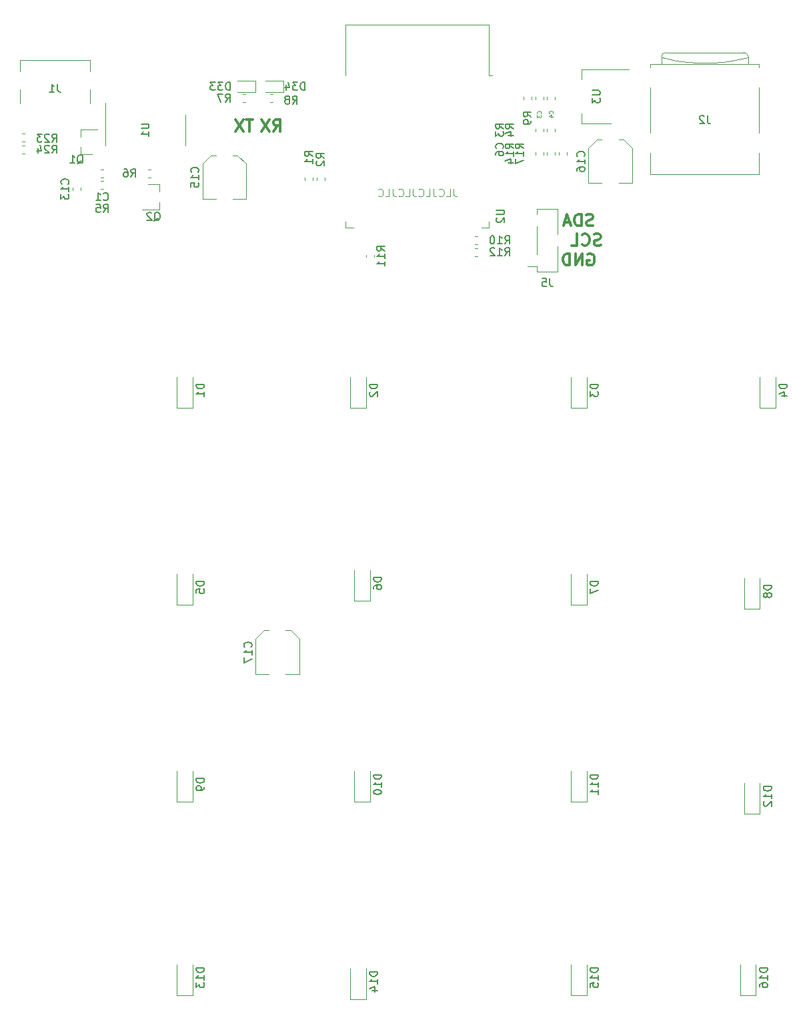
<source format=gbr>
G04 #@! TF.GenerationSoftware,KiCad,Pcbnew,(5.1.4-0-10_14)*
G04 #@! TF.CreationDate,2019-12-13T16:10:25+01:00*
G04 #@! TF.ProjectId,cz-badge-hardware,637a2d62-6164-4676-952d-686172647761,rev?*
G04 #@! TF.SameCoordinates,PX17d7840PY7735940*
G04 #@! TF.FileFunction,Legend,Bot*
G04 #@! TF.FilePolarity,Positive*
%FSLAX46Y46*%
G04 Gerber Fmt 4.6, Leading zero omitted, Abs format (unit mm)*
G04 Created by KiCad (PCBNEW (5.1.4-0-10_14)) date 2019-12-13 16:10:25*
%MOMM*%
%LPD*%
G04 APERTURE LIST*
%ADD10C,0.300000*%
%ADD11C,0.100000*%
%ADD12C,0.120000*%
%ADD13C,0.150000*%
%ADD14C,0.125000*%
%ADD15C,1.702000*%
%ADD16R,2.002000X1.102000*%
%ADD17C,0.977000*%
%ADD18C,0.202000*%
%ADD19R,0.702000X1.262000*%
%ADD20C,0.752000*%
%ADD21R,0.402000X1.262000*%
%ADD22R,1.902000X1.302000*%
%ADD23R,1.902000X1.552000*%
%ADD24R,0.902000X1.602000*%
%ADD25R,1.552000X2.102000*%
%ADD26R,2.102000X1.602000*%
%ADD27R,2.102000X3.902000*%
%ADD28C,2.100980*%
%ADD29R,2.100980X2.100980*%
%ADD30R,1.302000X1.002000*%
%ADD31R,2.102000X1.002000*%
%ADD32R,1.002000X2.102000*%
%ADD33R,5.102000X5.102000*%
%ADD34C,0.702000*%
%ADD35R,1.002000X0.902000*%
G04 APERTURE END LIST*
D10*
X33750000Y111321429D02*
X34250000Y112035715D01*
X34607142Y111321429D02*
X34607142Y112821429D01*
X34035714Y112821429D01*
X33892857Y112750000D01*
X33821428Y112678572D01*
X33750000Y112535715D01*
X33750000Y112321429D01*
X33821428Y112178572D01*
X33892857Y112107143D01*
X34035714Y112035715D01*
X34607142Y112035715D01*
X33250000Y112821429D02*
X32250000Y111321429D01*
X32250000Y112821429D02*
X33250000Y111321429D01*
X31142857Y112821429D02*
X30285714Y112821429D01*
X30714285Y111321429D02*
X30714285Y112821429D01*
X29928571Y112821429D02*
X28928571Y111321429D01*
X28928571Y112821429D02*
X29928571Y111321429D01*
X73642857Y95750000D02*
X73785714Y95821429D01*
X74000000Y95821429D01*
X74214285Y95750000D01*
X74357142Y95607143D01*
X74428571Y95464286D01*
X74500000Y95178572D01*
X74500000Y94964286D01*
X74428571Y94678572D01*
X74357142Y94535715D01*
X74214285Y94392858D01*
X74000000Y94321429D01*
X73857142Y94321429D01*
X73642857Y94392858D01*
X73571428Y94464286D01*
X73571428Y94964286D01*
X73857142Y94964286D01*
X72928571Y94321429D02*
X72928571Y95821429D01*
X72071428Y94321429D01*
X72071428Y95821429D01*
X71357142Y94321429D02*
X71357142Y95821429D01*
X71000000Y95821429D01*
X70785714Y95750000D01*
X70642857Y95607143D01*
X70571428Y95464286D01*
X70500000Y95178572D01*
X70500000Y94964286D01*
X70571428Y94678572D01*
X70642857Y94535715D01*
X70785714Y94392858D01*
X71000000Y94321429D01*
X71357142Y94321429D01*
X75285714Y96892858D02*
X75071428Y96821429D01*
X74714285Y96821429D01*
X74571428Y96892858D01*
X74500000Y96964286D01*
X74428571Y97107143D01*
X74428571Y97250000D01*
X74500000Y97392858D01*
X74571428Y97464286D01*
X74714285Y97535715D01*
X75000000Y97607143D01*
X75142857Y97678572D01*
X75214285Y97750000D01*
X75285714Y97892858D01*
X75285714Y98035715D01*
X75214285Y98178572D01*
X75142857Y98250000D01*
X75000000Y98321429D01*
X74642857Y98321429D01*
X74428571Y98250000D01*
X72928571Y96964286D02*
X73000000Y96892858D01*
X73214285Y96821429D01*
X73357142Y96821429D01*
X73571428Y96892858D01*
X73714285Y97035715D01*
X73785714Y97178572D01*
X73857142Y97464286D01*
X73857142Y97678572D01*
X73785714Y97964286D01*
X73714285Y98107143D01*
X73571428Y98250000D01*
X73357142Y98321429D01*
X73214285Y98321429D01*
X73000000Y98250000D01*
X72928571Y98178572D01*
X71571428Y96821429D02*
X72285714Y96821429D01*
X72285714Y98321429D01*
X74321428Y99392858D02*
X74107142Y99321429D01*
X73750000Y99321429D01*
X73607142Y99392858D01*
X73535714Y99464286D01*
X73464285Y99607143D01*
X73464285Y99750000D01*
X73535714Y99892858D01*
X73607142Y99964286D01*
X73750000Y100035715D01*
X74035714Y100107143D01*
X74178571Y100178572D01*
X74250000Y100250000D01*
X74321428Y100392858D01*
X74321428Y100535715D01*
X74250000Y100678572D01*
X74178571Y100750000D01*
X74035714Y100821429D01*
X73678571Y100821429D01*
X73464285Y100750000D01*
X72821428Y99321429D02*
X72821428Y100821429D01*
X72464285Y100821429D01*
X72250000Y100750000D01*
X72107142Y100607143D01*
X72035714Y100464286D01*
X71964285Y100178572D01*
X71964285Y99964286D01*
X72035714Y99678572D01*
X72107142Y99535715D01*
X72250000Y99392858D01*
X72464285Y99321429D01*
X72821428Y99321429D01*
X71392857Y99750000D02*
X70678571Y99750000D01*
X71535714Y99321429D02*
X71035714Y100821429D01*
X70535714Y99321429D01*
D11*
X56619047Y104047620D02*
X56619047Y103333334D01*
X56666666Y103190477D01*
X56761904Y103095239D01*
X56904761Y103047620D01*
X57000000Y103047620D01*
X55666666Y103047620D02*
X56142857Y103047620D01*
X56142857Y104047620D01*
X54761904Y103142858D02*
X54809523Y103095239D01*
X54952380Y103047620D01*
X55047619Y103047620D01*
X55190476Y103095239D01*
X55285714Y103190477D01*
X55333333Y103285715D01*
X55380952Y103476191D01*
X55380952Y103619048D01*
X55333333Y103809524D01*
X55285714Y103904762D01*
X55190476Y104000000D01*
X55047619Y104047620D01*
X54952380Y104047620D01*
X54809523Y104000000D01*
X54761904Y103952381D01*
X54047619Y104047620D02*
X54047619Y103333334D01*
X54095238Y103190477D01*
X54190476Y103095239D01*
X54333333Y103047620D01*
X54428571Y103047620D01*
X53095238Y103047620D02*
X53571428Y103047620D01*
X53571428Y104047620D01*
X52190476Y103142858D02*
X52238095Y103095239D01*
X52380952Y103047620D01*
X52476190Y103047620D01*
X52619047Y103095239D01*
X52714285Y103190477D01*
X52761904Y103285715D01*
X52809523Y103476191D01*
X52809523Y103619048D01*
X52761904Y103809524D01*
X52714285Y103904762D01*
X52619047Y104000000D01*
X52476190Y104047620D01*
X52380952Y104047620D01*
X52238095Y104000000D01*
X52190476Y103952381D01*
X51476190Y104047620D02*
X51476190Y103333334D01*
X51523809Y103190477D01*
X51619047Y103095239D01*
X51761904Y103047620D01*
X51857142Y103047620D01*
X50523809Y103047620D02*
X51000000Y103047620D01*
X51000000Y104047620D01*
X49619047Y103142858D02*
X49666666Y103095239D01*
X49809523Y103047620D01*
X49904761Y103047620D01*
X50047619Y103095239D01*
X50142857Y103190477D01*
X50190476Y103285715D01*
X50238095Y103476191D01*
X50238095Y103619048D01*
X50190476Y103809524D01*
X50142857Y103904762D01*
X50047619Y104000000D01*
X49904761Y104047620D01*
X49809523Y104047620D01*
X49666666Y104000000D01*
X49619047Y103952381D01*
X48904761Y104047620D02*
X48904761Y103333334D01*
X48952380Y103190477D01*
X49047619Y103095239D01*
X49190476Y103047620D01*
X49285714Y103047620D01*
X47952380Y103047620D02*
X48428571Y103047620D01*
X48428571Y104047620D01*
X47047619Y103142858D02*
X47095238Y103095239D01*
X47238095Y103047620D01*
X47333333Y103047620D01*
X47476190Y103095239D01*
X47571428Y103190477D01*
X47619047Y103285715D01*
X47666666Y103476191D01*
X47666666Y103619048D01*
X47619047Y103809524D01*
X47571428Y103904762D01*
X47476190Y104000000D01*
X47333333Y104047620D01*
X47238095Y104047620D01*
X47095238Y104000000D01*
X47047619Y103952381D01*
D12*
X35945563Y48010000D02*
X37010000Y46945563D01*
X32554437Y48010000D02*
X31490000Y46945563D01*
X32554437Y48010000D02*
X33190000Y48010000D01*
X35945563Y48010000D02*
X35310000Y48010000D01*
X37010000Y46945563D02*
X37010000Y42490000D01*
X31490000Y46945563D02*
X31490000Y42490000D01*
X31490000Y42490000D02*
X33190000Y42490000D01*
X37010000Y42490000D02*
X35310000Y42490000D01*
X78195563Y110260000D02*
X79260000Y109195563D01*
X74804437Y110260000D02*
X73740000Y109195563D01*
X74804437Y110260000D02*
X75440000Y110260000D01*
X78195563Y110260000D02*
X77560000Y110260000D01*
X79260000Y109195563D02*
X79260000Y104740000D01*
X73740000Y109195563D02*
X73740000Y104740000D01*
X73740000Y104740000D02*
X75440000Y104740000D01*
X79260000Y104740000D02*
X77560000Y104740000D01*
X29195563Y108260000D02*
X30260000Y107195563D01*
X25804437Y108260000D02*
X24740000Y107195563D01*
X25804437Y108260000D02*
X26440000Y108260000D01*
X29195563Y108260000D02*
X28560000Y108260000D01*
X30260000Y107195563D02*
X30260000Y102740000D01*
X24740000Y107195563D02*
X24740000Y102740000D01*
X24740000Y102740000D02*
X26440000Y102740000D01*
X30260000Y102740000D02*
X28560000Y102740000D01*
X65960000Y94200000D02*
X67170000Y94200000D01*
X67170000Y100800000D02*
X67170000Y101470000D01*
X67170000Y95720000D02*
X67170000Y99280000D01*
X67170000Y93530000D02*
X67170000Y94200000D01*
X67170000Y101470000D02*
X69830000Y101470000D01*
X69830000Y98260000D02*
X69830000Y101470000D01*
X69830000Y93530000D02*
X69830000Y96740000D01*
X67170000Y93530000D02*
X69830000Y93530000D01*
X1837221Y111010000D02*
X2162779Y111010000D01*
X1837221Y109990000D02*
X2162779Y109990000D01*
X2162779Y108490000D02*
X1837221Y108490000D01*
X2162779Y109510000D02*
X1837221Y109510000D01*
X1530000Y114830000D02*
X1530000Y116630000D01*
X1530000Y120340000D02*
X1530000Y118880000D01*
X10470000Y120340000D02*
X10470000Y118880000D01*
X10470000Y114830000D02*
X10470000Y116630000D01*
X10470000Y120340000D02*
X1530000Y120340000D01*
X93500000Y121310000D02*
G75*
G02X94000000Y120810000I0J-500000D01*
G01*
X83000000Y120810000D02*
G75*
G02X83500000Y121310000I500000J0D01*
G01*
X95410000Y119810000D02*
X95410000Y119410000D01*
X95410000Y116890000D02*
X95410000Y111110000D01*
X95410000Y108590000D02*
X95410000Y105890000D01*
X81590000Y116890000D02*
X81590000Y111110000D01*
X81590000Y119810000D02*
X81590000Y119410000D01*
X81590000Y108590000D02*
X81590000Y105890000D01*
X81590000Y105890000D02*
X95410000Y105890000D01*
X95410000Y119810000D02*
X81590000Y119810000D01*
X83000000Y119810000D02*
X83000000Y120810000D01*
X94000000Y119810000D02*
X94000000Y120810000D01*
X93500000Y121310000D02*
X83500000Y121310000D01*
X94000000Y120710000D02*
X93200000Y120510000D01*
X93200000Y120510000D02*
X91500000Y120210000D01*
X91500000Y120210000D02*
X90700000Y120110000D01*
X90700000Y120110000D02*
X89400000Y120010000D01*
X89400000Y120010000D02*
X87600000Y120010000D01*
X87600000Y120010000D02*
X86300000Y120110000D01*
X86300000Y120110000D02*
X84800000Y120310000D01*
X84800000Y120310000D02*
X83500000Y120610000D01*
X83500000Y120610000D02*
X83000000Y120710000D01*
X78850000Y119160000D02*
X72840000Y119160000D01*
X76600000Y112340000D02*
X72840000Y112340000D01*
X72840000Y119160000D02*
X72840000Y117900000D01*
X72840000Y112340000D02*
X72840000Y113600000D01*
X9260000Y104162779D02*
X9260000Y103837221D01*
X8240000Y104162779D02*
X8240000Y103837221D01*
X95000000Y1750000D02*
X95000000Y5650000D01*
X93000000Y1750000D02*
X93000000Y5650000D01*
X95000000Y1750000D02*
X93000000Y1750000D01*
X73500000Y1750000D02*
X73500000Y5650000D01*
X71500000Y1750000D02*
X71500000Y5650000D01*
X73500000Y1750000D02*
X71500000Y1750000D01*
X45500000Y1250000D02*
X45500000Y5150000D01*
X43500000Y1250000D02*
X43500000Y5150000D01*
X45500000Y1250000D02*
X43500000Y1250000D01*
X23500000Y1750000D02*
X23500000Y5650000D01*
X21500000Y1750000D02*
X21500000Y5650000D01*
X23500000Y1750000D02*
X21500000Y1750000D01*
X95500000Y24750000D02*
X95500000Y28650000D01*
X93500000Y24750000D02*
X93500000Y28650000D01*
X95500000Y24750000D02*
X93500000Y24750000D01*
X73500000Y26250000D02*
X73500000Y30150000D01*
X71500000Y26250000D02*
X71500000Y30150000D01*
X73500000Y26250000D02*
X71500000Y26250000D01*
X46000000Y26250000D02*
X46000000Y30150000D01*
X44000000Y26250000D02*
X44000000Y30150000D01*
X46000000Y26250000D02*
X44000000Y26250000D01*
X23500000Y26250000D02*
X23500000Y30150000D01*
X21500000Y26250000D02*
X21500000Y30150000D01*
X23500000Y26250000D02*
X21500000Y26250000D01*
X95500000Y50750000D02*
X95500000Y54650000D01*
X93500000Y50750000D02*
X93500000Y54650000D01*
X95500000Y50750000D02*
X93500000Y50750000D01*
X73500000Y51250000D02*
X73500000Y55150000D01*
X71500000Y51250000D02*
X71500000Y55150000D01*
X73500000Y51250000D02*
X71500000Y51250000D01*
X46000000Y51750000D02*
X46000000Y55650000D01*
X44000000Y51750000D02*
X44000000Y55650000D01*
X46000000Y51750000D02*
X44000000Y51750000D01*
X23500000Y51250000D02*
X23500000Y55150000D01*
X21500000Y51250000D02*
X21500000Y55150000D01*
X23500000Y51250000D02*
X21500000Y51250000D01*
X97500000Y76250000D02*
X97500000Y80150000D01*
X95500000Y76250000D02*
X95500000Y80150000D01*
X97500000Y76250000D02*
X95500000Y76250000D01*
X73500000Y76250000D02*
X73500000Y80150000D01*
X71500000Y76250000D02*
X71500000Y80150000D01*
X73500000Y76250000D02*
X71500000Y76250000D01*
X45500000Y76250000D02*
X45500000Y80150000D01*
X43500000Y76250000D02*
X43500000Y80150000D01*
X45500000Y76250000D02*
X43500000Y76250000D01*
X23500000Y76250000D02*
X23500000Y80150000D01*
X21500000Y76250000D02*
X21500000Y80150000D01*
X23500000Y76250000D02*
X21500000Y76250000D01*
X61120000Y118445000D02*
X61500000Y118445000D01*
X61120000Y124865000D02*
X61120000Y118445000D01*
X42880000Y124865000D02*
X42880000Y118445000D01*
X61120000Y124865000D02*
X42880000Y124865000D01*
X42880000Y99120000D02*
X43880000Y99120000D01*
X42880000Y99900000D02*
X42880000Y99120000D01*
X61120000Y99120000D02*
X60120000Y99120000D01*
X61120000Y99900000D02*
X61120000Y99120000D01*
X12440000Y111500000D02*
X12440000Y114950000D01*
X12440000Y111500000D02*
X12440000Y109550000D01*
X22560000Y111500000D02*
X22560000Y113450000D01*
X22560000Y111500000D02*
X22560000Y109550000D01*
X69990000Y108327221D02*
X69990000Y108652779D01*
X71010000Y108327221D02*
X71010000Y108652779D01*
X69510000Y108652779D02*
X69510000Y108327221D01*
X68490000Y108652779D02*
X68490000Y108327221D01*
X59337221Y98010000D02*
X59662779Y98010000D01*
X59337221Y96990000D02*
X59662779Y96990000D01*
X45490000Y95337221D02*
X45490000Y95662779D01*
X46510000Y95337221D02*
X46510000Y95662779D01*
X59662779Y95490000D02*
X59337221Y95490000D01*
X59662779Y96510000D02*
X59337221Y96510000D01*
X65490000Y115337221D02*
X65490000Y115662779D01*
X66510000Y115337221D02*
X66510000Y115662779D01*
X33662779Y114990000D02*
X33337221Y114990000D01*
X33662779Y116010000D02*
X33337221Y116010000D01*
X29837221Y116010000D02*
X30162779Y116010000D01*
X29837221Y114990000D02*
X30162779Y114990000D01*
X18162779Y105490000D02*
X17837221Y105490000D01*
X18162779Y106510000D02*
X17837221Y106510000D01*
X12162779Y103990000D02*
X11837221Y103990000D01*
X12162779Y105010000D02*
X11837221Y105010000D01*
X19260000Y104580000D02*
X17800000Y104580000D01*
X19260000Y101420000D02*
X17100000Y101420000D01*
X19260000Y101420000D02*
X19260000Y102350000D01*
X19260000Y104580000D02*
X19260000Y103650000D01*
X9240000Y108420000D02*
X10700000Y108420000D01*
X9240000Y111580000D02*
X11400000Y111580000D01*
X9240000Y111580000D02*
X9240000Y110650000D01*
X9240000Y108420000D02*
X9240000Y109350000D01*
X34985000Y116265000D02*
X32700000Y116265000D01*
X34985000Y117735000D02*
X34985000Y116265000D01*
X32700000Y117735000D02*
X34985000Y117735000D01*
X31485000Y116265000D02*
X29200000Y116265000D01*
X31485000Y117735000D02*
X31485000Y116265000D01*
X29200000Y117735000D02*
X31485000Y117735000D01*
X68010000Y108662779D02*
X68010000Y108337221D01*
X66990000Y108662779D02*
X66990000Y108337221D01*
X68490000Y115337221D02*
X68490000Y115662779D01*
X69510000Y115337221D02*
X69510000Y115662779D01*
X66990000Y115337221D02*
X66990000Y115662779D01*
X68010000Y115337221D02*
X68010000Y115662779D01*
X11837221Y106510000D02*
X12162779Y106510000D01*
X11837221Y105490000D02*
X12162779Y105490000D01*
X69510000Y111662779D02*
X69510000Y111337221D01*
X68490000Y111662779D02*
X68490000Y111337221D01*
X68010000Y111662779D02*
X68010000Y111337221D01*
X66990000Y111662779D02*
X66990000Y111337221D01*
X40260000Y105412779D02*
X40260000Y105087221D01*
X39240000Y105412779D02*
X39240000Y105087221D01*
X38760000Y105412779D02*
X38760000Y105087221D01*
X37740000Y105412779D02*
X37740000Y105087221D01*
D13*
X30907142Y45892858D02*
X30954761Y45940477D01*
X31002380Y46083334D01*
X31002380Y46178572D01*
X30954761Y46321429D01*
X30859523Y46416667D01*
X30764285Y46464286D01*
X30573809Y46511905D01*
X30430952Y46511905D01*
X30240476Y46464286D01*
X30145238Y46416667D01*
X30050000Y46321429D01*
X30002380Y46178572D01*
X30002380Y46083334D01*
X30050000Y45940477D01*
X30097619Y45892858D01*
X31002380Y44940477D02*
X31002380Y45511905D01*
X31002380Y45226191D02*
X30002380Y45226191D01*
X30145238Y45321429D01*
X30240476Y45416667D01*
X30288095Y45511905D01*
X30002380Y44607143D02*
X30002380Y43940477D01*
X31002380Y44369048D01*
X73157142Y108142858D02*
X73204761Y108190477D01*
X73252380Y108333334D01*
X73252380Y108428572D01*
X73204761Y108571429D01*
X73109523Y108666667D01*
X73014285Y108714286D01*
X72823809Y108761905D01*
X72680952Y108761905D01*
X72490476Y108714286D01*
X72395238Y108666667D01*
X72300000Y108571429D01*
X72252380Y108428572D01*
X72252380Y108333334D01*
X72300000Y108190477D01*
X72347619Y108142858D01*
X73252380Y107190477D02*
X73252380Y107761905D01*
X73252380Y107476191D02*
X72252380Y107476191D01*
X72395238Y107571429D01*
X72490476Y107666667D01*
X72538095Y107761905D01*
X72252380Y106333334D02*
X72252380Y106523810D01*
X72300000Y106619048D01*
X72347619Y106666667D01*
X72490476Y106761905D01*
X72680952Y106809524D01*
X73061904Y106809524D01*
X73157142Y106761905D01*
X73204761Y106714286D01*
X73252380Y106619048D01*
X73252380Y106428572D01*
X73204761Y106333334D01*
X73157142Y106285715D01*
X73061904Y106238096D01*
X72823809Y106238096D01*
X72728571Y106285715D01*
X72680952Y106333334D01*
X72633333Y106428572D01*
X72633333Y106619048D01*
X72680952Y106714286D01*
X72728571Y106761905D01*
X72823809Y106809524D01*
X24157142Y106142858D02*
X24204761Y106190477D01*
X24252380Y106333334D01*
X24252380Y106428572D01*
X24204761Y106571429D01*
X24109523Y106666667D01*
X24014285Y106714286D01*
X23823809Y106761905D01*
X23680952Y106761905D01*
X23490476Y106714286D01*
X23395238Y106666667D01*
X23300000Y106571429D01*
X23252380Y106428572D01*
X23252380Y106333334D01*
X23300000Y106190477D01*
X23347619Y106142858D01*
X24252380Y105190477D02*
X24252380Y105761905D01*
X24252380Y105476191D02*
X23252380Y105476191D01*
X23395238Y105571429D01*
X23490476Y105666667D01*
X23538095Y105761905D01*
X23252380Y104285715D02*
X23252380Y104761905D01*
X23728571Y104809524D01*
X23680952Y104761905D01*
X23633333Y104666667D01*
X23633333Y104428572D01*
X23680952Y104333334D01*
X23728571Y104285715D01*
X23823809Y104238096D01*
X24061904Y104238096D01*
X24157142Y104285715D01*
X24204761Y104333334D01*
X24252380Y104428572D01*
X24252380Y104666667D01*
X24204761Y104761905D01*
X24157142Y104809524D01*
X68833333Y92637620D02*
X68833333Y91923334D01*
X68880952Y91780477D01*
X68976190Y91685239D01*
X69119047Y91637620D01*
X69214285Y91637620D01*
X67880952Y92637620D02*
X68357142Y92637620D01*
X68404761Y92161429D01*
X68357142Y92209048D01*
X68261904Y92256667D01*
X68023809Y92256667D01*
X67928571Y92209048D01*
X67880952Y92161429D01*
X67833333Y92066191D01*
X67833333Y91828096D01*
X67880952Y91732858D01*
X67928571Y91685239D01*
X68023809Y91637620D01*
X68261904Y91637620D01*
X68357142Y91685239D01*
X68404761Y91732858D01*
X5642857Y108547620D02*
X5976190Y109023810D01*
X6214285Y108547620D02*
X6214285Y109547620D01*
X5833333Y109547620D01*
X5738095Y109500000D01*
X5690476Y109452381D01*
X5642857Y109357143D01*
X5642857Y109214286D01*
X5690476Y109119048D01*
X5738095Y109071429D01*
X5833333Y109023810D01*
X6214285Y109023810D01*
X5261904Y109452381D02*
X5214285Y109500000D01*
X5119047Y109547620D01*
X4880952Y109547620D01*
X4785714Y109500000D01*
X4738095Y109452381D01*
X4690476Y109357143D01*
X4690476Y109261905D01*
X4738095Y109119048D01*
X5309523Y108547620D01*
X4690476Y108547620D01*
X3833333Y109214286D02*
X3833333Y108547620D01*
X4071428Y109595239D02*
X4309523Y108880953D01*
X3690476Y108880953D01*
X5642857Y109977620D02*
X5976190Y110453810D01*
X6214285Y109977620D02*
X6214285Y110977620D01*
X5833333Y110977620D01*
X5738095Y110930000D01*
X5690476Y110882381D01*
X5642857Y110787143D01*
X5642857Y110644286D01*
X5690476Y110549048D01*
X5738095Y110501429D01*
X5833333Y110453810D01*
X6214285Y110453810D01*
X5261904Y110882381D02*
X5214285Y110930000D01*
X5119047Y110977620D01*
X4880952Y110977620D01*
X4785714Y110930000D01*
X4738095Y110882381D01*
X4690476Y110787143D01*
X4690476Y110691905D01*
X4738095Y110549048D01*
X5309523Y109977620D01*
X4690476Y109977620D01*
X4357142Y110977620D02*
X3738095Y110977620D01*
X4071428Y110596667D01*
X3928571Y110596667D01*
X3833333Y110549048D01*
X3785714Y110501429D01*
X3738095Y110406191D01*
X3738095Y110168096D01*
X3785714Y110072858D01*
X3833333Y110025239D01*
X3928571Y109977620D01*
X4214285Y109977620D01*
X4309523Y110025239D01*
X4357142Y110072858D01*
X6333333Y117297620D02*
X6333333Y116583334D01*
X6380952Y116440477D01*
X6476190Y116345239D01*
X6619047Y116297620D01*
X6714285Y116297620D01*
X5333333Y116297620D02*
X5904761Y116297620D01*
X5619047Y116297620D02*
X5619047Y117297620D01*
X5714285Y117154762D01*
X5809523Y117059524D01*
X5904761Y117011905D01*
X88833333Y113297620D02*
X88833333Y112583334D01*
X88880952Y112440477D01*
X88976190Y112345239D01*
X89119047Y112297620D01*
X89214285Y112297620D01*
X88404761Y113202381D02*
X88357142Y113250000D01*
X88261904Y113297620D01*
X88023809Y113297620D01*
X87928571Y113250000D01*
X87880952Y113202381D01*
X87833333Y113107143D01*
X87833333Y113011905D01*
X87880952Y112869048D01*
X88452380Y112297620D01*
X87833333Y112297620D01*
X74202380Y116511905D02*
X75011904Y116511905D01*
X75107142Y116464286D01*
X75154761Y116416667D01*
X75202380Y116321429D01*
X75202380Y116130953D01*
X75154761Y116035715D01*
X75107142Y115988096D01*
X75011904Y115940477D01*
X74202380Y115940477D01*
X74202380Y115559524D02*
X74202380Y114940477D01*
X74583333Y115273810D01*
X74583333Y115130953D01*
X74630952Y115035715D01*
X74678571Y114988096D01*
X74773809Y114940477D01*
X75011904Y114940477D01*
X75107142Y114988096D01*
X75154761Y115035715D01*
X75202380Y115130953D01*
X75202380Y115416667D01*
X75154761Y115511905D01*
X75107142Y115559524D01*
X7677142Y104642858D02*
X7724761Y104690477D01*
X7772380Y104833334D01*
X7772380Y104928572D01*
X7724761Y105071429D01*
X7629523Y105166667D01*
X7534285Y105214286D01*
X7343809Y105261905D01*
X7200952Y105261905D01*
X7010476Y105214286D01*
X6915238Y105166667D01*
X6820000Y105071429D01*
X6772380Y104928572D01*
X6772380Y104833334D01*
X6820000Y104690477D01*
X6867619Y104642858D01*
X7772380Y103690477D02*
X7772380Y104261905D01*
X7772380Y103976191D02*
X6772380Y103976191D01*
X6915238Y104071429D01*
X7010476Y104166667D01*
X7058095Y104261905D01*
X6772380Y103357143D02*
X6772380Y102738096D01*
X7153333Y103071429D01*
X7153333Y102928572D01*
X7200952Y102833334D01*
X7248571Y102785715D01*
X7343809Y102738096D01*
X7581904Y102738096D01*
X7677142Y102785715D01*
X7724761Y102833334D01*
X7772380Y102928572D01*
X7772380Y103214286D01*
X7724761Y103309524D01*
X7677142Y103357143D01*
X96452380Y5214286D02*
X95452380Y5214286D01*
X95452380Y4976191D01*
X95500000Y4833334D01*
X95595238Y4738096D01*
X95690476Y4690477D01*
X95880952Y4642858D01*
X96023809Y4642858D01*
X96214285Y4690477D01*
X96309523Y4738096D01*
X96404761Y4833334D01*
X96452380Y4976191D01*
X96452380Y5214286D01*
X96452380Y3690477D02*
X96452380Y4261905D01*
X96452380Y3976191D02*
X95452380Y3976191D01*
X95595238Y4071429D01*
X95690476Y4166667D01*
X95738095Y4261905D01*
X95452380Y2833334D02*
X95452380Y3023810D01*
X95500000Y3119048D01*
X95547619Y3166667D01*
X95690476Y3261905D01*
X95880952Y3309524D01*
X96261904Y3309524D01*
X96357142Y3261905D01*
X96404761Y3214286D01*
X96452380Y3119048D01*
X96452380Y2928572D01*
X96404761Y2833334D01*
X96357142Y2785715D01*
X96261904Y2738096D01*
X96023809Y2738096D01*
X95928571Y2785715D01*
X95880952Y2833334D01*
X95833333Y2928572D01*
X95833333Y3119048D01*
X95880952Y3214286D01*
X95928571Y3261905D01*
X96023809Y3309524D01*
X74952380Y5214286D02*
X73952380Y5214286D01*
X73952380Y4976191D01*
X74000000Y4833334D01*
X74095238Y4738096D01*
X74190476Y4690477D01*
X74380952Y4642858D01*
X74523809Y4642858D01*
X74714285Y4690477D01*
X74809523Y4738096D01*
X74904761Y4833334D01*
X74952380Y4976191D01*
X74952380Y5214286D01*
X74952380Y3690477D02*
X74952380Y4261905D01*
X74952380Y3976191D02*
X73952380Y3976191D01*
X74095238Y4071429D01*
X74190476Y4166667D01*
X74238095Y4261905D01*
X73952380Y2785715D02*
X73952380Y3261905D01*
X74428571Y3309524D01*
X74380952Y3261905D01*
X74333333Y3166667D01*
X74333333Y2928572D01*
X74380952Y2833334D01*
X74428571Y2785715D01*
X74523809Y2738096D01*
X74761904Y2738096D01*
X74857142Y2785715D01*
X74904761Y2833334D01*
X74952380Y2928572D01*
X74952380Y3166667D01*
X74904761Y3261905D01*
X74857142Y3309524D01*
X46952380Y4714286D02*
X45952380Y4714286D01*
X45952380Y4476191D01*
X46000000Y4333334D01*
X46095238Y4238096D01*
X46190476Y4190477D01*
X46380952Y4142858D01*
X46523809Y4142858D01*
X46714285Y4190477D01*
X46809523Y4238096D01*
X46904761Y4333334D01*
X46952380Y4476191D01*
X46952380Y4714286D01*
X46952380Y3190477D02*
X46952380Y3761905D01*
X46952380Y3476191D02*
X45952380Y3476191D01*
X46095238Y3571429D01*
X46190476Y3666667D01*
X46238095Y3761905D01*
X46285714Y2333334D02*
X46952380Y2333334D01*
X45904761Y2571429D02*
X46619047Y2809524D01*
X46619047Y2190477D01*
X24952380Y5214286D02*
X23952380Y5214286D01*
X23952380Y4976191D01*
X24000000Y4833334D01*
X24095238Y4738096D01*
X24190476Y4690477D01*
X24380952Y4642858D01*
X24523809Y4642858D01*
X24714285Y4690477D01*
X24809523Y4738096D01*
X24904761Y4833334D01*
X24952380Y4976191D01*
X24952380Y5214286D01*
X24952380Y3690477D02*
X24952380Y4261905D01*
X24952380Y3976191D02*
X23952380Y3976191D01*
X24095238Y4071429D01*
X24190476Y4166667D01*
X24238095Y4261905D01*
X23952380Y3357143D02*
X23952380Y2738096D01*
X24333333Y3071429D01*
X24333333Y2928572D01*
X24380952Y2833334D01*
X24428571Y2785715D01*
X24523809Y2738096D01*
X24761904Y2738096D01*
X24857142Y2785715D01*
X24904761Y2833334D01*
X24952380Y2928572D01*
X24952380Y3214286D01*
X24904761Y3309524D01*
X24857142Y3357143D01*
X96952380Y28214286D02*
X95952380Y28214286D01*
X95952380Y27976191D01*
X96000000Y27833334D01*
X96095238Y27738096D01*
X96190476Y27690477D01*
X96380952Y27642858D01*
X96523809Y27642858D01*
X96714285Y27690477D01*
X96809523Y27738096D01*
X96904761Y27833334D01*
X96952380Y27976191D01*
X96952380Y28214286D01*
X96952380Y26690477D02*
X96952380Y27261905D01*
X96952380Y26976191D02*
X95952380Y26976191D01*
X96095238Y27071429D01*
X96190476Y27166667D01*
X96238095Y27261905D01*
X96047619Y26309524D02*
X96000000Y26261905D01*
X95952380Y26166667D01*
X95952380Y25928572D01*
X96000000Y25833334D01*
X96047619Y25785715D01*
X96142857Y25738096D01*
X96238095Y25738096D01*
X96380952Y25785715D01*
X96952380Y26357143D01*
X96952380Y25738096D01*
X74952380Y29714286D02*
X73952380Y29714286D01*
X73952380Y29476191D01*
X74000000Y29333334D01*
X74095238Y29238096D01*
X74190476Y29190477D01*
X74380952Y29142858D01*
X74523809Y29142858D01*
X74714285Y29190477D01*
X74809523Y29238096D01*
X74904761Y29333334D01*
X74952380Y29476191D01*
X74952380Y29714286D01*
X74952380Y28190477D02*
X74952380Y28761905D01*
X74952380Y28476191D02*
X73952380Y28476191D01*
X74095238Y28571429D01*
X74190476Y28666667D01*
X74238095Y28761905D01*
X74952380Y27238096D02*
X74952380Y27809524D01*
X74952380Y27523810D02*
X73952380Y27523810D01*
X74095238Y27619048D01*
X74190476Y27714286D01*
X74238095Y27809524D01*
X47452380Y29714286D02*
X46452380Y29714286D01*
X46452380Y29476191D01*
X46500000Y29333334D01*
X46595238Y29238096D01*
X46690476Y29190477D01*
X46880952Y29142858D01*
X47023809Y29142858D01*
X47214285Y29190477D01*
X47309523Y29238096D01*
X47404761Y29333334D01*
X47452380Y29476191D01*
X47452380Y29714286D01*
X47452380Y28190477D02*
X47452380Y28761905D01*
X47452380Y28476191D02*
X46452380Y28476191D01*
X46595238Y28571429D01*
X46690476Y28666667D01*
X46738095Y28761905D01*
X46452380Y27571429D02*
X46452380Y27476191D01*
X46500000Y27380953D01*
X46547619Y27333334D01*
X46642857Y27285715D01*
X46833333Y27238096D01*
X47071428Y27238096D01*
X47261904Y27285715D01*
X47357142Y27333334D01*
X47404761Y27380953D01*
X47452380Y27476191D01*
X47452380Y27571429D01*
X47404761Y27666667D01*
X47357142Y27714286D01*
X47261904Y27761905D01*
X47071428Y27809524D01*
X46833333Y27809524D01*
X46642857Y27761905D01*
X46547619Y27714286D01*
X46500000Y27666667D01*
X46452380Y27571429D01*
X24952380Y29238096D02*
X23952380Y29238096D01*
X23952380Y29000000D01*
X24000000Y28857143D01*
X24095238Y28761905D01*
X24190476Y28714286D01*
X24380952Y28666667D01*
X24523809Y28666667D01*
X24714285Y28714286D01*
X24809523Y28761905D01*
X24904761Y28857143D01*
X24952380Y29000000D01*
X24952380Y29238096D01*
X24952380Y28190477D02*
X24952380Y28000000D01*
X24904761Y27904762D01*
X24857142Y27857143D01*
X24714285Y27761905D01*
X24523809Y27714286D01*
X24142857Y27714286D01*
X24047619Y27761905D01*
X24000000Y27809524D01*
X23952380Y27904762D01*
X23952380Y28095239D01*
X24000000Y28190477D01*
X24047619Y28238096D01*
X24142857Y28285715D01*
X24380952Y28285715D01*
X24476190Y28238096D01*
X24523809Y28190477D01*
X24571428Y28095239D01*
X24571428Y27904762D01*
X24523809Y27809524D01*
X24476190Y27761905D01*
X24380952Y27714286D01*
X96952380Y53738096D02*
X95952380Y53738096D01*
X95952380Y53500000D01*
X96000000Y53357143D01*
X96095238Y53261905D01*
X96190476Y53214286D01*
X96380952Y53166667D01*
X96523809Y53166667D01*
X96714285Y53214286D01*
X96809523Y53261905D01*
X96904761Y53357143D01*
X96952380Y53500000D01*
X96952380Y53738096D01*
X96380952Y52595239D02*
X96333333Y52690477D01*
X96285714Y52738096D01*
X96190476Y52785715D01*
X96142857Y52785715D01*
X96047619Y52738096D01*
X96000000Y52690477D01*
X95952380Y52595239D01*
X95952380Y52404762D01*
X96000000Y52309524D01*
X96047619Y52261905D01*
X96142857Y52214286D01*
X96190476Y52214286D01*
X96285714Y52261905D01*
X96333333Y52309524D01*
X96380952Y52404762D01*
X96380952Y52595239D01*
X96428571Y52690477D01*
X96476190Y52738096D01*
X96571428Y52785715D01*
X96761904Y52785715D01*
X96857142Y52738096D01*
X96904761Y52690477D01*
X96952380Y52595239D01*
X96952380Y52404762D01*
X96904761Y52309524D01*
X96857142Y52261905D01*
X96761904Y52214286D01*
X96571428Y52214286D01*
X96476190Y52261905D01*
X96428571Y52309524D01*
X96380952Y52404762D01*
X74952380Y54238096D02*
X73952380Y54238096D01*
X73952380Y54000000D01*
X74000000Y53857143D01*
X74095238Y53761905D01*
X74190476Y53714286D01*
X74380952Y53666667D01*
X74523809Y53666667D01*
X74714285Y53714286D01*
X74809523Y53761905D01*
X74904761Y53857143D01*
X74952380Y54000000D01*
X74952380Y54238096D01*
X73952380Y53333334D02*
X73952380Y52666667D01*
X74952380Y53095239D01*
X47452380Y54738096D02*
X46452380Y54738096D01*
X46452380Y54500000D01*
X46500000Y54357143D01*
X46595238Y54261905D01*
X46690476Y54214286D01*
X46880952Y54166667D01*
X47023809Y54166667D01*
X47214285Y54214286D01*
X47309523Y54261905D01*
X47404761Y54357143D01*
X47452380Y54500000D01*
X47452380Y54738096D01*
X46452380Y53309524D02*
X46452380Y53500000D01*
X46500000Y53595239D01*
X46547619Y53642858D01*
X46690476Y53738096D01*
X46880952Y53785715D01*
X47261904Y53785715D01*
X47357142Y53738096D01*
X47404761Y53690477D01*
X47452380Y53595239D01*
X47452380Y53404762D01*
X47404761Y53309524D01*
X47357142Y53261905D01*
X47261904Y53214286D01*
X47023809Y53214286D01*
X46928571Y53261905D01*
X46880952Y53309524D01*
X46833333Y53404762D01*
X46833333Y53595239D01*
X46880952Y53690477D01*
X46928571Y53738096D01*
X47023809Y53785715D01*
X24952380Y54238096D02*
X23952380Y54238096D01*
X23952380Y54000000D01*
X24000000Y53857143D01*
X24095238Y53761905D01*
X24190476Y53714286D01*
X24380952Y53666667D01*
X24523809Y53666667D01*
X24714285Y53714286D01*
X24809523Y53761905D01*
X24904761Y53857143D01*
X24952380Y54000000D01*
X24952380Y54238096D01*
X23952380Y52761905D02*
X23952380Y53238096D01*
X24428571Y53285715D01*
X24380952Y53238096D01*
X24333333Y53142858D01*
X24333333Y52904762D01*
X24380952Y52809524D01*
X24428571Y52761905D01*
X24523809Y52714286D01*
X24761904Y52714286D01*
X24857142Y52761905D01*
X24904761Y52809524D01*
X24952380Y52904762D01*
X24952380Y53142858D01*
X24904761Y53238096D01*
X24857142Y53285715D01*
X98952380Y79238096D02*
X97952380Y79238096D01*
X97952380Y79000000D01*
X98000000Y78857143D01*
X98095238Y78761905D01*
X98190476Y78714286D01*
X98380952Y78666667D01*
X98523809Y78666667D01*
X98714285Y78714286D01*
X98809523Y78761905D01*
X98904761Y78857143D01*
X98952380Y79000000D01*
X98952380Y79238096D01*
X98285714Y77809524D02*
X98952380Y77809524D01*
X97904761Y78047620D02*
X98619047Y78285715D01*
X98619047Y77666667D01*
X74952380Y79238096D02*
X73952380Y79238096D01*
X73952380Y79000000D01*
X74000000Y78857143D01*
X74095238Y78761905D01*
X74190476Y78714286D01*
X74380952Y78666667D01*
X74523809Y78666667D01*
X74714285Y78714286D01*
X74809523Y78761905D01*
X74904761Y78857143D01*
X74952380Y79000000D01*
X74952380Y79238096D01*
X73952380Y78333334D02*
X73952380Y77714286D01*
X74333333Y78047620D01*
X74333333Y77904762D01*
X74380952Y77809524D01*
X74428571Y77761905D01*
X74523809Y77714286D01*
X74761904Y77714286D01*
X74857142Y77761905D01*
X74904761Y77809524D01*
X74952380Y77904762D01*
X74952380Y78190477D01*
X74904761Y78285715D01*
X74857142Y78333334D01*
X46952380Y79238096D02*
X45952380Y79238096D01*
X45952380Y79000000D01*
X46000000Y78857143D01*
X46095238Y78761905D01*
X46190476Y78714286D01*
X46380952Y78666667D01*
X46523809Y78666667D01*
X46714285Y78714286D01*
X46809523Y78761905D01*
X46904761Y78857143D01*
X46952380Y79000000D01*
X46952380Y79238096D01*
X46047619Y78285715D02*
X46000000Y78238096D01*
X45952380Y78142858D01*
X45952380Y77904762D01*
X46000000Y77809524D01*
X46047619Y77761905D01*
X46142857Y77714286D01*
X46238095Y77714286D01*
X46380952Y77761905D01*
X46952380Y78333334D01*
X46952380Y77714286D01*
X24952380Y79238096D02*
X23952380Y79238096D01*
X23952380Y79000000D01*
X24000000Y78857143D01*
X24095238Y78761905D01*
X24190476Y78714286D01*
X24380952Y78666667D01*
X24523809Y78666667D01*
X24714285Y78714286D01*
X24809523Y78761905D01*
X24904761Y78857143D01*
X24952380Y79000000D01*
X24952380Y79238096D01*
X24952380Y77714286D02*
X24952380Y78285715D01*
X24952380Y78000000D02*
X23952380Y78000000D01*
X24095238Y78095239D01*
X24190476Y78190477D01*
X24238095Y78285715D01*
X62062380Y101331905D02*
X62871904Y101331905D01*
X62967142Y101284286D01*
X63014761Y101236667D01*
X63062380Y101141429D01*
X63062380Y100950953D01*
X63014761Y100855715D01*
X62967142Y100808096D01*
X62871904Y100760477D01*
X62062380Y100760477D01*
X62157619Y100331905D02*
X62110000Y100284286D01*
X62062380Y100189048D01*
X62062380Y99950953D01*
X62110000Y99855715D01*
X62157619Y99808096D01*
X62252857Y99760477D01*
X62348095Y99760477D01*
X62490952Y99808096D01*
X63062380Y100379524D01*
X63062380Y99760477D01*
X16952380Y112261905D02*
X17761904Y112261905D01*
X17857142Y112214286D01*
X17904761Y112166667D01*
X17952380Y112071429D01*
X17952380Y111880953D01*
X17904761Y111785715D01*
X17857142Y111738096D01*
X17761904Y111690477D01*
X16952380Y111690477D01*
X17952380Y110690477D02*
X17952380Y111261905D01*
X17952380Y110976191D02*
X16952380Y110976191D01*
X17095238Y111071429D01*
X17190476Y111166667D01*
X17238095Y111261905D01*
X65452380Y109142858D02*
X64976190Y109476191D01*
X65452380Y109714286D02*
X64452380Y109714286D01*
X64452380Y109333334D01*
X64500000Y109238096D01*
X64547619Y109190477D01*
X64642857Y109142858D01*
X64785714Y109142858D01*
X64880952Y109190477D01*
X64928571Y109238096D01*
X64976190Y109333334D01*
X64976190Y109714286D01*
X65452380Y108190477D02*
X65452380Y108761905D01*
X65452380Y108476191D02*
X64452380Y108476191D01*
X64595238Y108571429D01*
X64690476Y108666667D01*
X64738095Y108761905D01*
X64452380Y107857143D02*
X64452380Y107190477D01*
X65452380Y107619048D01*
X64202380Y109142858D02*
X63726190Y109476191D01*
X64202380Y109714286D02*
X63202380Y109714286D01*
X63202380Y109333334D01*
X63250000Y109238096D01*
X63297619Y109190477D01*
X63392857Y109142858D01*
X63535714Y109142858D01*
X63630952Y109190477D01*
X63678571Y109238096D01*
X63726190Y109333334D01*
X63726190Y109714286D01*
X64202380Y108190477D02*
X64202380Y108761905D01*
X64202380Y108476191D02*
X63202380Y108476191D01*
X63345238Y108571429D01*
X63440476Y108666667D01*
X63488095Y108761905D01*
X63535714Y107333334D02*
X64202380Y107333334D01*
X63154761Y107571429D02*
X63869047Y107809524D01*
X63869047Y107190477D01*
X63142857Y95547620D02*
X63476190Y96023810D01*
X63714285Y95547620D02*
X63714285Y96547620D01*
X63333333Y96547620D01*
X63238095Y96500000D01*
X63190476Y96452381D01*
X63142857Y96357143D01*
X63142857Y96214286D01*
X63190476Y96119048D01*
X63238095Y96071429D01*
X63333333Y96023810D01*
X63714285Y96023810D01*
X62190476Y95547620D02*
X62761904Y95547620D01*
X62476190Y95547620D02*
X62476190Y96547620D01*
X62571428Y96404762D01*
X62666666Y96309524D01*
X62761904Y96261905D01*
X61809523Y96452381D02*
X61761904Y96500000D01*
X61666666Y96547620D01*
X61428571Y96547620D01*
X61333333Y96500000D01*
X61285714Y96452381D01*
X61238095Y96357143D01*
X61238095Y96261905D01*
X61285714Y96119048D01*
X61857142Y95547620D01*
X61238095Y95547620D01*
X47882380Y96142858D02*
X47406190Y96476191D01*
X47882380Y96714286D02*
X46882380Y96714286D01*
X46882380Y96333334D01*
X46930000Y96238096D01*
X46977619Y96190477D01*
X47072857Y96142858D01*
X47215714Y96142858D01*
X47310952Y96190477D01*
X47358571Y96238096D01*
X47406190Y96333334D01*
X47406190Y96714286D01*
X47882380Y95190477D02*
X47882380Y95761905D01*
X47882380Y95476191D02*
X46882380Y95476191D01*
X47025238Y95571429D01*
X47120476Y95666667D01*
X47168095Y95761905D01*
X47882380Y94238096D02*
X47882380Y94809524D01*
X47882380Y94523810D02*
X46882380Y94523810D01*
X47025238Y94619048D01*
X47120476Y94714286D01*
X47168095Y94809524D01*
X63142857Y97047620D02*
X63476190Y97523810D01*
X63714285Y97047620D02*
X63714285Y98047620D01*
X63333333Y98047620D01*
X63238095Y98000000D01*
X63190476Y97952381D01*
X63142857Y97857143D01*
X63142857Y97714286D01*
X63190476Y97619048D01*
X63238095Y97571429D01*
X63333333Y97523810D01*
X63714285Y97523810D01*
X62190476Y97047620D02*
X62761904Y97047620D01*
X62476190Y97047620D02*
X62476190Y98047620D01*
X62571428Y97904762D01*
X62666666Y97809524D01*
X62761904Y97761905D01*
X61571428Y98047620D02*
X61476190Y98047620D01*
X61380952Y98000000D01*
X61333333Y97952381D01*
X61285714Y97857143D01*
X61238095Y97666667D01*
X61238095Y97428572D01*
X61285714Y97238096D01*
X61333333Y97142858D01*
X61380952Y97095239D01*
X61476190Y97047620D01*
X61571428Y97047620D01*
X61666666Y97095239D01*
X61714285Y97142858D01*
X61761904Y97238096D01*
X61809523Y97428572D01*
X61809523Y97666667D01*
X61761904Y97857143D01*
X61714285Y97952381D01*
X61666666Y98000000D01*
X61571428Y98047620D01*
X66452380Y113166667D02*
X65976190Y113500000D01*
X66452380Y113738096D02*
X65452380Y113738096D01*
X65452380Y113357143D01*
X65500000Y113261905D01*
X65547619Y113214286D01*
X65642857Y113166667D01*
X65785714Y113166667D01*
X65880952Y113214286D01*
X65928571Y113261905D01*
X65976190Y113357143D01*
X65976190Y113738096D01*
X66452380Y112690477D02*
X66452380Y112500000D01*
X66404761Y112404762D01*
X66357142Y112357143D01*
X66214285Y112261905D01*
X66023809Y112214286D01*
X65642857Y112214286D01*
X65547619Y112261905D01*
X65500000Y112309524D01*
X65452380Y112404762D01*
X65452380Y112595239D01*
X65500000Y112690477D01*
X65547619Y112738096D01*
X65642857Y112785715D01*
X65880952Y112785715D01*
X65976190Y112738096D01*
X66023809Y112690477D01*
X66071428Y112595239D01*
X66071428Y112404762D01*
X66023809Y112309524D01*
X65976190Y112261905D01*
X65880952Y112214286D01*
X36166666Y114797620D02*
X36500000Y115273810D01*
X36738095Y114797620D02*
X36738095Y115797620D01*
X36357142Y115797620D01*
X36261904Y115750000D01*
X36214285Y115702381D01*
X36166666Y115607143D01*
X36166666Y115464286D01*
X36214285Y115369048D01*
X36261904Y115321429D01*
X36357142Y115273810D01*
X36738095Y115273810D01*
X35595238Y115369048D02*
X35690476Y115416667D01*
X35738095Y115464286D01*
X35785714Y115559524D01*
X35785714Y115607143D01*
X35738095Y115702381D01*
X35690476Y115750000D01*
X35595238Y115797620D01*
X35404761Y115797620D01*
X35309523Y115750000D01*
X35261904Y115702381D01*
X35214285Y115607143D01*
X35214285Y115559524D01*
X35261904Y115464286D01*
X35309523Y115416667D01*
X35404761Y115369048D01*
X35595238Y115369048D01*
X35690476Y115321429D01*
X35738095Y115273810D01*
X35785714Y115178572D01*
X35785714Y114988096D01*
X35738095Y114892858D01*
X35690476Y114845239D01*
X35595238Y114797620D01*
X35404761Y114797620D01*
X35309523Y114845239D01*
X35261904Y114892858D01*
X35214285Y114988096D01*
X35214285Y115178572D01*
X35261904Y115273810D01*
X35309523Y115321429D01*
X35404761Y115369048D01*
X27666666Y115047620D02*
X28000000Y115523810D01*
X28238095Y115047620D02*
X28238095Y116047620D01*
X27857142Y116047620D01*
X27761904Y116000000D01*
X27714285Y115952381D01*
X27666666Y115857143D01*
X27666666Y115714286D01*
X27714285Y115619048D01*
X27761904Y115571429D01*
X27857142Y115523810D01*
X28238095Y115523810D01*
X27333333Y116047620D02*
X26666666Y116047620D01*
X27095238Y115047620D01*
X15666666Y105547620D02*
X16000000Y106023810D01*
X16238095Y105547620D02*
X16238095Y106547620D01*
X15857142Y106547620D01*
X15761904Y106500000D01*
X15714285Y106452381D01*
X15666666Y106357143D01*
X15666666Y106214286D01*
X15714285Y106119048D01*
X15761904Y106071429D01*
X15857142Y106023810D01*
X16238095Y106023810D01*
X14809523Y106547620D02*
X15000000Y106547620D01*
X15095238Y106500000D01*
X15142857Y106452381D01*
X15238095Y106309524D01*
X15285714Y106119048D01*
X15285714Y105738096D01*
X15238095Y105642858D01*
X15190476Y105595239D01*
X15095238Y105547620D01*
X14904761Y105547620D01*
X14809523Y105595239D01*
X14761904Y105642858D01*
X14714285Y105738096D01*
X14714285Y105976191D01*
X14761904Y106071429D01*
X14809523Y106119048D01*
X14904761Y106166667D01*
X15095238Y106166667D01*
X15190476Y106119048D01*
X15238095Y106071429D01*
X15285714Y105976191D01*
X12166666Y101047620D02*
X12500000Y101523810D01*
X12738095Y101047620D02*
X12738095Y102047620D01*
X12357142Y102047620D01*
X12261904Y102000000D01*
X12214285Y101952381D01*
X12166666Y101857143D01*
X12166666Y101714286D01*
X12214285Y101619048D01*
X12261904Y101571429D01*
X12357142Y101523810D01*
X12738095Y101523810D01*
X11261904Y102047620D02*
X11738095Y102047620D01*
X11785714Y101571429D01*
X11738095Y101619048D01*
X11642857Y101666667D01*
X11404761Y101666667D01*
X11309523Y101619048D01*
X11261904Y101571429D01*
X11214285Y101476191D01*
X11214285Y101238096D01*
X11261904Y101142858D01*
X11309523Y101095239D01*
X11404761Y101047620D01*
X11642857Y101047620D01*
X11738095Y101095239D01*
X11785714Y101142858D01*
X18595238Y99952381D02*
X18690476Y100000000D01*
X18785714Y100095239D01*
X18928571Y100238096D01*
X19023809Y100285715D01*
X19119047Y100285715D01*
X19071428Y100047620D02*
X19166666Y100095239D01*
X19261904Y100190477D01*
X19309523Y100380953D01*
X19309523Y100714286D01*
X19261904Y100904762D01*
X19166666Y101000000D01*
X19071428Y101047620D01*
X18880952Y101047620D01*
X18785714Y101000000D01*
X18690476Y100904762D01*
X18642857Y100714286D01*
X18642857Y100380953D01*
X18690476Y100190477D01*
X18785714Y100095239D01*
X18880952Y100047620D01*
X19071428Y100047620D01*
X18261904Y100952381D02*
X18214285Y101000000D01*
X18119047Y101047620D01*
X17880952Y101047620D01*
X17785714Y101000000D01*
X17738095Y100952381D01*
X17690476Y100857143D01*
X17690476Y100761905D01*
X17738095Y100619048D01*
X18309523Y100047620D01*
X17690476Y100047620D01*
X8845238Y107202381D02*
X8940476Y107250000D01*
X9035714Y107345239D01*
X9178571Y107488096D01*
X9273809Y107535715D01*
X9369047Y107535715D01*
X9321428Y107297620D02*
X9416666Y107345239D01*
X9511904Y107440477D01*
X9559523Y107630953D01*
X9559523Y107964286D01*
X9511904Y108154762D01*
X9416666Y108250000D01*
X9321428Y108297620D01*
X9130952Y108297620D01*
X9035714Y108250000D01*
X8940476Y108154762D01*
X8892857Y107964286D01*
X8892857Y107630953D01*
X8940476Y107440477D01*
X9035714Y107345239D01*
X9130952Y107297620D01*
X9321428Y107297620D01*
X7940476Y107297620D02*
X8511904Y107297620D01*
X8226190Y107297620D02*
X8226190Y108297620D01*
X8321428Y108154762D01*
X8416666Y108059524D01*
X8511904Y108011905D01*
X37714285Y116547620D02*
X37714285Y117547620D01*
X37476190Y117547620D01*
X37333333Y117500000D01*
X37238095Y117404762D01*
X37190476Y117309524D01*
X37142857Y117119048D01*
X37142857Y116976191D01*
X37190476Y116785715D01*
X37238095Y116690477D01*
X37333333Y116595239D01*
X37476190Y116547620D01*
X37714285Y116547620D01*
X36809523Y117547620D02*
X36190476Y117547620D01*
X36523809Y117166667D01*
X36380952Y117166667D01*
X36285714Y117119048D01*
X36238095Y117071429D01*
X36190476Y116976191D01*
X36190476Y116738096D01*
X36238095Y116642858D01*
X36285714Y116595239D01*
X36380952Y116547620D01*
X36666666Y116547620D01*
X36761904Y116595239D01*
X36809523Y116642858D01*
X35333333Y117214286D02*
X35333333Y116547620D01*
X35571428Y117595239D02*
X35809523Y116880953D01*
X35190476Y116880953D01*
X28214285Y116547620D02*
X28214285Y117547620D01*
X27976190Y117547620D01*
X27833333Y117500000D01*
X27738095Y117404762D01*
X27690476Y117309524D01*
X27642857Y117119048D01*
X27642857Y116976191D01*
X27690476Y116785715D01*
X27738095Y116690477D01*
X27833333Y116595239D01*
X27976190Y116547620D01*
X28214285Y116547620D01*
X27309523Y117547620D02*
X26690476Y117547620D01*
X27023809Y117166667D01*
X26880952Y117166667D01*
X26785714Y117119048D01*
X26738095Y117071429D01*
X26690476Y116976191D01*
X26690476Y116738096D01*
X26738095Y116642858D01*
X26785714Y116595239D01*
X26880952Y116547620D01*
X27166666Y116547620D01*
X27261904Y116595239D01*
X27309523Y116642858D01*
X26357142Y117547620D02*
X25738095Y117547620D01*
X26071428Y117166667D01*
X25928571Y117166667D01*
X25833333Y117119048D01*
X25785714Y117071429D01*
X25738095Y116976191D01*
X25738095Y116738096D01*
X25785714Y116642858D01*
X25833333Y116595239D01*
X25928571Y116547620D01*
X26214285Y116547620D01*
X26309523Y116595239D01*
X26357142Y116642858D01*
X62857142Y109166667D02*
X62904761Y109214286D01*
X62952380Y109357143D01*
X62952380Y109452381D01*
X62904761Y109595239D01*
X62809523Y109690477D01*
X62714285Y109738096D01*
X62523809Y109785715D01*
X62380952Y109785715D01*
X62190476Y109738096D01*
X62095238Y109690477D01*
X62000000Y109595239D01*
X61952380Y109452381D01*
X61952380Y109357143D01*
X62000000Y109214286D01*
X62047619Y109166667D01*
X61952380Y108309524D02*
X61952380Y108500000D01*
X62000000Y108595239D01*
X62047619Y108642858D01*
X62190476Y108738096D01*
X62380952Y108785715D01*
X62761904Y108785715D01*
X62857142Y108738096D01*
X62904761Y108690477D01*
X62952380Y108595239D01*
X62952380Y108404762D01*
X62904761Y108309524D01*
X62857142Y108261905D01*
X62761904Y108214286D01*
X62523809Y108214286D01*
X62428571Y108261905D01*
X62380952Y108309524D01*
X62333333Y108404762D01*
X62333333Y108595239D01*
X62380952Y108690477D01*
X62428571Y108738096D01*
X62523809Y108785715D01*
D14*
X69178571Y113583334D02*
X69202380Y113607143D01*
X69226190Y113678572D01*
X69226190Y113726191D01*
X69202380Y113797620D01*
X69154761Y113845239D01*
X69107142Y113869048D01*
X69011904Y113892858D01*
X68940476Y113892858D01*
X68845238Y113869048D01*
X68797619Y113845239D01*
X68750000Y113797620D01*
X68726190Y113726191D01*
X68726190Y113678572D01*
X68750000Y113607143D01*
X68773809Y113583334D01*
X68892857Y113154762D02*
X69226190Y113154762D01*
X68702380Y113273810D02*
X69059523Y113392858D01*
X69059523Y113083334D01*
X67678571Y113583334D02*
X67702380Y113607143D01*
X67726190Y113678572D01*
X67726190Y113726191D01*
X67702380Y113797620D01*
X67654761Y113845239D01*
X67607142Y113869048D01*
X67511904Y113892858D01*
X67440476Y113892858D01*
X67345238Y113869048D01*
X67297619Y113845239D01*
X67250000Y113797620D01*
X67226190Y113726191D01*
X67226190Y113678572D01*
X67250000Y113607143D01*
X67273809Y113583334D01*
X67226190Y113416667D02*
X67226190Y113107143D01*
X67416666Y113273810D01*
X67416666Y113202381D01*
X67440476Y113154762D01*
X67464285Y113130953D01*
X67511904Y113107143D01*
X67630952Y113107143D01*
X67678571Y113130953D01*
X67702380Y113154762D01*
X67726190Y113202381D01*
X67726190Y113345239D01*
X67702380Y113392858D01*
X67678571Y113416667D01*
D13*
X12166666Y102642858D02*
X12214285Y102595239D01*
X12357142Y102547620D01*
X12452380Y102547620D01*
X12595238Y102595239D01*
X12690476Y102690477D01*
X12738095Y102785715D01*
X12785714Y102976191D01*
X12785714Y103119048D01*
X12738095Y103309524D01*
X12690476Y103404762D01*
X12595238Y103500000D01*
X12452380Y103547620D01*
X12357142Y103547620D01*
X12214285Y103500000D01*
X12166666Y103452381D01*
X11214285Y102547620D02*
X11785714Y102547620D01*
X11500000Y102547620D02*
X11500000Y103547620D01*
X11595238Y103404762D01*
X11690476Y103309524D01*
X11785714Y103261905D01*
X64202380Y111666667D02*
X63726190Y112000000D01*
X64202380Y112238096D02*
X63202380Y112238096D01*
X63202380Y111857143D01*
X63250000Y111761905D01*
X63297619Y111714286D01*
X63392857Y111666667D01*
X63535714Y111666667D01*
X63630952Y111714286D01*
X63678571Y111761905D01*
X63726190Y111857143D01*
X63726190Y112238096D01*
X63535714Y110809524D02*
X64202380Y110809524D01*
X63154761Y111047620D02*
X63869047Y111285715D01*
X63869047Y110666667D01*
X62952380Y111666667D02*
X62476190Y112000000D01*
X62952380Y112238096D02*
X61952380Y112238096D01*
X61952380Y111857143D01*
X62000000Y111761905D01*
X62047619Y111714286D01*
X62142857Y111666667D01*
X62285714Y111666667D01*
X62380952Y111714286D01*
X62428571Y111761905D01*
X62476190Y111857143D01*
X62476190Y112238096D01*
X61952380Y111333334D02*
X61952380Y110714286D01*
X62333333Y111047620D01*
X62333333Y110904762D01*
X62380952Y110809524D01*
X62428571Y110761905D01*
X62523809Y110714286D01*
X62761904Y110714286D01*
X62857142Y110761905D01*
X62904761Y110809524D01*
X62952380Y110904762D01*
X62952380Y111190477D01*
X62904761Y111285715D01*
X62857142Y111333334D01*
X40202380Y107916667D02*
X39726190Y108250000D01*
X40202380Y108488096D02*
X39202380Y108488096D01*
X39202380Y108107143D01*
X39250000Y108011905D01*
X39297619Y107964286D01*
X39392857Y107916667D01*
X39535714Y107916667D01*
X39630952Y107964286D01*
X39678571Y108011905D01*
X39726190Y108107143D01*
X39726190Y108488096D01*
X39297619Y107535715D02*
X39250000Y107488096D01*
X39202380Y107392858D01*
X39202380Y107154762D01*
X39250000Y107059524D01*
X39297619Y107011905D01*
X39392857Y106964286D01*
X39488095Y106964286D01*
X39630952Y107011905D01*
X40202380Y107583334D01*
X40202380Y106964286D01*
X38702380Y108166667D02*
X38226190Y108500000D01*
X38702380Y108738096D02*
X37702380Y108738096D01*
X37702380Y108357143D01*
X37750000Y108261905D01*
X37797619Y108214286D01*
X37892857Y108166667D01*
X38035714Y108166667D01*
X38130952Y108214286D01*
X38178571Y108261905D01*
X38226190Y108357143D01*
X38226190Y108738096D01*
X38702380Y107214286D02*
X38702380Y107785715D01*
X38702380Y107500000D02*
X37702380Y107500000D01*
X37845238Y107595239D01*
X37940476Y107690477D01*
X37988095Y107785715D01*
%LPC*%
D10*
X65928571Y34250000D02*
X65214285Y34250000D01*
X66071428Y33821429D02*
X65571428Y35321429D01*
X65071428Y33821429D01*
X64357142Y33821429D02*
X64500000Y33892858D01*
X64571428Y34035715D01*
X64571428Y35321429D01*
X63571428Y33821429D02*
X63714285Y33892858D01*
X63785714Y34035715D01*
X63785714Y35321429D01*
X61214285Y34821429D02*
X61214285Y33821429D01*
X61857142Y34821429D02*
X61857142Y34035715D01*
X61785714Y33892858D01*
X61642857Y33821429D01*
X61428571Y33821429D01*
X61285714Y33892858D01*
X61214285Y33964286D01*
X60500000Y33821429D02*
X60500000Y34821429D01*
X60500000Y34535715D02*
X60428571Y34678572D01*
X60357142Y34750000D01*
X60214285Y34821429D01*
X60071428Y34821429D01*
X57785714Y33892858D02*
X57928571Y33821429D01*
X58214285Y33821429D01*
X58357142Y33892858D01*
X58428571Y33964286D01*
X58500000Y34107143D01*
X58500000Y34535715D01*
X58428571Y34678572D01*
X58357142Y34750000D01*
X58214285Y34821429D01*
X57928571Y34821429D01*
X57785714Y34750000D01*
X57285714Y34821429D02*
X56928571Y33821429D01*
X56571428Y34821429D02*
X56928571Y33821429D01*
X57071428Y33464286D01*
X57142857Y33392858D01*
X57285714Y33321429D01*
X56000000Y33821429D02*
X56000000Y35321429D01*
X56000000Y34750000D02*
X55857142Y34821429D01*
X55571428Y34821429D01*
X55428571Y34750000D01*
X55357142Y34678572D01*
X55285714Y34535715D01*
X55285714Y34107143D01*
X55357142Y33964286D01*
X55428571Y33892858D01*
X55571428Y33821429D01*
X55857142Y33821429D01*
X56000000Y33892858D01*
X54071428Y33892858D02*
X54214285Y33821429D01*
X54500000Y33821429D01*
X54642857Y33892858D01*
X54714285Y34035715D01*
X54714285Y34607143D01*
X54642857Y34750000D01*
X54500000Y34821429D01*
X54214285Y34821429D01*
X54071428Y34750000D01*
X54000000Y34607143D01*
X54000000Y34464286D01*
X54714285Y34321429D01*
X53357142Y33821429D02*
X53357142Y34821429D01*
X53357142Y34535715D02*
X53285714Y34678572D01*
X53214285Y34750000D01*
X53071428Y34821429D01*
X52928571Y34821429D01*
X52499999Y33892858D02*
X52357142Y33821429D01*
X52071428Y33821429D01*
X51928571Y33892858D01*
X51857142Y34035715D01*
X51857142Y34107143D01*
X51928571Y34250000D01*
X52071428Y34321429D01*
X52285714Y34321429D01*
X52428571Y34392858D01*
X52499999Y34535715D01*
X52499999Y34607143D01*
X52428571Y34750000D01*
X52285714Y34821429D01*
X52071428Y34821429D01*
X51928571Y34750000D01*
X50071428Y33821429D02*
X50071428Y34821429D01*
X50071428Y34535715D02*
X50000000Y34678572D01*
X49928571Y34750000D01*
X49785714Y34821429D01*
X49642857Y34821429D01*
X48000000Y33821429D02*
X48000000Y35321429D01*
X48000000Y34750000D02*
X47857142Y34821429D01*
X47571428Y34821429D01*
X47428571Y34750000D01*
X47357142Y34678572D01*
X47285714Y34535715D01*
X47285714Y34107143D01*
X47357142Y33964286D01*
X47428571Y33892858D01*
X47571428Y33821429D01*
X47857142Y33821429D01*
X48000000Y33892858D01*
X46071428Y33892858D02*
X46214285Y33821429D01*
X46500000Y33821429D01*
X46642857Y33892858D01*
X46714285Y34035715D01*
X46714285Y34607143D01*
X46642857Y34750000D01*
X46500000Y34821429D01*
X46214285Y34821429D01*
X46071428Y34750000D01*
X46000000Y34607143D01*
X46000000Y34464286D01*
X46714285Y34321429D01*
X45142857Y33821429D02*
X45285714Y33892858D01*
X45357142Y34035715D01*
X45357142Y35321429D01*
X44357142Y33821429D02*
X44500000Y33892858D01*
X44571428Y33964286D01*
X44642857Y34107143D01*
X44642857Y34535715D01*
X44571428Y34678572D01*
X44500000Y34750000D01*
X44357142Y34821429D01*
X44142857Y34821429D01*
X44000000Y34750000D01*
X43928571Y34678572D01*
X43857142Y34535715D01*
X43857142Y34107143D01*
X43928571Y33964286D01*
X44000000Y33892858D01*
X44142857Y33821429D01*
X44357142Y33821429D01*
X43214285Y34821429D02*
X43214285Y33821429D01*
X43214285Y34678572D02*
X43142857Y34750000D01*
X43000000Y34821429D01*
X42785714Y34821429D01*
X42642857Y34750000D01*
X42571428Y34607143D01*
X42571428Y33821429D01*
X41214285Y34821429D02*
X41214285Y33607143D01*
X41285714Y33464286D01*
X41357142Y33392858D01*
X41500000Y33321429D01*
X41714285Y33321429D01*
X41857142Y33392858D01*
X41214285Y33892858D02*
X41357142Y33821429D01*
X41642857Y33821429D01*
X41785714Y33892858D01*
X41857142Y33964286D01*
X41928571Y34107143D01*
X41928571Y34535715D01*
X41857142Y34678572D01*
X41785714Y34750000D01*
X41642857Y34821429D01*
X41357142Y34821429D01*
X41214285Y34750000D01*
X39571428Y34821429D02*
X39000000Y34821429D01*
X39357142Y35321429D02*
X39357142Y34035715D01*
X39285714Y33892858D01*
X39142857Y33821429D01*
X39000000Y33821429D01*
X38285714Y33821429D02*
X38428571Y33892858D01*
X38500000Y33964286D01*
X38571428Y34107143D01*
X38571428Y34535715D01*
X38500000Y34678572D01*
X38428571Y34750000D01*
X38285714Y34821429D01*
X38071428Y34821429D01*
X37928571Y34750000D01*
X37857142Y34678572D01*
X37785714Y34535715D01*
X37785714Y34107143D01*
X37857142Y33964286D01*
X37928571Y33892858D01*
X38071428Y33821429D01*
X38285714Y33821429D01*
X35357142Y34821429D02*
X35357142Y33821429D01*
X36000000Y34821429D02*
X36000000Y34035715D01*
X35928571Y33892858D01*
X35785714Y33821429D01*
X35571428Y33821429D01*
X35428571Y33892858D01*
X35357142Y33964286D01*
X34714285Y33892858D02*
X34571428Y33821429D01*
X34285714Y33821429D01*
X34142857Y33892858D01*
X34071428Y34035715D01*
X34071428Y34107143D01*
X34142857Y34250000D01*
X34285714Y34321429D01*
X34500000Y34321429D01*
X34642857Y34392858D01*
X34714285Y34535715D01*
X34714285Y34607143D01*
X34642857Y34750000D01*
X34500000Y34821429D01*
X34285714Y34821429D01*
X34142857Y34750000D01*
D11*
G36*
X34861129Y44624719D02*
G01*
X34886945Y44620890D01*
X34912260Y44614549D01*
X34936833Y44605757D01*
X34960425Y44594598D01*
X34982810Y44581182D01*
X35003772Y44565635D01*
X35023109Y44548109D01*
X35040635Y44528772D01*
X35056182Y44507810D01*
X35069598Y44485425D01*
X35080757Y44461833D01*
X35089549Y44437260D01*
X35095890Y44411945D01*
X35099719Y44386129D01*
X35101000Y44360063D01*
X35101000Y42014937D01*
X35099719Y41988871D01*
X35095890Y41963055D01*
X35089549Y41937740D01*
X35080757Y41913167D01*
X35069598Y41889575D01*
X35056182Y41867190D01*
X35040635Y41846228D01*
X35023109Y41826891D01*
X35003772Y41809365D01*
X34982810Y41793818D01*
X34960425Y41780402D01*
X34936833Y41769243D01*
X34912260Y41760451D01*
X34886945Y41754110D01*
X34861129Y41750281D01*
X34835063Y41749000D01*
X33664937Y41749000D01*
X33638871Y41750281D01*
X33613055Y41754110D01*
X33587740Y41760451D01*
X33563167Y41769243D01*
X33539575Y41780402D01*
X33517190Y41793818D01*
X33496228Y41809365D01*
X33476891Y41826891D01*
X33459365Y41846228D01*
X33443818Y41867190D01*
X33430402Y41889575D01*
X33419243Y41913167D01*
X33410451Y41937740D01*
X33404110Y41963055D01*
X33400281Y41988871D01*
X33399000Y42014937D01*
X33399000Y44360063D01*
X33400281Y44386129D01*
X33404110Y44411945D01*
X33410451Y44437260D01*
X33419243Y44461833D01*
X33430402Y44485425D01*
X33443818Y44507810D01*
X33459365Y44528772D01*
X33476891Y44548109D01*
X33496228Y44565635D01*
X33517190Y44581182D01*
X33539575Y44594598D01*
X33563167Y44605757D01*
X33587740Y44614549D01*
X33613055Y44620890D01*
X33638871Y44624719D01*
X33664937Y44626000D01*
X34835063Y44626000D01*
X34861129Y44624719D01*
X34861129Y44624719D01*
G37*
D15*
X34250000Y43187500D03*
D11*
G36*
X34861129Y48749719D02*
G01*
X34886945Y48745890D01*
X34912260Y48739549D01*
X34936833Y48730757D01*
X34960425Y48719598D01*
X34982810Y48706182D01*
X35003772Y48690635D01*
X35023109Y48673109D01*
X35040635Y48653772D01*
X35056182Y48632810D01*
X35069598Y48610425D01*
X35080757Y48586833D01*
X35089549Y48562260D01*
X35095890Y48536945D01*
X35099719Y48511129D01*
X35101000Y48485063D01*
X35101000Y46139937D01*
X35099719Y46113871D01*
X35095890Y46088055D01*
X35089549Y46062740D01*
X35080757Y46038167D01*
X35069598Y46014575D01*
X35056182Y45992190D01*
X35040635Y45971228D01*
X35023109Y45951891D01*
X35003772Y45934365D01*
X34982810Y45918818D01*
X34960425Y45905402D01*
X34936833Y45894243D01*
X34912260Y45885451D01*
X34886945Y45879110D01*
X34861129Y45875281D01*
X34835063Y45874000D01*
X33664937Y45874000D01*
X33638871Y45875281D01*
X33613055Y45879110D01*
X33587740Y45885451D01*
X33563167Y45894243D01*
X33539575Y45905402D01*
X33517190Y45918818D01*
X33496228Y45934365D01*
X33476891Y45951891D01*
X33459365Y45971228D01*
X33443818Y45992190D01*
X33430402Y46014575D01*
X33419243Y46038167D01*
X33410451Y46062740D01*
X33404110Y46088055D01*
X33400281Y46113871D01*
X33399000Y46139937D01*
X33399000Y48485063D01*
X33400281Y48511129D01*
X33404110Y48536945D01*
X33410451Y48562260D01*
X33419243Y48586833D01*
X33430402Y48610425D01*
X33443818Y48632810D01*
X33459365Y48653772D01*
X33476891Y48673109D01*
X33496228Y48690635D01*
X33517190Y48706182D01*
X33539575Y48719598D01*
X33563167Y48730757D01*
X33587740Y48739549D01*
X33613055Y48745890D01*
X33638871Y48749719D01*
X33664937Y48751000D01*
X34835063Y48751000D01*
X34861129Y48749719D01*
X34861129Y48749719D01*
G37*
D15*
X34250000Y47312500D03*
D11*
G36*
X77111129Y106874719D02*
G01*
X77136945Y106870890D01*
X77162260Y106864549D01*
X77186833Y106855757D01*
X77210425Y106844598D01*
X77232810Y106831182D01*
X77253772Y106815635D01*
X77273109Y106798109D01*
X77290635Y106778772D01*
X77306182Y106757810D01*
X77319598Y106735425D01*
X77330757Y106711833D01*
X77339549Y106687260D01*
X77345890Y106661945D01*
X77349719Y106636129D01*
X77351000Y106610063D01*
X77351000Y104264937D01*
X77349719Y104238871D01*
X77345890Y104213055D01*
X77339549Y104187740D01*
X77330757Y104163167D01*
X77319598Y104139575D01*
X77306182Y104117190D01*
X77290635Y104096228D01*
X77273109Y104076891D01*
X77253772Y104059365D01*
X77232810Y104043818D01*
X77210425Y104030402D01*
X77186833Y104019243D01*
X77162260Y104010451D01*
X77136945Y104004110D01*
X77111129Y104000281D01*
X77085063Y103999000D01*
X75914937Y103999000D01*
X75888871Y104000281D01*
X75863055Y104004110D01*
X75837740Y104010451D01*
X75813167Y104019243D01*
X75789575Y104030402D01*
X75767190Y104043818D01*
X75746228Y104059365D01*
X75726891Y104076891D01*
X75709365Y104096228D01*
X75693818Y104117190D01*
X75680402Y104139575D01*
X75669243Y104163167D01*
X75660451Y104187740D01*
X75654110Y104213055D01*
X75650281Y104238871D01*
X75649000Y104264937D01*
X75649000Y106610063D01*
X75650281Y106636129D01*
X75654110Y106661945D01*
X75660451Y106687260D01*
X75669243Y106711833D01*
X75680402Y106735425D01*
X75693818Y106757810D01*
X75709365Y106778772D01*
X75726891Y106798109D01*
X75746228Y106815635D01*
X75767190Y106831182D01*
X75789575Y106844598D01*
X75813167Y106855757D01*
X75837740Y106864549D01*
X75863055Y106870890D01*
X75888871Y106874719D01*
X75914937Y106876000D01*
X77085063Y106876000D01*
X77111129Y106874719D01*
X77111129Y106874719D01*
G37*
D15*
X76500000Y105437500D03*
D11*
G36*
X77111129Y110999719D02*
G01*
X77136945Y110995890D01*
X77162260Y110989549D01*
X77186833Y110980757D01*
X77210425Y110969598D01*
X77232810Y110956182D01*
X77253772Y110940635D01*
X77273109Y110923109D01*
X77290635Y110903772D01*
X77306182Y110882810D01*
X77319598Y110860425D01*
X77330757Y110836833D01*
X77339549Y110812260D01*
X77345890Y110786945D01*
X77349719Y110761129D01*
X77351000Y110735063D01*
X77351000Y108389937D01*
X77349719Y108363871D01*
X77345890Y108338055D01*
X77339549Y108312740D01*
X77330757Y108288167D01*
X77319598Y108264575D01*
X77306182Y108242190D01*
X77290635Y108221228D01*
X77273109Y108201891D01*
X77253772Y108184365D01*
X77232810Y108168818D01*
X77210425Y108155402D01*
X77186833Y108144243D01*
X77162260Y108135451D01*
X77136945Y108129110D01*
X77111129Y108125281D01*
X77085063Y108124000D01*
X75914937Y108124000D01*
X75888871Y108125281D01*
X75863055Y108129110D01*
X75837740Y108135451D01*
X75813167Y108144243D01*
X75789575Y108155402D01*
X75767190Y108168818D01*
X75746228Y108184365D01*
X75726891Y108201891D01*
X75709365Y108221228D01*
X75693818Y108242190D01*
X75680402Y108264575D01*
X75669243Y108288167D01*
X75660451Y108312740D01*
X75654110Y108338055D01*
X75650281Y108363871D01*
X75649000Y108389937D01*
X75649000Y110735063D01*
X75650281Y110761129D01*
X75654110Y110786945D01*
X75660451Y110812260D01*
X75669243Y110836833D01*
X75680402Y110860425D01*
X75693818Y110882810D01*
X75709365Y110903772D01*
X75726891Y110923109D01*
X75746228Y110940635D01*
X75767190Y110956182D01*
X75789575Y110969598D01*
X75813167Y110980757D01*
X75837740Y110989549D01*
X75863055Y110995890D01*
X75888871Y110999719D01*
X75914937Y111001000D01*
X77085063Y111001000D01*
X77111129Y110999719D01*
X77111129Y110999719D01*
G37*
D15*
X76500000Y109562500D03*
D11*
G36*
X28111129Y104874719D02*
G01*
X28136945Y104870890D01*
X28162260Y104864549D01*
X28186833Y104855757D01*
X28210425Y104844598D01*
X28232810Y104831182D01*
X28253772Y104815635D01*
X28273109Y104798109D01*
X28290635Y104778772D01*
X28306182Y104757810D01*
X28319598Y104735425D01*
X28330757Y104711833D01*
X28339549Y104687260D01*
X28345890Y104661945D01*
X28349719Y104636129D01*
X28351000Y104610063D01*
X28351000Y102264937D01*
X28349719Y102238871D01*
X28345890Y102213055D01*
X28339549Y102187740D01*
X28330757Y102163167D01*
X28319598Y102139575D01*
X28306182Y102117190D01*
X28290635Y102096228D01*
X28273109Y102076891D01*
X28253772Y102059365D01*
X28232810Y102043818D01*
X28210425Y102030402D01*
X28186833Y102019243D01*
X28162260Y102010451D01*
X28136945Y102004110D01*
X28111129Y102000281D01*
X28085063Y101999000D01*
X26914937Y101999000D01*
X26888871Y102000281D01*
X26863055Y102004110D01*
X26837740Y102010451D01*
X26813167Y102019243D01*
X26789575Y102030402D01*
X26767190Y102043818D01*
X26746228Y102059365D01*
X26726891Y102076891D01*
X26709365Y102096228D01*
X26693818Y102117190D01*
X26680402Y102139575D01*
X26669243Y102163167D01*
X26660451Y102187740D01*
X26654110Y102213055D01*
X26650281Y102238871D01*
X26649000Y102264937D01*
X26649000Y104610063D01*
X26650281Y104636129D01*
X26654110Y104661945D01*
X26660451Y104687260D01*
X26669243Y104711833D01*
X26680402Y104735425D01*
X26693818Y104757810D01*
X26709365Y104778772D01*
X26726891Y104798109D01*
X26746228Y104815635D01*
X26767190Y104831182D01*
X26789575Y104844598D01*
X26813167Y104855757D01*
X26837740Y104864549D01*
X26863055Y104870890D01*
X26888871Y104874719D01*
X26914937Y104876000D01*
X28085063Y104876000D01*
X28111129Y104874719D01*
X28111129Y104874719D01*
G37*
D15*
X27500000Y103437500D03*
D11*
G36*
X28111129Y108999719D02*
G01*
X28136945Y108995890D01*
X28162260Y108989549D01*
X28186833Y108980757D01*
X28210425Y108969598D01*
X28232810Y108956182D01*
X28253772Y108940635D01*
X28273109Y108923109D01*
X28290635Y108903772D01*
X28306182Y108882810D01*
X28319598Y108860425D01*
X28330757Y108836833D01*
X28339549Y108812260D01*
X28345890Y108786945D01*
X28349719Y108761129D01*
X28351000Y108735063D01*
X28351000Y106389937D01*
X28349719Y106363871D01*
X28345890Y106338055D01*
X28339549Y106312740D01*
X28330757Y106288167D01*
X28319598Y106264575D01*
X28306182Y106242190D01*
X28290635Y106221228D01*
X28273109Y106201891D01*
X28253772Y106184365D01*
X28232810Y106168818D01*
X28210425Y106155402D01*
X28186833Y106144243D01*
X28162260Y106135451D01*
X28136945Y106129110D01*
X28111129Y106125281D01*
X28085063Y106124000D01*
X26914937Y106124000D01*
X26888871Y106125281D01*
X26863055Y106129110D01*
X26837740Y106135451D01*
X26813167Y106144243D01*
X26789575Y106155402D01*
X26767190Y106168818D01*
X26746228Y106184365D01*
X26726891Y106201891D01*
X26709365Y106221228D01*
X26693818Y106242190D01*
X26680402Y106264575D01*
X26669243Y106288167D01*
X26660451Y106312740D01*
X26654110Y106338055D01*
X26650281Y106363871D01*
X26649000Y106389937D01*
X26649000Y108735063D01*
X26650281Y108761129D01*
X26654110Y108786945D01*
X26660451Y108812260D01*
X26669243Y108836833D01*
X26680402Y108860425D01*
X26693818Y108882810D01*
X26709365Y108903772D01*
X26726891Y108923109D01*
X26746228Y108940635D01*
X26767190Y108956182D01*
X26789575Y108969598D01*
X26813167Y108980757D01*
X26837740Y108989549D01*
X26863055Y108995890D01*
X26888871Y108999719D01*
X26914937Y109001000D01*
X28085063Y109001000D01*
X28111129Y108999719D01*
X28111129Y108999719D01*
G37*
D15*
X27500000Y107562500D03*
D16*
X70150000Y97500000D03*
X66850000Y100040000D03*
X66850000Y94960000D03*
D11*
G36*
X3055691Y111024824D02*
G01*
X3079401Y111021307D01*
X3102652Y111015483D01*
X3125220Y111007408D01*
X3146889Y110997159D01*
X3167448Y110984836D01*
X3186701Y110970558D01*
X3204461Y110954461D01*
X3220558Y110936701D01*
X3234836Y110917448D01*
X3247159Y110896889D01*
X3257408Y110875220D01*
X3265483Y110852652D01*
X3271307Y110829401D01*
X3274824Y110805691D01*
X3276000Y110781750D01*
X3276000Y110218250D01*
X3274824Y110194309D01*
X3271307Y110170599D01*
X3265483Y110147348D01*
X3257408Y110124780D01*
X3247159Y110103111D01*
X3234836Y110082552D01*
X3220558Y110063299D01*
X3204461Y110045539D01*
X3186701Y110029442D01*
X3167448Y110015164D01*
X3146889Y110002841D01*
X3125220Y109992592D01*
X3102652Y109984517D01*
X3079401Y109978693D01*
X3055691Y109975176D01*
X3031750Y109974000D01*
X2543250Y109974000D01*
X2519309Y109975176D01*
X2495599Y109978693D01*
X2472348Y109984517D01*
X2449780Y109992592D01*
X2428111Y110002841D01*
X2407552Y110015164D01*
X2388299Y110029442D01*
X2370539Y110045539D01*
X2354442Y110063299D01*
X2340164Y110082552D01*
X2327841Y110103111D01*
X2317592Y110124780D01*
X2309517Y110147348D01*
X2303693Y110170599D01*
X2300176Y110194309D01*
X2299000Y110218250D01*
X2299000Y110781750D01*
X2300176Y110805691D01*
X2303693Y110829401D01*
X2309517Y110852652D01*
X2317592Y110875220D01*
X2327841Y110896889D01*
X2340164Y110917448D01*
X2354442Y110936701D01*
X2370539Y110954461D01*
X2388299Y110970558D01*
X2407552Y110984836D01*
X2428111Y110997159D01*
X2449780Y111007408D01*
X2472348Y111015483D01*
X2495599Y111021307D01*
X2519309Y111024824D01*
X2543250Y111026000D01*
X3031750Y111026000D01*
X3055691Y111024824D01*
X3055691Y111024824D01*
G37*
D17*
X2787500Y110500000D03*
D11*
G36*
X1480691Y111024824D02*
G01*
X1504401Y111021307D01*
X1527652Y111015483D01*
X1550220Y111007408D01*
X1571889Y110997159D01*
X1592448Y110984836D01*
X1611701Y110970558D01*
X1629461Y110954461D01*
X1645558Y110936701D01*
X1659836Y110917448D01*
X1672159Y110896889D01*
X1682408Y110875220D01*
X1690483Y110852652D01*
X1696307Y110829401D01*
X1699824Y110805691D01*
X1701000Y110781750D01*
X1701000Y110218250D01*
X1699824Y110194309D01*
X1696307Y110170599D01*
X1690483Y110147348D01*
X1682408Y110124780D01*
X1672159Y110103111D01*
X1659836Y110082552D01*
X1645558Y110063299D01*
X1629461Y110045539D01*
X1611701Y110029442D01*
X1592448Y110015164D01*
X1571889Y110002841D01*
X1550220Y109992592D01*
X1527652Y109984517D01*
X1504401Y109978693D01*
X1480691Y109975176D01*
X1456750Y109974000D01*
X968250Y109974000D01*
X944309Y109975176D01*
X920599Y109978693D01*
X897348Y109984517D01*
X874780Y109992592D01*
X853111Y110002841D01*
X832552Y110015164D01*
X813299Y110029442D01*
X795539Y110045539D01*
X779442Y110063299D01*
X765164Y110082552D01*
X752841Y110103111D01*
X742592Y110124780D01*
X734517Y110147348D01*
X728693Y110170599D01*
X725176Y110194309D01*
X724000Y110218250D01*
X724000Y110781750D01*
X725176Y110805691D01*
X728693Y110829401D01*
X734517Y110852652D01*
X742592Y110875220D01*
X752841Y110896889D01*
X765164Y110917448D01*
X779442Y110936701D01*
X795539Y110954461D01*
X813299Y110970558D01*
X832552Y110984836D01*
X853111Y110997159D01*
X874780Y111007408D01*
X897348Y111015483D01*
X920599Y111021307D01*
X944309Y111024824D01*
X968250Y111026000D01*
X1456750Y111026000D01*
X1480691Y111024824D01*
X1480691Y111024824D01*
G37*
D17*
X1212500Y110500000D03*
D11*
G36*
X1480691Y109524824D02*
G01*
X1504401Y109521307D01*
X1527652Y109515483D01*
X1550220Y109507408D01*
X1571889Y109497159D01*
X1592448Y109484836D01*
X1611701Y109470558D01*
X1629461Y109454461D01*
X1645558Y109436701D01*
X1659836Y109417448D01*
X1672159Y109396889D01*
X1682408Y109375220D01*
X1690483Y109352652D01*
X1696307Y109329401D01*
X1699824Y109305691D01*
X1701000Y109281750D01*
X1701000Y108718250D01*
X1699824Y108694309D01*
X1696307Y108670599D01*
X1690483Y108647348D01*
X1682408Y108624780D01*
X1672159Y108603111D01*
X1659836Y108582552D01*
X1645558Y108563299D01*
X1629461Y108545539D01*
X1611701Y108529442D01*
X1592448Y108515164D01*
X1571889Y108502841D01*
X1550220Y108492592D01*
X1527652Y108484517D01*
X1504401Y108478693D01*
X1480691Y108475176D01*
X1456750Y108474000D01*
X968250Y108474000D01*
X944309Y108475176D01*
X920599Y108478693D01*
X897348Y108484517D01*
X874780Y108492592D01*
X853111Y108502841D01*
X832552Y108515164D01*
X813299Y108529442D01*
X795539Y108545539D01*
X779442Y108563299D01*
X765164Y108582552D01*
X752841Y108603111D01*
X742592Y108624780D01*
X734517Y108647348D01*
X728693Y108670599D01*
X725176Y108694309D01*
X724000Y108718250D01*
X724000Y109281750D01*
X725176Y109305691D01*
X728693Y109329401D01*
X734517Y109352652D01*
X742592Y109375220D01*
X752841Y109396889D01*
X765164Y109417448D01*
X779442Y109436701D01*
X795539Y109454461D01*
X813299Y109470558D01*
X832552Y109484836D01*
X853111Y109497159D01*
X874780Y109507408D01*
X897348Y109515483D01*
X920599Y109521307D01*
X944309Y109524824D01*
X968250Y109526000D01*
X1456750Y109526000D01*
X1480691Y109524824D01*
X1480691Y109524824D01*
G37*
D17*
X1212500Y109000000D03*
D11*
G36*
X3055691Y109524824D02*
G01*
X3079401Y109521307D01*
X3102652Y109515483D01*
X3125220Y109507408D01*
X3146889Y109497159D01*
X3167448Y109484836D01*
X3186701Y109470558D01*
X3204461Y109454461D01*
X3220558Y109436701D01*
X3234836Y109417448D01*
X3247159Y109396889D01*
X3257408Y109375220D01*
X3265483Y109352652D01*
X3271307Y109329401D01*
X3274824Y109305691D01*
X3276000Y109281750D01*
X3276000Y108718250D01*
X3274824Y108694309D01*
X3271307Y108670599D01*
X3265483Y108647348D01*
X3257408Y108624780D01*
X3247159Y108603111D01*
X3234836Y108582552D01*
X3220558Y108563299D01*
X3204461Y108545539D01*
X3186701Y108529442D01*
X3167448Y108515164D01*
X3146889Y108502841D01*
X3125220Y108492592D01*
X3102652Y108484517D01*
X3079401Y108478693D01*
X3055691Y108475176D01*
X3031750Y108474000D01*
X2543250Y108474000D01*
X2519309Y108475176D01*
X2495599Y108478693D01*
X2472348Y108484517D01*
X2449780Y108492592D01*
X2428111Y108502841D01*
X2407552Y108515164D01*
X2388299Y108529442D01*
X2370539Y108545539D01*
X2354442Y108563299D01*
X2340164Y108582552D01*
X2327841Y108603111D01*
X2317592Y108624780D01*
X2309517Y108647348D01*
X2303693Y108670599D01*
X2300176Y108694309D01*
X2299000Y108718250D01*
X2299000Y109281750D01*
X2300176Y109305691D01*
X2303693Y109329401D01*
X2309517Y109352652D01*
X2317592Y109375220D01*
X2327841Y109396889D01*
X2340164Y109417448D01*
X2354442Y109436701D01*
X2370539Y109454461D01*
X2388299Y109470558D01*
X2407552Y109484836D01*
X2428111Y109497159D01*
X2449780Y109507408D01*
X2472348Y109515483D01*
X2495599Y109521307D01*
X2519309Y109524824D01*
X2543250Y109526000D01*
X3031750Y109526000D01*
X3055691Y109524824D01*
X3055691Y109524824D01*
G37*
D17*
X2787500Y109000000D03*
D11*
G36*
X6155450Y114800757D02*
G01*
X6160352Y114800030D01*
X6165159Y114798825D01*
X6169826Y114797156D01*
X6174306Y114795037D01*
X6178556Y114792489D01*
X6182537Y114789537D01*
X6186209Y114786209D01*
X6189537Y114782537D01*
X6192489Y114778556D01*
X6195037Y114774306D01*
X6197156Y114769826D01*
X6198825Y114765159D01*
X6200030Y114760352D01*
X6200757Y114755450D01*
X6201000Y114750500D01*
X6201000Y114649500D01*
X6200757Y114644550D01*
X6200030Y114639648D01*
X6198825Y114634841D01*
X6197156Y114630174D01*
X6195037Y114625694D01*
X6192489Y114621444D01*
X6189537Y114617463D01*
X6186209Y114613791D01*
X6182537Y114610463D01*
X6178556Y114607511D01*
X6174306Y114604963D01*
X6169826Y114602844D01*
X6165159Y114601175D01*
X6160352Y114599970D01*
X6155450Y114599243D01*
X6150500Y114599000D01*
X6049500Y114599000D01*
X6044550Y114599243D01*
X6039648Y114599970D01*
X6034841Y114601175D01*
X6030174Y114602844D01*
X6025694Y114604963D01*
X6021444Y114607511D01*
X6017463Y114610463D01*
X6013791Y114613791D01*
X6010463Y114617463D01*
X6007511Y114621444D01*
X6004963Y114625694D01*
X6002844Y114630174D01*
X6001175Y114634841D01*
X5999970Y114639648D01*
X5999243Y114644550D01*
X5999000Y114649500D01*
X5999000Y114750500D01*
X5999243Y114755450D01*
X5999970Y114760352D01*
X6001175Y114765159D01*
X6002844Y114769826D01*
X6004963Y114774306D01*
X6007511Y114778556D01*
X6010463Y114782537D01*
X6013791Y114786209D01*
X6017463Y114789537D01*
X6021444Y114792489D01*
X6025694Y114795037D01*
X6030174Y114797156D01*
X6034841Y114798825D01*
X6039648Y114800030D01*
X6044550Y114800757D01*
X6049500Y114801000D01*
X6150500Y114801000D01*
X6155450Y114800757D01*
X6155450Y114800757D01*
G37*
D18*
X6100000Y114700000D03*
D11*
G36*
X6155450Y114800757D02*
G01*
X6160352Y114800030D01*
X6165159Y114798825D01*
X6169826Y114797156D01*
X6174306Y114795037D01*
X6178556Y114792489D01*
X6182537Y114789537D01*
X6186209Y114786209D01*
X6189537Y114782537D01*
X6192489Y114778556D01*
X6195037Y114774306D01*
X6197156Y114769826D01*
X6198825Y114765159D01*
X6200030Y114760352D01*
X6200757Y114755450D01*
X6201000Y114750500D01*
X6201000Y114649500D01*
X6200757Y114644550D01*
X6200030Y114639648D01*
X6198825Y114634841D01*
X6197156Y114630174D01*
X6195037Y114625694D01*
X6192489Y114621444D01*
X6189537Y114617463D01*
X6186209Y114613791D01*
X6182537Y114610463D01*
X6178556Y114607511D01*
X6174306Y114604963D01*
X6169826Y114602844D01*
X6165159Y114601175D01*
X6160352Y114599970D01*
X6155450Y114599243D01*
X6150500Y114599000D01*
X6049500Y114599000D01*
X6044550Y114599243D01*
X6039648Y114599970D01*
X6034841Y114601175D01*
X6030174Y114602844D01*
X6025694Y114604963D01*
X6021444Y114607511D01*
X6017463Y114610463D01*
X6013791Y114613791D01*
X6010463Y114617463D01*
X6007511Y114621444D01*
X6004963Y114625694D01*
X6002844Y114630174D01*
X6001175Y114634841D01*
X5999970Y114639648D01*
X5999243Y114644550D01*
X5999000Y114649500D01*
X5999000Y114750500D01*
X5999243Y114755450D01*
X5999970Y114760352D01*
X6001175Y114765159D01*
X6002844Y114769826D01*
X6004963Y114774306D01*
X6007511Y114778556D01*
X6010463Y114782537D01*
X6013791Y114786209D01*
X6017463Y114789537D01*
X6021444Y114792489D01*
X6025694Y114795037D01*
X6030174Y114797156D01*
X6034841Y114798825D01*
X6039648Y114800030D01*
X6044550Y114800757D01*
X6049500Y114801000D01*
X6150500Y114801000D01*
X6155450Y114800757D01*
X6155450Y114800757D01*
G37*
D18*
X6100000Y114700000D03*
D11*
G36*
X6155450Y114800757D02*
G01*
X6160352Y114800030D01*
X6165159Y114798825D01*
X6169826Y114797156D01*
X6174306Y114795037D01*
X6178556Y114792489D01*
X6182537Y114789537D01*
X6186209Y114786209D01*
X6189537Y114782537D01*
X6192489Y114778556D01*
X6195037Y114774306D01*
X6197156Y114769826D01*
X6198825Y114765159D01*
X6200030Y114760352D01*
X6200757Y114755450D01*
X6201000Y114750500D01*
X6201000Y114649500D01*
X6200757Y114644550D01*
X6200030Y114639648D01*
X6198825Y114634841D01*
X6197156Y114630174D01*
X6195037Y114625694D01*
X6192489Y114621444D01*
X6189537Y114617463D01*
X6186209Y114613791D01*
X6182537Y114610463D01*
X6178556Y114607511D01*
X6174306Y114604963D01*
X6169826Y114602844D01*
X6165159Y114601175D01*
X6160352Y114599970D01*
X6155450Y114599243D01*
X6150500Y114599000D01*
X6049500Y114599000D01*
X6044550Y114599243D01*
X6039648Y114599970D01*
X6034841Y114601175D01*
X6030174Y114602844D01*
X6025694Y114604963D01*
X6021444Y114607511D01*
X6017463Y114610463D01*
X6013791Y114613791D01*
X6010463Y114617463D01*
X6007511Y114621444D01*
X6004963Y114625694D01*
X6002844Y114630174D01*
X6001175Y114634841D01*
X5999970Y114639648D01*
X5999243Y114644550D01*
X5999000Y114649500D01*
X5999000Y114750500D01*
X5999243Y114755450D01*
X5999970Y114760352D01*
X6001175Y114765159D01*
X6002844Y114769826D01*
X6004963Y114774306D01*
X6007511Y114778556D01*
X6010463Y114782537D01*
X6013791Y114786209D01*
X6017463Y114789537D01*
X6021444Y114792489D01*
X6025694Y114795037D01*
X6030174Y114797156D01*
X6034841Y114798825D01*
X6039648Y114800030D01*
X6044550Y114800757D01*
X6049500Y114801000D01*
X6150500Y114801000D01*
X6155450Y114800757D01*
X6155450Y114800757D01*
G37*
D18*
X6100000Y114700000D03*
D11*
G36*
X6155450Y114800757D02*
G01*
X6160352Y114800030D01*
X6165159Y114798825D01*
X6169826Y114797156D01*
X6174306Y114795037D01*
X6178556Y114792489D01*
X6182537Y114789537D01*
X6186209Y114786209D01*
X6189537Y114782537D01*
X6192489Y114778556D01*
X6195037Y114774306D01*
X6197156Y114769826D01*
X6198825Y114765159D01*
X6200030Y114760352D01*
X6200757Y114755450D01*
X6201000Y114750500D01*
X6201000Y114649500D01*
X6200757Y114644550D01*
X6200030Y114639648D01*
X6198825Y114634841D01*
X6197156Y114630174D01*
X6195037Y114625694D01*
X6192489Y114621444D01*
X6189537Y114617463D01*
X6186209Y114613791D01*
X6182537Y114610463D01*
X6178556Y114607511D01*
X6174306Y114604963D01*
X6169826Y114602844D01*
X6165159Y114601175D01*
X6160352Y114599970D01*
X6155450Y114599243D01*
X6150500Y114599000D01*
X6049500Y114599000D01*
X6044550Y114599243D01*
X6039648Y114599970D01*
X6034841Y114601175D01*
X6030174Y114602844D01*
X6025694Y114604963D01*
X6021444Y114607511D01*
X6017463Y114610463D01*
X6013791Y114613791D01*
X6010463Y114617463D01*
X6007511Y114621444D01*
X6004963Y114625694D01*
X6002844Y114630174D01*
X6001175Y114634841D01*
X5999970Y114639648D01*
X5999243Y114644550D01*
X5999000Y114649500D01*
X5999000Y114750500D01*
X5999243Y114755450D01*
X5999970Y114760352D01*
X6001175Y114765159D01*
X6002844Y114769826D01*
X6004963Y114774306D01*
X6007511Y114778556D01*
X6010463Y114782537D01*
X6013791Y114786209D01*
X6017463Y114789537D01*
X6021444Y114792489D01*
X6025694Y114795037D01*
X6030174Y114797156D01*
X6034841Y114798825D01*
X6039648Y114800030D01*
X6044550Y114800757D01*
X6049500Y114801000D01*
X6150500Y114801000D01*
X6155450Y114800757D01*
X6155450Y114800757D01*
G37*
D18*
X6100000Y114700000D03*
D11*
G36*
X6155450Y114800757D02*
G01*
X6160352Y114800030D01*
X6165159Y114798825D01*
X6169826Y114797156D01*
X6174306Y114795037D01*
X6178556Y114792489D01*
X6182537Y114789537D01*
X6186209Y114786209D01*
X6189537Y114782537D01*
X6192489Y114778556D01*
X6195037Y114774306D01*
X6197156Y114769826D01*
X6198825Y114765159D01*
X6200030Y114760352D01*
X6200757Y114755450D01*
X6201000Y114750500D01*
X6201000Y114649500D01*
X6200757Y114644550D01*
X6200030Y114639648D01*
X6198825Y114634841D01*
X6197156Y114630174D01*
X6195037Y114625694D01*
X6192489Y114621444D01*
X6189537Y114617463D01*
X6186209Y114613791D01*
X6182537Y114610463D01*
X6178556Y114607511D01*
X6174306Y114604963D01*
X6169826Y114602844D01*
X6165159Y114601175D01*
X6160352Y114599970D01*
X6155450Y114599243D01*
X6150500Y114599000D01*
X6049500Y114599000D01*
X6044550Y114599243D01*
X6039648Y114599970D01*
X6034841Y114601175D01*
X6030174Y114602844D01*
X6025694Y114604963D01*
X6021444Y114607511D01*
X6017463Y114610463D01*
X6013791Y114613791D01*
X6010463Y114617463D01*
X6007511Y114621444D01*
X6004963Y114625694D01*
X6002844Y114630174D01*
X6001175Y114634841D01*
X5999970Y114639648D01*
X5999243Y114644550D01*
X5999000Y114649500D01*
X5999000Y114750500D01*
X5999243Y114755450D01*
X5999970Y114760352D01*
X6001175Y114765159D01*
X6002844Y114769826D01*
X6004963Y114774306D01*
X6007511Y114778556D01*
X6010463Y114782537D01*
X6013791Y114786209D01*
X6017463Y114789537D01*
X6021444Y114792489D01*
X6025694Y114795037D01*
X6030174Y114797156D01*
X6034841Y114798825D01*
X6039648Y114800030D01*
X6044550Y114800757D01*
X6049500Y114801000D01*
X6150500Y114801000D01*
X6155450Y114800757D01*
X6155450Y114800757D01*
G37*
D18*
X6100000Y114700000D03*
D11*
G36*
X6155450Y114800757D02*
G01*
X6160352Y114800030D01*
X6165159Y114798825D01*
X6169826Y114797156D01*
X6174306Y114795037D01*
X6178556Y114792489D01*
X6182537Y114789537D01*
X6186209Y114786209D01*
X6189537Y114782537D01*
X6192489Y114778556D01*
X6195037Y114774306D01*
X6197156Y114769826D01*
X6198825Y114765159D01*
X6200030Y114760352D01*
X6200757Y114755450D01*
X6201000Y114750500D01*
X6201000Y114649500D01*
X6200757Y114644550D01*
X6200030Y114639648D01*
X6198825Y114634841D01*
X6197156Y114630174D01*
X6195037Y114625694D01*
X6192489Y114621444D01*
X6189537Y114617463D01*
X6186209Y114613791D01*
X6182537Y114610463D01*
X6178556Y114607511D01*
X6174306Y114604963D01*
X6169826Y114602844D01*
X6165159Y114601175D01*
X6160352Y114599970D01*
X6155450Y114599243D01*
X6150500Y114599000D01*
X6049500Y114599000D01*
X6044550Y114599243D01*
X6039648Y114599970D01*
X6034841Y114601175D01*
X6030174Y114602844D01*
X6025694Y114604963D01*
X6021444Y114607511D01*
X6017463Y114610463D01*
X6013791Y114613791D01*
X6010463Y114617463D01*
X6007511Y114621444D01*
X6004963Y114625694D01*
X6002844Y114630174D01*
X6001175Y114634841D01*
X5999970Y114639648D01*
X5999243Y114644550D01*
X5999000Y114649500D01*
X5999000Y114750500D01*
X5999243Y114755450D01*
X5999970Y114760352D01*
X6001175Y114765159D01*
X6002844Y114769826D01*
X6004963Y114774306D01*
X6007511Y114778556D01*
X6010463Y114782537D01*
X6013791Y114786209D01*
X6017463Y114789537D01*
X6021444Y114792489D01*
X6025694Y114795037D01*
X6030174Y114797156D01*
X6034841Y114798825D01*
X6039648Y114800030D01*
X6044550Y114800757D01*
X6049500Y114801000D01*
X6150500Y114801000D01*
X6155450Y114800757D01*
X6155450Y114800757D01*
G37*
D18*
X6100000Y114700000D03*
D11*
G36*
X6155450Y114800757D02*
G01*
X6160352Y114800030D01*
X6165159Y114798825D01*
X6169826Y114797156D01*
X6174306Y114795037D01*
X6178556Y114792489D01*
X6182537Y114789537D01*
X6186209Y114786209D01*
X6189537Y114782537D01*
X6192489Y114778556D01*
X6195037Y114774306D01*
X6197156Y114769826D01*
X6198825Y114765159D01*
X6200030Y114760352D01*
X6200757Y114755450D01*
X6201000Y114750500D01*
X6201000Y114649500D01*
X6200757Y114644550D01*
X6200030Y114639648D01*
X6198825Y114634841D01*
X6197156Y114630174D01*
X6195037Y114625694D01*
X6192489Y114621444D01*
X6189537Y114617463D01*
X6186209Y114613791D01*
X6182537Y114610463D01*
X6178556Y114607511D01*
X6174306Y114604963D01*
X6169826Y114602844D01*
X6165159Y114601175D01*
X6160352Y114599970D01*
X6155450Y114599243D01*
X6150500Y114599000D01*
X6049500Y114599000D01*
X6044550Y114599243D01*
X6039648Y114599970D01*
X6034841Y114601175D01*
X6030174Y114602844D01*
X6025694Y114604963D01*
X6021444Y114607511D01*
X6017463Y114610463D01*
X6013791Y114613791D01*
X6010463Y114617463D01*
X6007511Y114621444D01*
X6004963Y114625694D01*
X6002844Y114630174D01*
X6001175Y114634841D01*
X5999970Y114639648D01*
X5999243Y114644550D01*
X5999000Y114649500D01*
X5999000Y114750500D01*
X5999243Y114755450D01*
X5999970Y114760352D01*
X6001175Y114765159D01*
X6002844Y114769826D01*
X6004963Y114774306D01*
X6007511Y114778556D01*
X6010463Y114782537D01*
X6013791Y114786209D01*
X6017463Y114789537D01*
X6021444Y114792489D01*
X6025694Y114795037D01*
X6030174Y114797156D01*
X6034841Y114798825D01*
X6039648Y114800030D01*
X6044550Y114800757D01*
X6049500Y114801000D01*
X6150500Y114801000D01*
X6155450Y114800757D01*
X6155450Y114800757D01*
G37*
D18*
X6100000Y114700000D03*
D11*
G36*
X6155450Y114800757D02*
G01*
X6160352Y114800030D01*
X6165159Y114798825D01*
X6169826Y114797156D01*
X6174306Y114795037D01*
X6178556Y114792489D01*
X6182537Y114789537D01*
X6186209Y114786209D01*
X6189537Y114782537D01*
X6192489Y114778556D01*
X6195037Y114774306D01*
X6197156Y114769826D01*
X6198825Y114765159D01*
X6200030Y114760352D01*
X6200757Y114755450D01*
X6201000Y114750500D01*
X6201000Y114649500D01*
X6200757Y114644550D01*
X6200030Y114639648D01*
X6198825Y114634841D01*
X6197156Y114630174D01*
X6195037Y114625694D01*
X6192489Y114621444D01*
X6189537Y114617463D01*
X6186209Y114613791D01*
X6182537Y114610463D01*
X6178556Y114607511D01*
X6174306Y114604963D01*
X6169826Y114602844D01*
X6165159Y114601175D01*
X6160352Y114599970D01*
X6155450Y114599243D01*
X6150500Y114599000D01*
X6049500Y114599000D01*
X6044550Y114599243D01*
X6039648Y114599970D01*
X6034841Y114601175D01*
X6030174Y114602844D01*
X6025694Y114604963D01*
X6021444Y114607511D01*
X6017463Y114610463D01*
X6013791Y114613791D01*
X6010463Y114617463D01*
X6007511Y114621444D01*
X6004963Y114625694D01*
X6002844Y114630174D01*
X6001175Y114634841D01*
X5999970Y114639648D01*
X5999243Y114644550D01*
X5999000Y114649500D01*
X5999000Y114750500D01*
X5999243Y114755450D01*
X5999970Y114760352D01*
X6001175Y114765159D01*
X6002844Y114769826D01*
X6004963Y114774306D01*
X6007511Y114778556D01*
X6010463Y114782537D01*
X6013791Y114786209D01*
X6017463Y114789537D01*
X6021444Y114792489D01*
X6025694Y114795037D01*
X6030174Y114797156D01*
X6034841Y114798825D01*
X6039648Y114800030D01*
X6044550Y114800757D01*
X6049500Y114801000D01*
X6150500Y114801000D01*
X6155450Y114800757D01*
X6155450Y114800757D01*
G37*
D18*
X6100000Y114700000D03*
D19*
X9200000Y112990000D03*
X8400000Y112990000D03*
X9200000Y112990000D03*
X8400000Y112990000D03*
X2800000Y112990000D03*
X2800000Y112990000D03*
X3600000Y112990000D03*
X3600000Y112990000D03*
D20*
X3110000Y114500000D03*
X8890000Y114500000D03*
D21*
X7750000Y112990000D03*
X6750000Y112990000D03*
X7250000Y112990000D03*
X4750000Y112990000D03*
X4250000Y112990000D03*
X6250000Y112990000D03*
X5750000Y112990000D03*
X5250000Y112990000D03*
D22*
X11050000Y118200000D03*
X950000Y118200000D03*
D23*
X11050000Y114020000D03*
X950000Y114020000D03*
D24*
X91700000Y115550000D03*
X90600000Y115550000D03*
X89500000Y115550000D03*
X88400000Y115550000D03*
X87300000Y115550000D03*
X86200000Y115550000D03*
X85100000Y115550000D03*
X84000000Y115550000D03*
D25*
X81625000Y109850000D03*
X95375000Y109850000D03*
X95375000Y118150000D03*
X81625000Y118150000D03*
D26*
X77900000Y118050000D03*
X77900000Y113450000D03*
X77900000Y115750000D03*
D27*
X71600000Y115750000D03*
D28*
X97500000Y101690000D03*
D29*
X97500000Y105500000D03*
D28*
X2500000Y105560000D03*
D29*
X2500000Y101750000D03*
D11*
G36*
X9055691Y103699824D02*
G01*
X9079401Y103696307D01*
X9102652Y103690483D01*
X9125220Y103682408D01*
X9146889Y103672159D01*
X9167448Y103659836D01*
X9186701Y103645558D01*
X9204461Y103629461D01*
X9220558Y103611701D01*
X9234836Y103592448D01*
X9247159Y103571889D01*
X9257408Y103550220D01*
X9265483Y103527652D01*
X9271307Y103504401D01*
X9274824Y103480691D01*
X9276000Y103456750D01*
X9276000Y102968250D01*
X9274824Y102944309D01*
X9271307Y102920599D01*
X9265483Y102897348D01*
X9257408Y102874780D01*
X9247159Y102853111D01*
X9234836Y102832552D01*
X9220558Y102813299D01*
X9204461Y102795539D01*
X9186701Y102779442D01*
X9167448Y102765164D01*
X9146889Y102752841D01*
X9125220Y102742592D01*
X9102652Y102734517D01*
X9079401Y102728693D01*
X9055691Y102725176D01*
X9031750Y102724000D01*
X8468250Y102724000D01*
X8444309Y102725176D01*
X8420599Y102728693D01*
X8397348Y102734517D01*
X8374780Y102742592D01*
X8353111Y102752841D01*
X8332552Y102765164D01*
X8313299Y102779442D01*
X8295539Y102795539D01*
X8279442Y102813299D01*
X8265164Y102832552D01*
X8252841Y102853111D01*
X8242592Y102874780D01*
X8234517Y102897348D01*
X8228693Y102920599D01*
X8225176Y102944309D01*
X8224000Y102968250D01*
X8224000Y103456750D01*
X8225176Y103480691D01*
X8228693Y103504401D01*
X8234517Y103527652D01*
X8242592Y103550220D01*
X8252841Y103571889D01*
X8265164Y103592448D01*
X8279442Y103611701D01*
X8295539Y103629461D01*
X8313299Y103645558D01*
X8332552Y103659836D01*
X8353111Y103672159D01*
X8374780Y103682408D01*
X8397348Y103690483D01*
X8420599Y103696307D01*
X8444309Y103699824D01*
X8468250Y103701000D01*
X9031750Y103701000D01*
X9055691Y103699824D01*
X9055691Y103699824D01*
G37*
D17*
X8750000Y103212500D03*
D11*
G36*
X9055691Y105274824D02*
G01*
X9079401Y105271307D01*
X9102652Y105265483D01*
X9125220Y105257408D01*
X9146889Y105247159D01*
X9167448Y105234836D01*
X9186701Y105220558D01*
X9204461Y105204461D01*
X9220558Y105186701D01*
X9234836Y105167448D01*
X9247159Y105146889D01*
X9257408Y105125220D01*
X9265483Y105102652D01*
X9271307Y105079401D01*
X9274824Y105055691D01*
X9276000Y105031750D01*
X9276000Y104543250D01*
X9274824Y104519309D01*
X9271307Y104495599D01*
X9265483Y104472348D01*
X9257408Y104449780D01*
X9247159Y104428111D01*
X9234836Y104407552D01*
X9220558Y104388299D01*
X9204461Y104370539D01*
X9186701Y104354442D01*
X9167448Y104340164D01*
X9146889Y104327841D01*
X9125220Y104317592D01*
X9102652Y104309517D01*
X9079401Y104303693D01*
X9055691Y104300176D01*
X9031750Y104299000D01*
X8468250Y104299000D01*
X8444309Y104300176D01*
X8420599Y104303693D01*
X8397348Y104309517D01*
X8374780Y104317592D01*
X8353111Y104327841D01*
X8332552Y104340164D01*
X8313299Y104354442D01*
X8295539Y104370539D01*
X8279442Y104388299D01*
X8265164Y104407552D01*
X8252841Y104428111D01*
X8242592Y104449780D01*
X8234517Y104472348D01*
X8228693Y104495599D01*
X8225176Y104519309D01*
X8224000Y104543250D01*
X8224000Y105031750D01*
X8225176Y105055691D01*
X8228693Y105079401D01*
X8234517Y105102652D01*
X8242592Y105125220D01*
X8252841Y105146889D01*
X8265164Y105167448D01*
X8279442Y105186701D01*
X8295539Y105204461D01*
X8313299Y105220558D01*
X8332552Y105234836D01*
X8353111Y105247159D01*
X8374780Y105257408D01*
X8397348Y105265483D01*
X8420599Y105271307D01*
X8444309Y105274824D01*
X8468250Y105276000D01*
X9031750Y105276000D01*
X9055691Y105274824D01*
X9055691Y105274824D01*
G37*
D17*
X8750000Y104787500D03*
D30*
X94000000Y5650000D03*
X94000000Y2350000D03*
X72500000Y5650000D03*
X72500000Y2350000D03*
X44500000Y5150000D03*
X44500000Y1850000D03*
X22500000Y5650000D03*
X22500000Y2350000D03*
X94500000Y28650000D03*
X94500000Y25350000D03*
X72500000Y30150000D03*
X72500000Y26850000D03*
X45000000Y30150000D03*
X45000000Y26850000D03*
X22500000Y30150000D03*
X22500000Y26850000D03*
X94500000Y54650000D03*
X94500000Y51350000D03*
X72500000Y55150000D03*
X72500000Y51850000D03*
X45000000Y55650000D03*
X45000000Y52350000D03*
X22500000Y55150000D03*
X22500000Y51850000D03*
X96500000Y80150000D03*
X96500000Y76850000D03*
X72500000Y80150000D03*
X72500000Y76850000D03*
X44500000Y80150000D03*
X44500000Y76850000D03*
X22500000Y80150000D03*
X22500000Y76850000D03*
D31*
X43500000Y117255000D03*
X43500000Y115985000D03*
X43500000Y114715000D03*
X43500000Y113445000D03*
X43500000Y112175000D03*
X43500000Y110905000D03*
X43500000Y109635000D03*
X43500000Y108365000D03*
X43500000Y107095000D03*
X43500000Y105825000D03*
X43500000Y104555000D03*
X43500000Y103285000D03*
X43500000Y102015000D03*
X43500000Y100745000D03*
D32*
X46285000Y99745000D03*
X47555000Y99745000D03*
X48825000Y99745000D03*
X50095000Y99745000D03*
X51365000Y99745000D03*
X52635000Y99745000D03*
X53905000Y99745000D03*
X55175000Y99745000D03*
X56445000Y99745000D03*
X57715000Y99745000D03*
D31*
X60500000Y100745000D03*
X60500000Y102015000D03*
X60500000Y103285000D03*
X60500000Y104555000D03*
X60500000Y105825000D03*
X60500000Y107095000D03*
X60500000Y108365000D03*
X60500000Y109635000D03*
X60500000Y110905000D03*
X60500000Y112175000D03*
X60500000Y113445000D03*
X60500000Y114715000D03*
X60500000Y115985000D03*
X60500000Y117255000D03*
D33*
X53000000Y109755000D03*
D11*
G36*
X13247702Y110050155D02*
G01*
X13264738Y110047628D01*
X13281445Y110043443D01*
X13297661Y110037641D01*
X13313230Y110030277D01*
X13328003Y110021423D01*
X13341836Y110011163D01*
X13354597Y109999597D01*
X13366163Y109986836D01*
X13376423Y109973003D01*
X13385277Y109958230D01*
X13392641Y109942661D01*
X13398443Y109926445D01*
X13402628Y109909738D01*
X13405155Y109892702D01*
X13406000Y109875500D01*
X13406000Y108174500D01*
X13405155Y108157298D01*
X13402628Y108140262D01*
X13398443Y108123555D01*
X13392641Y108107339D01*
X13385277Y108091770D01*
X13376423Y108076997D01*
X13366163Y108063164D01*
X13354597Y108050403D01*
X13341836Y108038837D01*
X13328003Y108028577D01*
X13313230Y108019723D01*
X13297661Y108012359D01*
X13281445Y108006557D01*
X13264738Y108002372D01*
X13247702Y107999845D01*
X13230500Y107999000D01*
X12879500Y107999000D01*
X12862298Y107999845D01*
X12845262Y108002372D01*
X12828555Y108006557D01*
X12812339Y108012359D01*
X12796770Y108019723D01*
X12781997Y108028577D01*
X12768164Y108038837D01*
X12755403Y108050403D01*
X12743837Y108063164D01*
X12733577Y108076997D01*
X12724723Y108091770D01*
X12717359Y108107339D01*
X12711557Y108123555D01*
X12707372Y108140262D01*
X12704845Y108157298D01*
X12704000Y108174500D01*
X12704000Y109875500D01*
X12704845Y109892702D01*
X12707372Y109909738D01*
X12711557Y109926445D01*
X12717359Y109942661D01*
X12724723Y109958230D01*
X12733577Y109973003D01*
X12743837Y109986836D01*
X12755403Y109999597D01*
X12768164Y110011163D01*
X12781997Y110021423D01*
X12796770Y110030277D01*
X12812339Y110037641D01*
X12828555Y110043443D01*
X12845262Y110047628D01*
X12862298Y110050155D01*
X12879500Y110051000D01*
X13230500Y110051000D01*
X13247702Y110050155D01*
X13247702Y110050155D01*
G37*
D34*
X13055000Y109025000D03*
D11*
G36*
X14517702Y110050155D02*
G01*
X14534738Y110047628D01*
X14551445Y110043443D01*
X14567661Y110037641D01*
X14583230Y110030277D01*
X14598003Y110021423D01*
X14611836Y110011163D01*
X14624597Y109999597D01*
X14636163Y109986836D01*
X14646423Y109973003D01*
X14655277Y109958230D01*
X14662641Y109942661D01*
X14668443Y109926445D01*
X14672628Y109909738D01*
X14675155Y109892702D01*
X14676000Y109875500D01*
X14676000Y108174500D01*
X14675155Y108157298D01*
X14672628Y108140262D01*
X14668443Y108123555D01*
X14662641Y108107339D01*
X14655277Y108091770D01*
X14646423Y108076997D01*
X14636163Y108063164D01*
X14624597Y108050403D01*
X14611836Y108038837D01*
X14598003Y108028577D01*
X14583230Y108019723D01*
X14567661Y108012359D01*
X14551445Y108006557D01*
X14534738Y108002372D01*
X14517702Y107999845D01*
X14500500Y107999000D01*
X14149500Y107999000D01*
X14132298Y107999845D01*
X14115262Y108002372D01*
X14098555Y108006557D01*
X14082339Y108012359D01*
X14066770Y108019723D01*
X14051997Y108028577D01*
X14038164Y108038837D01*
X14025403Y108050403D01*
X14013837Y108063164D01*
X14003577Y108076997D01*
X13994723Y108091770D01*
X13987359Y108107339D01*
X13981557Y108123555D01*
X13977372Y108140262D01*
X13974845Y108157298D01*
X13974000Y108174500D01*
X13974000Y109875500D01*
X13974845Y109892702D01*
X13977372Y109909738D01*
X13981557Y109926445D01*
X13987359Y109942661D01*
X13994723Y109958230D01*
X14003577Y109973003D01*
X14013837Y109986836D01*
X14025403Y109999597D01*
X14038164Y110011163D01*
X14051997Y110021423D01*
X14066770Y110030277D01*
X14082339Y110037641D01*
X14098555Y110043443D01*
X14115262Y110047628D01*
X14132298Y110050155D01*
X14149500Y110051000D01*
X14500500Y110051000D01*
X14517702Y110050155D01*
X14517702Y110050155D01*
G37*
D34*
X14325000Y109025000D03*
D11*
G36*
X15787702Y110050155D02*
G01*
X15804738Y110047628D01*
X15821445Y110043443D01*
X15837661Y110037641D01*
X15853230Y110030277D01*
X15868003Y110021423D01*
X15881836Y110011163D01*
X15894597Y109999597D01*
X15906163Y109986836D01*
X15916423Y109973003D01*
X15925277Y109958230D01*
X15932641Y109942661D01*
X15938443Y109926445D01*
X15942628Y109909738D01*
X15945155Y109892702D01*
X15946000Y109875500D01*
X15946000Y108174500D01*
X15945155Y108157298D01*
X15942628Y108140262D01*
X15938443Y108123555D01*
X15932641Y108107339D01*
X15925277Y108091770D01*
X15916423Y108076997D01*
X15906163Y108063164D01*
X15894597Y108050403D01*
X15881836Y108038837D01*
X15868003Y108028577D01*
X15853230Y108019723D01*
X15837661Y108012359D01*
X15821445Y108006557D01*
X15804738Y108002372D01*
X15787702Y107999845D01*
X15770500Y107999000D01*
X15419500Y107999000D01*
X15402298Y107999845D01*
X15385262Y108002372D01*
X15368555Y108006557D01*
X15352339Y108012359D01*
X15336770Y108019723D01*
X15321997Y108028577D01*
X15308164Y108038837D01*
X15295403Y108050403D01*
X15283837Y108063164D01*
X15273577Y108076997D01*
X15264723Y108091770D01*
X15257359Y108107339D01*
X15251557Y108123555D01*
X15247372Y108140262D01*
X15244845Y108157298D01*
X15244000Y108174500D01*
X15244000Y109875500D01*
X15244845Y109892702D01*
X15247372Y109909738D01*
X15251557Y109926445D01*
X15257359Y109942661D01*
X15264723Y109958230D01*
X15273577Y109973003D01*
X15283837Y109986836D01*
X15295403Y109999597D01*
X15308164Y110011163D01*
X15321997Y110021423D01*
X15336770Y110030277D01*
X15352339Y110037641D01*
X15368555Y110043443D01*
X15385262Y110047628D01*
X15402298Y110050155D01*
X15419500Y110051000D01*
X15770500Y110051000D01*
X15787702Y110050155D01*
X15787702Y110050155D01*
G37*
D34*
X15595000Y109025000D03*
D11*
G36*
X17057702Y110050155D02*
G01*
X17074738Y110047628D01*
X17091445Y110043443D01*
X17107661Y110037641D01*
X17123230Y110030277D01*
X17138003Y110021423D01*
X17151836Y110011163D01*
X17164597Y109999597D01*
X17176163Y109986836D01*
X17186423Y109973003D01*
X17195277Y109958230D01*
X17202641Y109942661D01*
X17208443Y109926445D01*
X17212628Y109909738D01*
X17215155Y109892702D01*
X17216000Y109875500D01*
X17216000Y108174500D01*
X17215155Y108157298D01*
X17212628Y108140262D01*
X17208443Y108123555D01*
X17202641Y108107339D01*
X17195277Y108091770D01*
X17186423Y108076997D01*
X17176163Y108063164D01*
X17164597Y108050403D01*
X17151836Y108038837D01*
X17138003Y108028577D01*
X17123230Y108019723D01*
X17107661Y108012359D01*
X17091445Y108006557D01*
X17074738Y108002372D01*
X17057702Y107999845D01*
X17040500Y107999000D01*
X16689500Y107999000D01*
X16672298Y107999845D01*
X16655262Y108002372D01*
X16638555Y108006557D01*
X16622339Y108012359D01*
X16606770Y108019723D01*
X16591997Y108028577D01*
X16578164Y108038837D01*
X16565403Y108050403D01*
X16553837Y108063164D01*
X16543577Y108076997D01*
X16534723Y108091770D01*
X16527359Y108107339D01*
X16521557Y108123555D01*
X16517372Y108140262D01*
X16514845Y108157298D01*
X16514000Y108174500D01*
X16514000Y109875500D01*
X16514845Y109892702D01*
X16517372Y109909738D01*
X16521557Y109926445D01*
X16527359Y109942661D01*
X16534723Y109958230D01*
X16543577Y109973003D01*
X16553837Y109986836D01*
X16565403Y109999597D01*
X16578164Y110011163D01*
X16591997Y110021423D01*
X16606770Y110030277D01*
X16622339Y110037641D01*
X16638555Y110043443D01*
X16655262Y110047628D01*
X16672298Y110050155D01*
X16689500Y110051000D01*
X17040500Y110051000D01*
X17057702Y110050155D01*
X17057702Y110050155D01*
G37*
D34*
X16865000Y109025000D03*
D11*
G36*
X18327702Y110050155D02*
G01*
X18344738Y110047628D01*
X18361445Y110043443D01*
X18377661Y110037641D01*
X18393230Y110030277D01*
X18408003Y110021423D01*
X18421836Y110011163D01*
X18434597Y109999597D01*
X18446163Y109986836D01*
X18456423Y109973003D01*
X18465277Y109958230D01*
X18472641Y109942661D01*
X18478443Y109926445D01*
X18482628Y109909738D01*
X18485155Y109892702D01*
X18486000Y109875500D01*
X18486000Y108174500D01*
X18485155Y108157298D01*
X18482628Y108140262D01*
X18478443Y108123555D01*
X18472641Y108107339D01*
X18465277Y108091770D01*
X18456423Y108076997D01*
X18446163Y108063164D01*
X18434597Y108050403D01*
X18421836Y108038837D01*
X18408003Y108028577D01*
X18393230Y108019723D01*
X18377661Y108012359D01*
X18361445Y108006557D01*
X18344738Y108002372D01*
X18327702Y107999845D01*
X18310500Y107999000D01*
X17959500Y107999000D01*
X17942298Y107999845D01*
X17925262Y108002372D01*
X17908555Y108006557D01*
X17892339Y108012359D01*
X17876770Y108019723D01*
X17861997Y108028577D01*
X17848164Y108038837D01*
X17835403Y108050403D01*
X17823837Y108063164D01*
X17813577Y108076997D01*
X17804723Y108091770D01*
X17797359Y108107339D01*
X17791557Y108123555D01*
X17787372Y108140262D01*
X17784845Y108157298D01*
X17784000Y108174500D01*
X17784000Y109875500D01*
X17784845Y109892702D01*
X17787372Y109909738D01*
X17791557Y109926445D01*
X17797359Y109942661D01*
X17804723Y109958230D01*
X17813577Y109973003D01*
X17823837Y109986836D01*
X17835403Y109999597D01*
X17848164Y110011163D01*
X17861997Y110021423D01*
X17876770Y110030277D01*
X17892339Y110037641D01*
X17908555Y110043443D01*
X17925262Y110047628D01*
X17942298Y110050155D01*
X17959500Y110051000D01*
X18310500Y110051000D01*
X18327702Y110050155D01*
X18327702Y110050155D01*
G37*
D34*
X18135000Y109025000D03*
D11*
G36*
X19597702Y110050155D02*
G01*
X19614738Y110047628D01*
X19631445Y110043443D01*
X19647661Y110037641D01*
X19663230Y110030277D01*
X19678003Y110021423D01*
X19691836Y110011163D01*
X19704597Y109999597D01*
X19716163Y109986836D01*
X19726423Y109973003D01*
X19735277Y109958230D01*
X19742641Y109942661D01*
X19748443Y109926445D01*
X19752628Y109909738D01*
X19755155Y109892702D01*
X19756000Y109875500D01*
X19756000Y108174500D01*
X19755155Y108157298D01*
X19752628Y108140262D01*
X19748443Y108123555D01*
X19742641Y108107339D01*
X19735277Y108091770D01*
X19726423Y108076997D01*
X19716163Y108063164D01*
X19704597Y108050403D01*
X19691836Y108038837D01*
X19678003Y108028577D01*
X19663230Y108019723D01*
X19647661Y108012359D01*
X19631445Y108006557D01*
X19614738Y108002372D01*
X19597702Y107999845D01*
X19580500Y107999000D01*
X19229500Y107999000D01*
X19212298Y107999845D01*
X19195262Y108002372D01*
X19178555Y108006557D01*
X19162339Y108012359D01*
X19146770Y108019723D01*
X19131997Y108028577D01*
X19118164Y108038837D01*
X19105403Y108050403D01*
X19093837Y108063164D01*
X19083577Y108076997D01*
X19074723Y108091770D01*
X19067359Y108107339D01*
X19061557Y108123555D01*
X19057372Y108140262D01*
X19054845Y108157298D01*
X19054000Y108174500D01*
X19054000Y109875500D01*
X19054845Y109892702D01*
X19057372Y109909738D01*
X19061557Y109926445D01*
X19067359Y109942661D01*
X19074723Y109958230D01*
X19083577Y109973003D01*
X19093837Y109986836D01*
X19105403Y109999597D01*
X19118164Y110011163D01*
X19131997Y110021423D01*
X19146770Y110030277D01*
X19162339Y110037641D01*
X19178555Y110043443D01*
X19195262Y110047628D01*
X19212298Y110050155D01*
X19229500Y110051000D01*
X19580500Y110051000D01*
X19597702Y110050155D01*
X19597702Y110050155D01*
G37*
D34*
X19405000Y109025000D03*
D11*
G36*
X20867702Y110050155D02*
G01*
X20884738Y110047628D01*
X20901445Y110043443D01*
X20917661Y110037641D01*
X20933230Y110030277D01*
X20948003Y110021423D01*
X20961836Y110011163D01*
X20974597Y109999597D01*
X20986163Y109986836D01*
X20996423Y109973003D01*
X21005277Y109958230D01*
X21012641Y109942661D01*
X21018443Y109926445D01*
X21022628Y109909738D01*
X21025155Y109892702D01*
X21026000Y109875500D01*
X21026000Y108174500D01*
X21025155Y108157298D01*
X21022628Y108140262D01*
X21018443Y108123555D01*
X21012641Y108107339D01*
X21005277Y108091770D01*
X20996423Y108076997D01*
X20986163Y108063164D01*
X20974597Y108050403D01*
X20961836Y108038837D01*
X20948003Y108028577D01*
X20933230Y108019723D01*
X20917661Y108012359D01*
X20901445Y108006557D01*
X20884738Y108002372D01*
X20867702Y107999845D01*
X20850500Y107999000D01*
X20499500Y107999000D01*
X20482298Y107999845D01*
X20465262Y108002372D01*
X20448555Y108006557D01*
X20432339Y108012359D01*
X20416770Y108019723D01*
X20401997Y108028577D01*
X20388164Y108038837D01*
X20375403Y108050403D01*
X20363837Y108063164D01*
X20353577Y108076997D01*
X20344723Y108091770D01*
X20337359Y108107339D01*
X20331557Y108123555D01*
X20327372Y108140262D01*
X20324845Y108157298D01*
X20324000Y108174500D01*
X20324000Y109875500D01*
X20324845Y109892702D01*
X20327372Y109909738D01*
X20331557Y109926445D01*
X20337359Y109942661D01*
X20344723Y109958230D01*
X20353577Y109973003D01*
X20363837Y109986836D01*
X20375403Y109999597D01*
X20388164Y110011163D01*
X20401997Y110021423D01*
X20416770Y110030277D01*
X20432339Y110037641D01*
X20448555Y110043443D01*
X20465262Y110047628D01*
X20482298Y110050155D01*
X20499500Y110051000D01*
X20850500Y110051000D01*
X20867702Y110050155D01*
X20867702Y110050155D01*
G37*
D34*
X20675000Y109025000D03*
D11*
G36*
X22137702Y110050155D02*
G01*
X22154738Y110047628D01*
X22171445Y110043443D01*
X22187661Y110037641D01*
X22203230Y110030277D01*
X22218003Y110021423D01*
X22231836Y110011163D01*
X22244597Y109999597D01*
X22256163Y109986836D01*
X22266423Y109973003D01*
X22275277Y109958230D01*
X22282641Y109942661D01*
X22288443Y109926445D01*
X22292628Y109909738D01*
X22295155Y109892702D01*
X22296000Y109875500D01*
X22296000Y108174500D01*
X22295155Y108157298D01*
X22292628Y108140262D01*
X22288443Y108123555D01*
X22282641Y108107339D01*
X22275277Y108091770D01*
X22266423Y108076997D01*
X22256163Y108063164D01*
X22244597Y108050403D01*
X22231836Y108038837D01*
X22218003Y108028577D01*
X22203230Y108019723D01*
X22187661Y108012359D01*
X22171445Y108006557D01*
X22154738Y108002372D01*
X22137702Y107999845D01*
X22120500Y107999000D01*
X21769500Y107999000D01*
X21752298Y107999845D01*
X21735262Y108002372D01*
X21718555Y108006557D01*
X21702339Y108012359D01*
X21686770Y108019723D01*
X21671997Y108028577D01*
X21658164Y108038837D01*
X21645403Y108050403D01*
X21633837Y108063164D01*
X21623577Y108076997D01*
X21614723Y108091770D01*
X21607359Y108107339D01*
X21601557Y108123555D01*
X21597372Y108140262D01*
X21594845Y108157298D01*
X21594000Y108174500D01*
X21594000Y109875500D01*
X21594845Y109892702D01*
X21597372Y109909738D01*
X21601557Y109926445D01*
X21607359Y109942661D01*
X21614723Y109958230D01*
X21623577Y109973003D01*
X21633837Y109986836D01*
X21645403Y109999597D01*
X21658164Y110011163D01*
X21671997Y110021423D01*
X21686770Y110030277D01*
X21702339Y110037641D01*
X21718555Y110043443D01*
X21735262Y110047628D01*
X21752298Y110050155D01*
X21769500Y110051000D01*
X22120500Y110051000D01*
X22137702Y110050155D01*
X22137702Y110050155D01*
G37*
D34*
X21945000Y109025000D03*
D11*
G36*
X22137702Y115000155D02*
G01*
X22154738Y114997628D01*
X22171445Y114993443D01*
X22187661Y114987641D01*
X22203230Y114980277D01*
X22218003Y114971423D01*
X22231836Y114961163D01*
X22244597Y114949597D01*
X22256163Y114936836D01*
X22266423Y114923003D01*
X22275277Y114908230D01*
X22282641Y114892661D01*
X22288443Y114876445D01*
X22292628Y114859738D01*
X22295155Y114842702D01*
X22296000Y114825500D01*
X22296000Y113124500D01*
X22295155Y113107298D01*
X22292628Y113090262D01*
X22288443Y113073555D01*
X22282641Y113057339D01*
X22275277Y113041770D01*
X22266423Y113026997D01*
X22256163Y113013164D01*
X22244597Y113000403D01*
X22231836Y112988837D01*
X22218003Y112978577D01*
X22203230Y112969723D01*
X22187661Y112962359D01*
X22171445Y112956557D01*
X22154738Y112952372D01*
X22137702Y112949845D01*
X22120500Y112949000D01*
X21769500Y112949000D01*
X21752298Y112949845D01*
X21735262Y112952372D01*
X21718555Y112956557D01*
X21702339Y112962359D01*
X21686770Y112969723D01*
X21671997Y112978577D01*
X21658164Y112988837D01*
X21645403Y113000403D01*
X21633837Y113013164D01*
X21623577Y113026997D01*
X21614723Y113041770D01*
X21607359Y113057339D01*
X21601557Y113073555D01*
X21597372Y113090262D01*
X21594845Y113107298D01*
X21594000Y113124500D01*
X21594000Y114825500D01*
X21594845Y114842702D01*
X21597372Y114859738D01*
X21601557Y114876445D01*
X21607359Y114892661D01*
X21614723Y114908230D01*
X21623577Y114923003D01*
X21633837Y114936836D01*
X21645403Y114949597D01*
X21658164Y114961163D01*
X21671997Y114971423D01*
X21686770Y114980277D01*
X21702339Y114987641D01*
X21718555Y114993443D01*
X21735262Y114997628D01*
X21752298Y115000155D01*
X21769500Y115001000D01*
X22120500Y115001000D01*
X22137702Y115000155D01*
X22137702Y115000155D01*
G37*
D34*
X21945000Y113975000D03*
D11*
G36*
X20867702Y115000155D02*
G01*
X20884738Y114997628D01*
X20901445Y114993443D01*
X20917661Y114987641D01*
X20933230Y114980277D01*
X20948003Y114971423D01*
X20961836Y114961163D01*
X20974597Y114949597D01*
X20986163Y114936836D01*
X20996423Y114923003D01*
X21005277Y114908230D01*
X21012641Y114892661D01*
X21018443Y114876445D01*
X21022628Y114859738D01*
X21025155Y114842702D01*
X21026000Y114825500D01*
X21026000Y113124500D01*
X21025155Y113107298D01*
X21022628Y113090262D01*
X21018443Y113073555D01*
X21012641Y113057339D01*
X21005277Y113041770D01*
X20996423Y113026997D01*
X20986163Y113013164D01*
X20974597Y113000403D01*
X20961836Y112988837D01*
X20948003Y112978577D01*
X20933230Y112969723D01*
X20917661Y112962359D01*
X20901445Y112956557D01*
X20884738Y112952372D01*
X20867702Y112949845D01*
X20850500Y112949000D01*
X20499500Y112949000D01*
X20482298Y112949845D01*
X20465262Y112952372D01*
X20448555Y112956557D01*
X20432339Y112962359D01*
X20416770Y112969723D01*
X20401997Y112978577D01*
X20388164Y112988837D01*
X20375403Y113000403D01*
X20363837Y113013164D01*
X20353577Y113026997D01*
X20344723Y113041770D01*
X20337359Y113057339D01*
X20331557Y113073555D01*
X20327372Y113090262D01*
X20324845Y113107298D01*
X20324000Y113124500D01*
X20324000Y114825500D01*
X20324845Y114842702D01*
X20327372Y114859738D01*
X20331557Y114876445D01*
X20337359Y114892661D01*
X20344723Y114908230D01*
X20353577Y114923003D01*
X20363837Y114936836D01*
X20375403Y114949597D01*
X20388164Y114961163D01*
X20401997Y114971423D01*
X20416770Y114980277D01*
X20432339Y114987641D01*
X20448555Y114993443D01*
X20465262Y114997628D01*
X20482298Y115000155D01*
X20499500Y115001000D01*
X20850500Y115001000D01*
X20867702Y115000155D01*
X20867702Y115000155D01*
G37*
D34*
X20675000Y113975000D03*
D11*
G36*
X19597702Y115000155D02*
G01*
X19614738Y114997628D01*
X19631445Y114993443D01*
X19647661Y114987641D01*
X19663230Y114980277D01*
X19678003Y114971423D01*
X19691836Y114961163D01*
X19704597Y114949597D01*
X19716163Y114936836D01*
X19726423Y114923003D01*
X19735277Y114908230D01*
X19742641Y114892661D01*
X19748443Y114876445D01*
X19752628Y114859738D01*
X19755155Y114842702D01*
X19756000Y114825500D01*
X19756000Y113124500D01*
X19755155Y113107298D01*
X19752628Y113090262D01*
X19748443Y113073555D01*
X19742641Y113057339D01*
X19735277Y113041770D01*
X19726423Y113026997D01*
X19716163Y113013164D01*
X19704597Y113000403D01*
X19691836Y112988837D01*
X19678003Y112978577D01*
X19663230Y112969723D01*
X19647661Y112962359D01*
X19631445Y112956557D01*
X19614738Y112952372D01*
X19597702Y112949845D01*
X19580500Y112949000D01*
X19229500Y112949000D01*
X19212298Y112949845D01*
X19195262Y112952372D01*
X19178555Y112956557D01*
X19162339Y112962359D01*
X19146770Y112969723D01*
X19131997Y112978577D01*
X19118164Y112988837D01*
X19105403Y113000403D01*
X19093837Y113013164D01*
X19083577Y113026997D01*
X19074723Y113041770D01*
X19067359Y113057339D01*
X19061557Y113073555D01*
X19057372Y113090262D01*
X19054845Y113107298D01*
X19054000Y113124500D01*
X19054000Y114825500D01*
X19054845Y114842702D01*
X19057372Y114859738D01*
X19061557Y114876445D01*
X19067359Y114892661D01*
X19074723Y114908230D01*
X19083577Y114923003D01*
X19093837Y114936836D01*
X19105403Y114949597D01*
X19118164Y114961163D01*
X19131997Y114971423D01*
X19146770Y114980277D01*
X19162339Y114987641D01*
X19178555Y114993443D01*
X19195262Y114997628D01*
X19212298Y115000155D01*
X19229500Y115001000D01*
X19580500Y115001000D01*
X19597702Y115000155D01*
X19597702Y115000155D01*
G37*
D34*
X19405000Y113975000D03*
D11*
G36*
X18327702Y115000155D02*
G01*
X18344738Y114997628D01*
X18361445Y114993443D01*
X18377661Y114987641D01*
X18393230Y114980277D01*
X18408003Y114971423D01*
X18421836Y114961163D01*
X18434597Y114949597D01*
X18446163Y114936836D01*
X18456423Y114923003D01*
X18465277Y114908230D01*
X18472641Y114892661D01*
X18478443Y114876445D01*
X18482628Y114859738D01*
X18485155Y114842702D01*
X18486000Y114825500D01*
X18486000Y113124500D01*
X18485155Y113107298D01*
X18482628Y113090262D01*
X18478443Y113073555D01*
X18472641Y113057339D01*
X18465277Y113041770D01*
X18456423Y113026997D01*
X18446163Y113013164D01*
X18434597Y113000403D01*
X18421836Y112988837D01*
X18408003Y112978577D01*
X18393230Y112969723D01*
X18377661Y112962359D01*
X18361445Y112956557D01*
X18344738Y112952372D01*
X18327702Y112949845D01*
X18310500Y112949000D01*
X17959500Y112949000D01*
X17942298Y112949845D01*
X17925262Y112952372D01*
X17908555Y112956557D01*
X17892339Y112962359D01*
X17876770Y112969723D01*
X17861997Y112978577D01*
X17848164Y112988837D01*
X17835403Y113000403D01*
X17823837Y113013164D01*
X17813577Y113026997D01*
X17804723Y113041770D01*
X17797359Y113057339D01*
X17791557Y113073555D01*
X17787372Y113090262D01*
X17784845Y113107298D01*
X17784000Y113124500D01*
X17784000Y114825500D01*
X17784845Y114842702D01*
X17787372Y114859738D01*
X17791557Y114876445D01*
X17797359Y114892661D01*
X17804723Y114908230D01*
X17813577Y114923003D01*
X17823837Y114936836D01*
X17835403Y114949597D01*
X17848164Y114961163D01*
X17861997Y114971423D01*
X17876770Y114980277D01*
X17892339Y114987641D01*
X17908555Y114993443D01*
X17925262Y114997628D01*
X17942298Y115000155D01*
X17959500Y115001000D01*
X18310500Y115001000D01*
X18327702Y115000155D01*
X18327702Y115000155D01*
G37*
D34*
X18135000Y113975000D03*
D11*
G36*
X17057702Y115000155D02*
G01*
X17074738Y114997628D01*
X17091445Y114993443D01*
X17107661Y114987641D01*
X17123230Y114980277D01*
X17138003Y114971423D01*
X17151836Y114961163D01*
X17164597Y114949597D01*
X17176163Y114936836D01*
X17186423Y114923003D01*
X17195277Y114908230D01*
X17202641Y114892661D01*
X17208443Y114876445D01*
X17212628Y114859738D01*
X17215155Y114842702D01*
X17216000Y114825500D01*
X17216000Y113124500D01*
X17215155Y113107298D01*
X17212628Y113090262D01*
X17208443Y113073555D01*
X17202641Y113057339D01*
X17195277Y113041770D01*
X17186423Y113026997D01*
X17176163Y113013164D01*
X17164597Y113000403D01*
X17151836Y112988837D01*
X17138003Y112978577D01*
X17123230Y112969723D01*
X17107661Y112962359D01*
X17091445Y112956557D01*
X17074738Y112952372D01*
X17057702Y112949845D01*
X17040500Y112949000D01*
X16689500Y112949000D01*
X16672298Y112949845D01*
X16655262Y112952372D01*
X16638555Y112956557D01*
X16622339Y112962359D01*
X16606770Y112969723D01*
X16591997Y112978577D01*
X16578164Y112988837D01*
X16565403Y113000403D01*
X16553837Y113013164D01*
X16543577Y113026997D01*
X16534723Y113041770D01*
X16527359Y113057339D01*
X16521557Y113073555D01*
X16517372Y113090262D01*
X16514845Y113107298D01*
X16514000Y113124500D01*
X16514000Y114825500D01*
X16514845Y114842702D01*
X16517372Y114859738D01*
X16521557Y114876445D01*
X16527359Y114892661D01*
X16534723Y114908230D01*
X16543577Y114923003D01*
X16553837Y114936836D01*
X16565403Y114949597D01*
X16578164Y114961163D01*
X16591997Y114971423D01*
X16606770Y114980277D01*
X16622339Y114987641D01*
X16638555Y114993443D01*
X16655262Y114997628D01*
X16672298Y115000155D01*
X16689500Y115001000D01*
X17040500Y115001000D01*
X17057702Y115000155D01*
X17057702Y115000155D01*
G37*
D34*
X16865000Y113975000D03*
D11*
G36*
X15787702Y115000155D02*
G01*
X15804738Y114997628D01*
X15821445Y114993443D01*
X15837661Y114987641D01*
X15853230Y114980277D01*
X15868003Y114971423D01*
X15881836Y114961163D01*
X15894597Y114949597D01*
X15906163Y114936836D01*
X15916423Y114923003D01*
X15925277Y114908230D01*
X15932641Y114892661D01*
X15938443Y114876445D01*
X15942628Y114859738D01*
X15945155Y114842702D01*
X15946000Y114825500D01*
X15946000Y113124500D01*
X15945155Y113107298D01*
X15942628Y113090262D01*
X15938443Y113073555D01*
X15932641Y113057339D01*
X15925277Y113041770D01*
X15916423Y113026997D01*
X15906163Y113013164D01*
X15894597Y113000403D01*
X15881836Y112988837D01*
X15868003Y112978577D01*
X15853230Y112969723D01*
X15837661Y112962359D01*
X15821445Y112956557D01*
X15804738Y112952372D01*
X15787702Y112949845D01*
X15770500Y112949000D01*
X15419500Y112949000D01*
X15402298Y112949845D01*
X15385262Y112952372D01*
X15368555Y112956557D01*
X15352339Y112962359D01*
X15336770Y112969723D01*
X15321997Y112978577D01*
X15308164Y112988837D01*
X15295403Y113000403D01*
X15283837Y113013164D01*
X15273577Y113026997D01*
X15264723Y113041770D01*
X15257359Y113057339D01*
X15251557Y113073555D01*
X15247372Y113090262D01*
X15244845Y113107298D01*
X15244000Y113124500D01*
X15244000Y114825500D01*
X15244845Y114842702D01*
X15247372Y114859738D01*
X15251557Y114876445D01*
X15257359Y114892661D01*
X15264723Y114908230D01*
X15273577Y114923003D01*
X15283837Y114936836D01*
X15295403Y114949597D01*
X15308164Y114961163D01*
X15321997Y114971423D01*
X15336770Y114980277D01*
X15352339Y114987641D01*
X15368555Y114993443D01*
X15385262Y114997628D01*
X15402298Y115000155D01*
X15419500Y115001000D01*
X15770500Y115001000D01*
X15787702Y115000155D01*
X15787702Y115000155D01*
G37*
D34*
X15595000Y113975000D03*
D11*
G36*
X14517702Y115000155D02*
G01*
X14534738Y114997628D01*
X14551445Y114993443D01*
X14567661Y114987641D01*
X14583230Y114980277D01*
X14598003Y114971423D01*
X14611836Y114961163D01*
X14624597Y114949597D01*
X14636163Y114936836D01*
X14646423Y114923003D01*
X14655277Y114908230D01*
X14662641Y114892661D01*
X14668443Y114876445D01*
X14672628Y114859738D01*
X14675155Y114842702D01*
X14676000Y114825500D01*
X14676000Y113124500D01*
X14675155Y113107298D01*
X14672628Y113090262D01*
X14668443Y113073555D01*
X14662641Y113057339D01*
X14655277Y113041770D01*
X14646423Y113026997D01*
X14636163Y113013164D01*
X14624597Y113000403D01*
X14611836Y112988837D01*
X14598003Y112978577D01*
X14583230Y112969723D01*
X14567661Y112962359D01*
X14551445Y112956557D01*
X14534738Y112952372D01*
X14517702Y112949845D01*
X14500500Y112949000D01*
X14149500Y112949000D01*
X14132298Y112949845D01*
X14115262Y112952372D01*
X14098555Y112956557D01*
X14082339Y112962359D01*
X14066770Y112969723D01*
X14051997Y112978577D01*
X14038164Y112988837D01*
X14025403Y113000403D01*
X14013837Y113013164D01*
X14003577Y113026997D01*
X13994723Y113041770D01*
X13987359Y113057339D01*
X13981557Y113073555D01*
X13977372Y113090262D01*
X13974845Y113107298D01*
X13974000Y113124500D01*
X13974000Y114825500D01*
X13974845Y114842702D01*
X13977372Y114859738D01*
X13981557Y114876445D01*
X13987359Y114892661D01*
X13994723Y114908230D01*
X14003577Y114923003D01*
X14013837Y114936836D01*
X14025403Y114949597D01*
X14038164Y114961163D01*
X14051997Y114971423D01*
X14066770Y114980277D01*
X14082339Y114987641D01*
X14098555Y114993443D01*
X14115262Y114997628D01*
X14132298Y115000155D01*
X14149500Y115001000D01*
X14500500Y115001000D01*
X14517702Y115000155D01*
X14517702Y115000155D01*
G37*
D34*
X14325000Y113975000D03*
D11*
G36*
X13247702Y115000155D02*
G01*
X13264738Y114997628D01*
X13281445Y114993443D01*
X13297661Y114987641D01*
X13313230Y114980277D01*
X13328003Y114971423D01*
X13341836Y114961163D01*
X13354597Y114949597D01*
X13366163Y114936836D01*
X13376423Y114923003D01*
X13385277Y114908230D01*
X13392641Y114892661D01*
X13398443Y114876445D01*
X13402628Y114859738D01*
X13405155Y114842702D01*
X13406000Y114825500D01*
X13406000Y113124500D01*
X13405155Y113107298D01*
X13402628Y113090262D01*
X13398443Y113073555D01*
X13392641Y113057339D01*
X13385277Y113041770D01*
X13376423Y113026997D01*
X13366163Y113013164D01*
X13354597Y113000403D01*
X13341836Y112988837D01*
X13328003Y112978577D01*
X13313230Y112969723D01*
X13297661Y112962359D01*
X13281445Y112956557D01*
X13264738Y112952372D01*
X13247702Y112949845D01*
X13230500Y112949000D01*
X12879500Y112949000D01*
X12862298Y112949845D01*
X12845262Y112952372D01*
X12828555Y112956557D01*
X12812339Y112962359D01*
X12796770Y112969723D01*
X12781997Y112978577D01*
X12768164Y112988837D01*
X12755403Y113000403D01*
X12743837Y113013164D01*
X12733577Y113026997D01*
X12724723Y113041770D01*
X12717359Y113057339D01*
X12711557Y113073555D01*
X12707372Y113090262D01*
X12704845Y113107298D01*
X12704000Y113124500D01*
X12704000Y114825500D01*
X12704845Y114842702D01*
X12707372Y114859738D01*
X12711557Y114876445D01*
X12717359Y114892661D01*
X12724723Y114908230D01*
X12733577Y114923003D01*
X12743837Y114936836D01*
X12755403Y114949597D01*
X12768164Y114961163D01*
X12781997Y114971423D01*
X12796770Y114980277D01*
X12812339Y114987641D01*
X12828555Y114993443D01*
X12845262Y114997628D01*
X12862298Y115000155D01*
X12879500Y115001000D01*
X13230500Y115001000D01*
X13247702Y115000155D01*
X13247702Y115000155D01*
G37*
D34*
X13055000Y113975000D03*
D11*
G36*
X70805691Y109764824D02*
G01*
X70829401Y109761307D01*
X70852652Y109755483D01*
X70875220Y109747408D01*
X70896889Y109737159D01*
X70917448Y109724836D01*
X70936701Y109710558D01*
X70954461Y109694461D01*
X70970558Y109676701D01*
X70984836Y109657448D01*
X70997159Y109636889D01*
X71007408Y109615220D01*
X71015483Y109592652D01*
X71021307Y109569401D01*
X71024824Y109545691D01*
X71026000Y109521750D01*
X71026000Y109033250D01*
X71024824Y109009309D01*
X71021307Y108985599D01*
X71015483Y108962348D01*
X71007408Y108939780D01*
X70997159Y108918111D01*
X70984836Y108897552D01*
X70970558Y108878299D01*
X70954461Y108860539D01*
X70936701Y108844442D01*
X70917448Y108830164D01*
X70896889Y108817841D01*
X70875220Y108807592D01*
X70852652Y108799517D01*
X70829401Y108793693D01*
X70805691Y108790176D01*
X70781750Y108789000D01*
X70218250Y108789000D01*
X70194309Y108790176D01*
X70170599Y108793693D01*
X70147348Y108799517D01*
X70124780Y108807592D01*
X70103111Y108817841D01*
X70082552Y108830164D01*
X70063299Y108844442D01*
X70045539Y108860539D01*
X70029442Y108878299D01*
X70015164Y108897552D01*
X70002841Y108918111D01*
X69992592Y108939780D01*
X69984517Y108962348D01*
X69978693Y108985599D01*
X69975176Y109009309D01*
X69974000Y109033250D01*
X69974000Y109521750D01*
X69975176Y109545691D01*
X69978693Y109569401D01*
X69984517Y109592652D01*
X69992592Y109615220D01*
X70002841Y109636889D01*
X70015164Y109657448D01*
X70029442Y109676701D01*
X70045539Y109694461D01*
X70063299Y109710558D01*
X70082552Y109724836D01*
X70103111Y109737159D01*
X70124780Y109747408D01*
X70147348Y109755483D01*
X70170599Y109761307D01*
X70194309Y109764824D01*
X70218250Y109766000D01*
X70781750Y109766000D01*
X70805691Y109764824D01*
X70805691Y109764824D01*
G37*
D17*
X70500000Y109277500D03*
D11*
G36*
X70805691Y108189824D02*
G01*
X70829401Y108186307D01*
X70852652Y108180483D01*
X70875220Y108172408D01*
X70896889Y108162159D01*
X70917448Y108149836D01*
X70936701Y108135558D01*
X70954461Y108119461D01*
X70970558Y108101701D01*
X70984836Y108082448D01*
X70997159Y108061889D01*
X71007408Y108040220D01*
X71015483Y108017652D01*
X71021307Y107994401D01*
X71024824Y107970691D01*
X71026000Y107946750D01*
X71026000Y107458250D01*
X71024824Y107434309D01*
X71021307Y107410599D01*
X71015483Y107387348D01*
X71007408Y107364780D01*
X70997159Y107343111D01*
X70984836Y107322552D01*
X70970558Y107303299D01*
X70954461Y107285539D01*
X70936701Y107269442D01*
X70917448Y107255164D01*
X70896889Y107242841D01*
X70875220Y107232592D01*
X70852652Y107224517D01*
X70829401Y107218693D01*
X70805691Y107215176D01*
X70781750Y107214000D01*
X70218250Y107214000D01*
X70194309Y107215176D01*
X70170599Y107218693D01*
X70147348Y107224517D01*
X70124780Y107232592D01*
X70103111Y107242841D01*
X70082552Y107255164D01*
X70063299Y107269442D01*
X70045539Y107285539D01*
X70029442Y107303299D01*
X70015164Y107322552D01*
X70002841Y107343111D01*
X69992592Y107364780D01*
X69984517Y107387348D01*
X69978693Y107410599D01*
X69975176Y107434309D01*
X69974000Y107458250D01*
X69974000Y107946750D01*
X69975176Y107970691D01*
X69978693Y107994401D01*
X69984517Y108017652D01*
X69992592Y108040220D01*
X70002841Y108061889D01*
X70015164Y108082448D01*
X70029442Y108101701D01*
X70045539Y108119461D01*
X70063299Y108135558D01*
X70082552Y108149836D01*
X70103111Y108162159D01*
X70124780Y108172408D01*
X70147348Y108180483D01*
X70170599Y108186307D01*
X70194309Y108189824D01*
X70218250Y108191000D01*
X70781750Y108191000D01*
X70805691Y108189824D01*
X70805691Y108189824D01*
G37*
D17*
X70500000Y107702500D03*
D11*
G36*
X69305691Y108189824D02*
G01*
X69329401Y108186307D01*
X69352652Y108180483D01*
X69375220Y108172408D01*
X69396889Y108162159D01*
X69417448Y108149836D01*
X69436701Y108135558D01*
X69454461Y108119461D01*
X69470558Y108101701D01*
X69484836Y108082448D01*
X69497159Y108061889D01*
X69507408Y108040220D01*
X69515483Y108017652D01*
X69521307Y107994401D01*
X69524824Y107970691D01*
X69526000Y107946750D01*
X69526000Y107458250D01*
X69524824Y107434309D01*
X69521307Y107410599D01*
X69515483Y107387348D01*
X69507408Y107364780D01*
X69497159Y107343111D01*
X69484836Y107322552D01*
X69470558Y107303299D01*
X69454461Y107285539D01*
X69436701Y107269442D01*
X69417448Y107255164D01*
X69396889Y107242841D01*
X69375220Y107232592D01*
X69352652Y107224517D01*
X69329401Y107218693D01*
X69305691Y107215176D01*
X69281750Y107214000D01*
X68718250Y107214000D01*
X68694309Y107215176D01*
X68670599Y107218693D01*
X68647348Y107224517D01*
X68624780Y107232592D01*
X68603111Y107242841D01*
X68582552Y107255164D01*
X68563299Y107269442D01*
X68545539Y107285539D01*
X68529442Y107303299D01*
X68515164Y107322552D01*
X68502841Y107343111D01*
X68492592Y107364780D01*
X68484517Y107387348D01*
X68478693Y107410599D01*
X68475176Y107434309D01*
X68474000Y107458250D01*
X68474000Y107946750D01*
X68475176Y107970691D01*
X68478693Y107994401D01*
X68484517Y108017652D01*
X68492592Y108040220D01*
X68502841Y108061889D01*
X68515164Y108082448D01*
X68529442Y108101701D01*
X68545539Y108119461D01*
X68563299Y108135558D01*
X68582552Y108149836D01*
X68603111Y108162159D01*
X68624780Y108172408D01*
X68647348Y108180483D01*
X68670599Y108186307D01*
X68694309Y108189824D01*
X68718250Y108191000D01*
X69281750Y108191000D01*
X69305691Y108189824D01*
X69305691Y108189824D01*
G37*
D17*
X69000000Y107702500D03*
D11*
G36*
X69305691Y109764824D02*
G01*
X69329401Y109761307D01*
X69352652Y109755483D01*
X69375220Y109747408D01*
X69396889Y109737159D01*
X69417448Y109724836D01*
X69436701Y109710558D01*
X69454461Y109694461D01*
X69470558Y109676701D01*
X69484836Y109657448D01*
X69497159Y109636889D01*
X69507408Y109615220D01*
X69515483Y109592652D01*
X69521307Y109569401D01*
X69524824Y109545691D01*
X69526000Y109521750D01*
X69526000Y109033250D01*
X69524824Y109009309D01*
X69521307Y108985599D01*
X69515483Y108962348D01*
X69507408Y108939780D01*
X69497159Y108918111D01*
X69484836Y108897552D01*
X69470558Y108878299D01*
X69454461Y108860539D01*
X69436701Y108844442D01*
X69417448Y108830164D01*
X69396889Y108817841D01*
X69375220Y108807592D01*
X69352652Y108799517D01*
X69329401Y108793693D01*
X69305691Y108790176D01*
X69281750Y108789000D01*
X68718250Y108789000D01*
X68694309Y108790176D01*
X68670599Y108793693D01*
X68647348Y108799517D01*
X68624780Y108807592D01*
X68603111Y108817841D01*
X68582552Y108830164D01*
X68563299Y108844442D01*
X68545539Y108860539D01*
X68529442Y108878299D01*
X68515164Y108897552D01*
X68502841Y108918111D01*
X68492592Y108939780D01*
X68484517Y108962348D01*
X68478693Y108985599D01*
X68475176Y109009309D01*
X68474000Y109033250D01*
X68474000Y109521750D01*
X68475176Y109545691D01*
X68478693Y109569401D01*
X68484517Y109592652D01*
X68492592Y109615220D01*
X68502841Y109636889D01*
X68515164Y109657448D01*
X68529442Y109676701D01*
X68545539Y109694461D01*
X68563299Y109710558D01*
X68582552Y109724836D01*
X68603111Y109737159D01*
X68624780Y109747408D01*
X68647348Y109755483D01*
X68670599Y109761307D01*
X68694309Y109764824D01*
X68718250Y109766000D01*
X69281750Y109766000D01*
X69305691Y109764824D01*
X69305691Y109764824D01*
G37*
D17*
X69000000Y109277500D03*
D11*
G36*
X60555691Y98024824D02*
G01*
X60579401Y98021307D01*
X60602652Y98015483D01*
X60625220Y98007408D01*
X60646889Y97997159D01*
X60667448Y97984836D01*
X60686701Y97970558D01*
X60704461Y97954461D01*
X60720558Y97936701D01*
X60734836Y97917448D01*
X60747159Y97896889D01*
X60757408Y97875220D01*
X60765483Y97852652D01*
X60771307Y97829401D01*
X60774824Y97805691D01*
X60776000Y97781750D01*
X60776000Y97218250D01*
X60774824Y97194309D01*
X60771307Y97170599D01*
X60765483Y97147348D01*
X60757408Y97124780D01*
X60747159Y97103111D01*
X60734836Y97082552D01*
X60720558Y97063299D01*
X60704461Y97045539D01*
X60686701Y97029442D01*
X60667448Y97015164D01*
X60646889Y97002841D01*
X60625220Y96992592D01*
X60602652Y96984517D01*
X60579401Y96978693D01*
X60555691Y96975176D01*
X60531750Y96974000D01*
X60043250Y96974000D01*
X60019309Y96975176D01*
X59995599Y96978693D01*
X59972348Y96984517D01*
X59949780Y96992592D01*
X59928111Y97002841D01*
X59907552Y97015164D01*
X59888299Y97029442D01*
X59870539Y97045539D01*
X59854442Y97063299D01*
X59840164Y97082552D01*
X59827841Y97103111D01*
X59817592Y97124780D01*
X59809517Y97147348D01*
X59803693Y97170599D01*
X59800176Y97194309D01*
X59799000Y97218250D01*
X59799000Y97781750D01*
X59800176Y97805691D01*
X59803693Y97829401D01*
X59809517Y97852652D01*
X59817592Y97875220D01*
X59827841Y97896889D01*
X59840164Y97917448D01*
X59854442Y97936701D01*
X59870539Y97954461D01*
X59888299Y97970558D01*
X59907552Y97984836D01*
X59928111Y97997159D01*
X59949780Y98007408D01*
X59972348Y98015483D01*
X59995599Y98021307D01*
X60019309Y98024824D01*
X60043250Y98026000D01*
X60531750Y98026000D01*
X60555691Y98024824D01*
X60555691Y98024824D01*
G37*
D17*
X60287500Y97500000D03*
D11*
G36*
X58980691Y98024824D02*
G01*
X59004401Y98021307D01*
X59027652Y98015483D01*
X59050220Y98007408D01*
X59071889Y97997159D01*
X59092448Y97984836D01*
X59111701Y97970558D01*
X59129461Y97954461D01*
X59145558Y97936701D01*
X59159836Y97917448D01*
X59172159Y97896889D01*
X59182408Y97875220D01*
X59190483Y97852652D01*
X59196307Y97829401D01*
X59199824Y97805691D01*
X59201000Y97781750D01*
X59201000Y97218250D01*
X59199824Y97194309D01*
X59196307Y97170599D01*
X59190483Y97147348D01*
X59182408Y97124780D01*
X59172159Y97103111D01*
X59159836Y97082552D01*
X59145558Y97063299D01*
X59129461Y97045539D01*
X59111701Y97029442D01*
X59092448Y97015164D01*
X59071889Y97002841D01*
X59050220Y96992592D01*
X59027652Y96984517D01*
X59004401Y96978693D01*
X58980691Y96975176D01*
X58956750Y96974000D01*
X58468250Y96974000D01*
X58444309Y96975176D01*
X58420599Y96978693D01*
X58397348Y96984517D01*
X58374780Y96992592D01*
X58353111Y97002841D01*
X58332552Y97015164D01*
X58313299Y97029442D01*
X58295539Y97045539D01*
X58279442Y97063299D01*
X58265164Y97082552D01*
X58252841Y97103111D01*
X58242592Y97124780D01*
X58234517Y97147348D01*
X58228693Y97170599D01*
X58225176Y97194309D01*
X58224000Y97218250D01*
X58224000Y97781750D01*
X58225176Y97805691D01*
X58228693Y97829401D01*
X58234517Y97852652D01*
X58242592Y97875220D01*
X58252841Y97896889D01*
X58265164Y97917448D01*
X58279442Y97936701D01*
X58295539Y97954461D01*
X58313299Y97970558D01*
X58332552Y97984836D01*
X58353111Y97997159D01*
X58374780Y98007408D01*
X58397348Y98015483D01*
X58420599Y98021307D01*
X58444309Y98024824D01*
X58468250Y98026000D01*
X58956750Y98026000D01*
X58980691Y98024824D01*
X58980691Y98024824D01*
G37*
D17*
X58712500Y97500000D03*
D11*
G36*
X46305691Y96774824D02*
G01*
X46329401Y96771307D01*
X46352652Y96765483D01*
X46375220Y96757408D01*
X46396889Y96747159D01*
X46417448Y96734836D01*
X46436701Y96720558D01*
X46454461Y96704461D01*
X46470558Y96686701D01*
X46484836Y96667448D01*
X46497159Y96646889D01*
X46507408Y96625220D01*
X46515483Y96602652D01*
X46521307Y96579401D01*
X46524824Y96555691D01*
X46526000Y96531750D01*
X46526000Y96043250D01*
X46524824Y96019309D01*
X46521307Y95995599D01*
X46515483Y95972348D01*
X46507408Y95949780D01*
X46497159Y95928111D01*
X46484836Y95907552D01*
X46470558Y95888299D01*
X46454461Y95870539D01*
X46436701Y95854442D01*
X46417448Y95840164D01*
X46396889Y95827841D01*
X46375220Y95817592D01*
X46352652Y95809517D01*
X46329401Y95803693D01*
X46305691Y95800176D01*
X46281750Y95799000D01*
X45718250Y95799000D01*
X45694309Y95800176D01*
X45670599Y95803693D01*
X45647348Y95809517D01*
X45624780Y95817592D01*
X45603111Y95827841D01*
X45582552Y95840164D01*
X45563299Y95854442D01*
X45545539Y95870539D01*
X45529442Y95888299D01*
X45515164Y95907552D01*
X45502841Y95928111D01*
X45492592Y95949780D01*
X45484517Y95972348D01*
X45478693Y95995599D01*
X45475176Y96019309D01*
X45474000Y96043250D01*
X45474000Y96531750D01*
X45475176Y96555691D01*
X45478693Y96579401D01*
X45484517Y96602652D01*
X45492592Y96625220D01*
X45502841Y96646889D01*
X45515164Y96667448D01*
X45529442Y96686701D01*
X45545539Y96704461D01*
X45563299Y96720558D01*
X45582552Y96734836D01*
X45603111Y96747159D01*
X45624780Y96757408D01*
X45647348Y96765483D01*
X45670599Y96771307D01*
X45694309Y96774824D01*
X45718250Y96776000D01*
X46281750Y96776000D01*
X46305691Y96774824D01*
X46305691Y96774824D01*
G37*
D17*
X46000000Y96287500D03*
D11*
G36*
X46305691Y95199824D02*
G01*
X46329401Y95196307D01*
X46352652Y95190483D01*
X46375220Y95182408D01*
X46396889Y95172159D01*
X46417448Y95159836D01*
X46436701Y95145558D01*
X46454461Y95129461D01*
X46470558Y95111701D01*
X46484836Y95092448D01*
X46497159Y95071889D01*
X46507408Y95050220D01*
X46515483Y95027652D01*
X46521307Y95004401D01*
X46524824Y94980691D01*
X46526000Y94956750D01*
X46526000Y94468250D01*
X46524824Y94444309D01*
X46521307Y94420599D01*
X46515483Y94397348D01*
X46507408Y94374780D01*
X46497159Y94353111D01*
X46484836Y94332552D01*
X46470558Y94313299D01*
X46454461Y94295539D01*
X46436701Y94279442D01*
X46417448Y94265164D01*
X46396889Y94252841D01*
X46375220Y94242592D01*
X46352652Y94234517D01*
X46329401Y94228693D01*
X46305691Y94225176D01*
X46281750Y94224000D01*
X45718250Y94224000D01*
X45694309Y94225176D01*
X45670599Y94228693D01*
X45647348Y94234517D01*
X45624780Y94242592D01*
X45603111Y94252841D01*
X45582552Y94265164D01*
X45563299Y94279442D01*
X45545539Y94295539D01*
X45529442Y94313299D01*
X45515164Y94332552D01*
X45502841Y94353111D01*
X45492592Y94374780D01*
X45484517Y94397348D01*
X45478693Y94420599D01*
X45475176Y94444309D01*
X45474000Y94468250D01*
X45474000Y94956750D01*
X45475176Y94980691D01*
X45478693Y95004401D01*
X45484517Y95027652D01*
X45492592Y95050220D01*
X45502841Y95071889D01*
X45515164Y95092448D01*
X45529442Y95111701D01*
X45545539Y95129461D01*
X45563299Y95145558D01*
X45582552Y95159836D01*
X45603111Y95172159D01*
X45624780Y95182408D01*
X45647348Y95190483D01*
X45670599Y95196307D01*
X45694309Y95199824D01*
X45718250Y95201000D01*
X46281750Y95201000D01*
X46305691Y95199824D01*
X46305691Y95199824D01*
G37*
D17*
X46000000Y94712500D03*
D11*
G36*
X58980691Y96524824D02*
G01*
X59004401Y96521307D01*
X59027652Y96515483D01*
X59050220Y96507408D01*
X59071889Y96497159D01*
X59092448Y96484836D01*
X59111701Y96470558D01*
X59129461Y96454461D01*
X59145558Y96436701D01*
X59159836Y96417448D01*
X59172159Y96396889D01*
X59182408Y96375220D01*
X59190483Y96352652D01*
X59196307Y96329401D01*
X59199824Y96305691D01*
X59201000Y96281750D01*
X59201000Y95718250D01*
X59199824Y95694309D01*
X59196307Y95670599D01*
X59190483Y95647348D01*
X59182408Y95624780D01*
X59172159Y95603111D01*
X59159836Y95582552D01*
X59145558Y95563299D01*
X59129461Y95545539D01*
X59111701Y95529442D01*
X59092448Y95515164D01*
X59071889Y95502841D01*
X59050220Y95492592D01*
X59027652Y95484517D01*
X59004401Y95478693D01*
X58980691Y95475176D01*
X58956750Y95474000D01*
X58468250Y95474000D01*
X58444309Y95475176D01*
X58420599Y95478693D01*
X58397348Y95484517D01*
X58374780Y95492592D01*
X58353111Y95502841D01*
X58332552Y95515164D01*
X58313299Y95529442D01*
X58295539Y95545539D01*
X58279442Y95563299D01*
X58265164Y95582552D01*
X58252841Y95603111D01*
X58242592Y95624780D01*
X58234517Y95647348D01*
X58228693Y95670599D01*
X58225176Y95694309D01*
X58224000Y95718250D01*
X58224000Y96281750D01*
X58225176Y96305691D01*
X58228693Y96329401D01*
X58234517Y96352652D01*
X58242592Y96375220D01*
X58252841Y96396889D01*
X58265164Y96417448D01*
X58279442Y96436701D01*
X58295539Y96454461D01*
X58313299Y96470558D01*
X58332552Y96484836D01*
X58353111Y96497159D01*
X58374780Y96507408D01*
X58397348Y96515483D01*
X58420599Y96521307D01*
X58444309Y96524824D01*
X58468250Y96526000D01*
X58956750Y96526000D01*
X58980691Y96524824D01*
X58980691Y96524824D01*
G37*
D17*
X58712500Y96000000D03*
D11*
G36*
X60555691Y96524824D02*
G01*
X60579401Y96521307D01*
X60602652Y96515483D01*
X60625220Y96507408D01*
X60646889Y96497159D01*
X60667448Y96484836D01*
X60686701Y96470558D01*
X60704461Y96454461D01*
X60720558Y96436701D01*
X60734836Y96417448D01*
X60747159Y96396889D01*
X60757408Y96375220D01*
X60765483Y96352652D01*
X60771307Y96329401D01*
X60774824Y96305691D01*
X60776000Y96281750D01*
X60776000Y95718250D01*
X60774824Y95694309D01*
X60771307Y95670599D01*
X60765483Y95647348D01*
X60757408Y95624780D01*
X60747159Y95603111D01*
X60734836Y95582552D01*
X60720558Y95563299D01*
X60704461Y95545539D01*
X60686701Y95529442D01*
X60667448Y95515164D01*
X60646889Y95502841D01*
X60625220Y95492592D01*
X60602652Y95484517D01*
X60579401Y95478693D01*
X60555691Y95475176D01*
X60531750Y95474000D01*
X60043250Y95474000D01*
X60019309Y95475176D01*
X59995599Y95478693D01*
X59972348Y95484517D01*
X59949780Y95492592D01*
X59928111Y95502841D01*
X59907552Y95515164D01*
X59888299Y95529442D01*
X59870539Y95545539D01*
X59854442Y95563299D01*
X59840164Y95582552D01*
X59827841Y95603111D01*
X59817592Y95624780D01*
X59809517Y95647348D01*
X59803693Y95670599D01*
X59800176Y95694309D01*
X59799000Y95718250D01*
X59799000Y96281750D01*
X59800176Y96305691D01*
X59803693Y96329401D01*
X59809517Y96352652D01*
X59817592Y96375220D01*
X59827841Y96396889D01*
X59840164Y96417448D01*
X59854442Y96436701D01*
X59870539Y96454461D01*
X59888299Y96470558D01*
X59907552Y96484836D01*
X59928111Y96497159D01*
X59949780Y96507408D01*
X59972348Y96515483D01*
X59995599Y96521307D01*
X60019309Y96524824D01*
X60043250Y96526000D01*
X60531750Y96526000D01*
X60555691Y96524824D01*
X60555691Y96524824D01*
G37*
D17*
X60287500Y96000000D03*
D11*
G36*
X66305691Y116774824D02*
G01*
X66329401Y116771307D01*
X66352652Y116765483D01*
X66375220Y116757408D01*
X66396889Y116747159D01*
X66417448Y116734836D01*
X66436701Y116720558D01*
X66454461Y116704461D01*
X66470558Y116686701D01*
X66484836Y116667448D01*
X66497159Y116646889D01*
X66507408Y116625220D01*
X66515483Y116602652D01*
X66521307Y116579401D01*
X66524824Y116555691D01*
X66526000Y116531750D01*
X66526000Y116043250D01*
X66524824Y116019309D01*
X66521307Y115995599D01*
X66515483Y115972348D01*
X66507408Y115949780D01*
X66497159Y115928111D01*
X66484836Y115907552D01*
X66470558Y115888299D01*
X66454461Y115870539D01*
X66436701Y115854442D01*
X66417448Y115840164D01*
X66396889Y115827841D01*
X66375220Y115817592D01*
X66352652Y115809517D01*
X66329401Y115803693D01*
X66305691Y115800176D01*
X66281750Y115799000D01*
X65718250Y115799000D01*
X65694309Y115800176D01*
X65670599Y115803693D01*
X65647348Y115809517D01*
X65624780Y115817592D01*
X65603111Y115827841D01*
X65582552Y115840164D01*
X65563299Y115854442D01*
X65545539Y115870539D01*
X65529442Y115888299D01*
X65515164Y115907552D01*
X65502841Y115928111D01*
X65492592Y115949780D01*
X65484517Y115972348D01*
X65478693Y115995599D01*
X65475176Y116019309D01*
X65474000Y116043250D01*
X65474000Y116531750D01*
X65475176Y116555691D01*
X65478693Y116579401D01*
X65484517Y116602652D01*
X65492592Y116625220D01*
X65502841Y116646889D01*
X65515164Y116667448D01*
X65529442Y116686701D01*
X65545539Y116704461D01*
X65563299Y116720558D01*
X65582552Y116734836D01*
X65603111Y116747159D01*
X65624780Y116757408D01*
X65647348Y116765483D01*
X65670599Y116771307D01*
X65694309Y116774824D01*
X65718250Y116776000D01*
X66281750Y116776000D01*
X66305691Y116774824D01*
X66305691Y116774824D01*
G37*
D17*
X66000000Y116287500D03*
D11*
G36*
X66305691Y115199824D02*
G01*
X66329401Y115196307D01*
X66352652Y115190483D01*
X66375220Y115182408D01*
X66396889Y115172159D01*
X66417448Y115159836D01*
X66436701Y115145558D01*
X66454461Y115129461D01*
X66470558Y115111701D01*
X66484836Y115092448D01*
X66497159Y115071889D01*
X66507408Y115050220D01*
X66515483Y115027652D01*
X66521307Y115004401D01*
X66524824Y114980691D01*
X66526000Y114956750D01*
X66526000Y114468250D01*
X66524824Y114444309D01*
X66521307Y114420599D01*
X66515483Y114397348D01*
X66507408Y114374780D01*
X66497159Y114353111D01*
X66484836Y114332552D01*
X66470558Y114313299D01*
X66454461Y114295539D01*
X66436701Y114279442D01*
X66417448Y114265164D01*
X66396889Y114252841D01*
X66375220Y114242592D01*
X66352652Y114234517D01*
X66329401Y114228693D01*
X66305691Y114225176D01*
X66281750Y114224000D01*
X65718250Y114224000D01*
X65694309Y114225176D01*
X65670599Y114228693D01*
X65647348Y114234517D01*
X65624780Y114242592D01*
X65603111Y114252841D01*
X65582552Y114265164D01*
X65563299Y114279442D01*
X65545539Y114295539D01*
X65529442Y114313299D01*
X65515164Y114332552D01*
X65502841Y114353111D01*
X65492592Y114374780D01*
X65484517Y114397348D01*
X65478693Y114420599D01*
X65475176Y114444309D01*
X65474000Y114468250D01*
X65474000Y114956750D01*
X65475176Y114980691D01*
X65478693Y115004401D01*
X65484517Y115027652D01*
X65492592Y115050220D01*
X65502841Y115071889D01*
X65515164Y115092448D01*
X65529442Y115111701D01*
X65545539Y115129461D01*
X65563299Y115145558D01*
X65582552Y115159836D01*
X65603111Y115172159D01*
X65624780Y115182408D01*
X65647348Y115190483D01*
X65670599Y115196307D01*
X65694309Y115199824D01*
X65718250Y115201000D01*
X66281750Y115201000D01*
X66305691Y115199824D01*
X66305691Y115199824D01*
G37*
D17*
X66000000Y114712500D03*
D11*
G36*
X32980691Y116024824D02*
G01*
X33004401Y116021307D01*
X33027652Y116015483D01*
X33050220Y116007408D01*
X33071889Y115997159D01*
X33092448Y115984836D01*
X33111701Y115970558D01*
X33129461Y115954461D01*
X33145558Y115936701D01*
X33159836Y115917448D01*
X33172159Y115896889D01*
X33182408Y115875220D01*
X33190483Y115852652D01*
X33196307Y115829401D01*
X33199824Y115805691D01*
X33201000Y115781750D01*
X33201000Y115218250D01*
X33199824Y115194309D01*
X33196307Y115170599D01*
X33190483Y115147348D01*
X33182408Y115124780D01*
X33172159Y115103111D01*
X33159836Y115082552D01*
X33145558Y115063299D01*
X33129461Y115045539D01*
X33111701Y115029442D01*
X33092448Y115015164D01*
X33071889Y115002841D01*
X33050220Y114992592D01*
X33027652Y114984517D01*
X33004401Y114978693D01*
X32980691Y114975176D01*
X32956750Y114974000D01*
X32468250Y114974000D01*
X32444309Y114975176D01*
X32420599Y114978693D01*
X32397348Y114984517D01*
X32374780Y114992592D01*
X32353111Y115002841D01*
X32332552Y115015164D01*
X32313299Y115029442D01*
X32295539Y115045539D01*
X32279442Y115063299D01*
X32265164Y115082552D01*
X32252841Y115103111D01*
X32242592Y115124780D01*
X32234517Y115147348D01*
X32228693Y115170599D01*
X32225176Y115194309D01*
X32224000Y115218250D01*
X32224000Y115781750D01*
X32225176Y115805691D01*
X32228693Y115829401D01*
X32234517Y115852652D01*
X32242592Y115875220D01*
X32252841Y115896889D01*
X32265164Y115917448D01*
X32279442Y115936701D01*
X32295539Y115954461D01*
X32313299Y115970558D01*
X32332552Y115984836D01*
X32353111Y115997159D01*
X32374780Y116007408D01*
X32397348Y116015483D01*
X32420599Y116021307D01*
X32444309Y116024824D01*
X32468250Y116026000D01*
X32956750Y116026000D01*
X32980691Y116024824D01*
X32980691Y116024824D01*
G37*
D17*
X32712500Y115500000D03*
D11*
G36*
X34555691Y116024824D02*
G01*
X34579401Y116021307D01*
X34602652Y116015483D01*
X34625220Y116007408D01*
X34646889Y115997159D01*
X34667448Y115984836D01*
X34686701Y115970558D01*
X34704461Y115954461D01*
X34720558Y115936701D01*
X34734836Y115917448D01*
X34747159Y115896889D01*
X34757408Y115875220D01*
X34765483Y115852652D01*
X34771307Y115829401D01*
X34774824Y115805691D01*
X34776000Y115781750D01*
X34776000Y115218250D01*
X34774824Y115194309D01*
X34771307Y115170599D01*
X34765483Y115147348D01*
X34757408Y115124780D01*
X34747159Y115103111D01*
X34734836Y115082552D01*
X34720558Y115063299D01*
X34704461Y115045539D01*
X34686701Y115029442D01*
X34667448Y115015164D01*
X34646889Y115002841D01*
X34625220Y114992592D01*
X34602652Y114984517D01*
X34579401Y114978693D01*
X34555691Y114975176D01*
X34531750Y114974000D01*
X34043250Y114974000D01*
X34019309Y114975176D01*
X33995599Y114978693D01*
X33972348Y114984517D01*
X33949780Y114992592D01*
X33928111Y115002841D01*
X33907552Y115015164D01*
X33888299Y115029442D01*
X33870539Y115045539D01*
X33854442Y115063299D01*
X33840164Y115082552D01*
X33827841Y115103111D01*
X33817592Y115124780D01*
X33809517Y115147348D01*
X33803693Y115170599D01*
X33800176Y115194309D01*
X33799000Y115218250D01*
X33799000Y115781750D01*
X33800176Y115805691D01*
X33803693Y115829401D01*
X33809517Y115852652D01*
X33817592Y115875220D01*
X33827841Y115896889D01*
X33840164Y115917448D01*
X33854442Y115936701D01*
X33870539Y115954461D01*
X33888299Y115970558D01*
X33907552Y115984836D01*
X33928111Y115997159D01*
X33949780Y116007408D01*
X33972348Y116015483D01*
X33995599Y116021307D01*
X34019309Y116024824D01*
X34043250Y116026000D01*
X34531750Y116026000D01*
X34555691Y116024824D01*
X34555691Y116024824D01*
G37*
D17*
X34287500Y115500000D03*
D11*
G36*
X31055691Y116024824D02*
G01*
X31079401Y116021307D01*
X31102652Y116015483D01*
X31125220Y116007408D01*
X31146889Y115997159D01*
X31167448Y115984836D01*
X31186701Y115970558D01*
X31204461Y115954461D01*
X31220558Y115936701D01*
X31234836Y115917448D01*
X31247159Y115896889D01*
X31257408Y115875220D01*
X31265483Y115852652D01*
X31271307Y115829401D01*
X31274824Y115805691D01*
X31276000Y115781750D01*
X31276000Y115218250D01*
X31274824Y115194309D01*
X31271307Y115170599D01*
X31265483Y115147348D01*
X31257408Y115124780D01*
X31247159Y115103111D01*
X31234836Y115082552D01*
X31220558Y115063299D01*
X31204461Y115045539D01*
X31186701Y115029442D01*
X31167448Y115015164D01*
X31146889Y115002841D01*
X31125220Y114992592D01*
X31102652Y114984517D01*
X31079401Y114978693D01*
X31055691Y114975176D01*
X31031750Y114974000D01*
X30543250Y114974000D01*
X30519309Y114975176D01*
X30495599Y114978693D01*
X30472348Y114984517D01*
X30449780Y114992592D01*
X30428111Y115002841D01*
X30407552Y115015164D01*
X30388299Y115029442D01*
X30370539Y115045539D01*
X30354442Y115063299D01*
X30340164Y115082552D01*
X30327841Y115103111D01*
X30317592Y115124780D01*
X30309517Y115147348D01*
X30303693Y115170599D01*
X30300176Y115194309D01*
X30299000Y115218250D01*
X30299000Y115781750D01*
X30300176Y115805691D01*
X30303693Y115829401D01*
X30309517Y115852652D01*
X30317592Y115875220D01*
X30327841Y115896889D01*
X30340164Y115917448D01*
X30354442Y115936701D01*
X30370539Y115954461D01*
X30388299Y115970558D01*
X30407552Y115984836D01*
X30428111Y115997159D01*
X30449780Y116007408D01*
X30472348Y116015483D01*
X30495599Y116021307D01*
X30519309Y116024824D01*
X30543250Y116026000D01*
X31031750Y116026000D01*
X31055691Y116024824D01*
X31055691Y116024824D01*
G37*
D17*
X30787500Y115500000D03*
D11*
G36*
X29480691Y116024824D02*
G01*
X29504401Y116021307D01*
X29527652Y116015483D01*
X29550220Y116007408D01*
X29571889Y115997159D01*
X29592448Y115984836D01*
X29611701Y115970558D01*
X29629461Y115954461D01*
X29645558Y115936701D01*
X29659836Y115917448D01*
X29672159Y115896889D01*
X29682408Y115875220D01*
X29690483Y115852652D01*
X29696307Y115829401D01*
X29699824Y115805691D01*
X29701000Y115781750D01*
X29701000Y115218250D01*
X29699824Y115194309D01*
X29696307Y115170599D01*
X29690483Y115147348D01*
X29682408Y115124780D01*
X29672159Y115103111D01*
X29659836Y115082552D01*
X29645558Y115063299D01*
X29629461Y115045539D01*
X29611701Y115029442D01*
X29592448Y115015164D01*
X29571889Y115002841D01*
X29550220Y114992592D01*
X29527652Y114984517D01*
X29504401Y114978693D01*
X29480691Y114975176D01*
X29456750Y114974000D01*
X28968250Y114974000D01*
X28944309Y114975176D01*
X28920599Y114978693D01*
X28897348Y114984517D01*
X28874780Y114992592D01*
X28853111Y115002841D01*
X28832552Y115015164D01*
X28813299Y115029442D01*
X28795539Y115045539D01*
X28779442Y115063299D01*
X28765164Y115082552D01*
X28752841Y115103111D01*
X28742592Y115124780D01*
X28734517Y115147348D01*
X28728693Y115170599D01*
X28725176Y115194309D01*
X28724000Y115218250D01*
X28724000Y115781750D01*
X28725176Y115805691D01*
X28728693Y115829401D01*
X28734517Y115852652D01*
X28742592Y115875220D01*
X28752841Y115896889D01*
X28765164Y115917448D01*
X28779442Y115936701D01*
X28795539Y115954461D01*
X28813299Y115970558D01*
X28832552Y115984836D01*
X28853111Y115997159D01*
X28874780Y116007408D01*
X28897348Y116015483D01*
X28920599Y116021307D01*
X28944309Y116024824D01*
X28968250Y116026000D01*
X29456750Y116026000D01*
X29480691Y116024824D01*
X29480691Y116024824D01*
G37*
D17*
X29212500Y115500000D03*
D11*
G36*
X17480691Y106524824D02*
G01*
X17504401Y106521307D01*
X17527652Y106515483D01*
X17550220Y106507408D01*
X17571889Y106497159D01*
X17592448Y106484836D01*
X17611701Y106470558D01*
X17629461Y106454461D01*
X17645558Y106436701D01*
X17659836Y106417448D01*
X17672159Y106396889D01*
X17682408Y106375220D01*
X17690483Y106352652D01*
X17696307Y106329401D01*
X17699824Y106305691D01*
X17701000Y106281750D01*
X17701000Y105718250D01*
X17699824Y105694309D01*
X17696307Y105670599D01*
X17690483Y105647348D01*
X17682408Y105624780D01*
X17672159Y105603111D01*
X17659836Y105582552D01*
X17645558Y105563299D01*
X17629461Y105545539D01*
X17611701Y105529442D01*
X17592448Y105515164D01*
X17571889Y105502841D01*
X17550220Y105492592D01*
X17527652Y105484517D01*
X17504401Y105478693D01*
X17480691Y105475176D01*
X17456750Y105474000D01*
X16968250Y105474000D01*
X16944309Y105475176D01*
X16920599Y105478693D01*
X16897348Y105484517D01*
X16874780Y105492592D01*
X16853111Y105502841D01*
X16832552Y105515164D01*
X16813299Y105529442D01*
X16795539Y105545539D01*
X16779442Y105563299D01*
X16765164Y105582552D01*
X16752841Y105603111D01*
X16742592Y105624780D01*
X16734517Y105647348D01*
X16728693Y105670599D01*
X16725176Y105694309D01*
X16724000Y105718250D01*
X16724000Y106281750D01*
X16725176Y106305691D01*
X16728693Y106329401D01*
X16734517Y106352652D01*
X16742592Y106375220D01*
X16752841Y106396889D01*
X16765164Y106417448D01*
X16779442Y106436701D01*
X16795539Y106454461D01*
X16813299Y106470558D01*
X16832552Y106484836D01*
X16853111Y106497159D01*
X16874780Y106507408D01*
X16897348Y106515483D01*
X16920599Y106521307D01*
X16944309Y106524824D01*
X16968250Y106526000D01*
X17456750Y106526000D01*
X17480691Y106524824D01*
X17480691Y106524824D01*
G37*
D17*
X17212500Y106000000D03*
D11*
G36*
X19055691Y106524824D02*
G01*
X19079401Y106521307D01*
X19102652Y106515483D01*
X19125220Y106507408D01*
X19146889Y106497159D01*
X19167448Y106484836D01*
X19186701Y106470558D01*
X19204461Y106454461D01*
X19220558Y106436701D01*
X19234836Y106417448D01*
X19247159Y106396889D01*
X19257408Y106375220D01*
X19265483Y106352652D01*
X19271307Y106329401D01*
X19274824Y106305691D01*
X19276000Y106281750D01*
X19276000Y105718250D01*
X19274824Y105694309D01*
X19271307Y105670599D01*
X19265483Y105647348D01*
X19257408Y105624780D01*
X19247159Y105603111D01*
X19234836Y105582552D01*
X19220558Y105563299D01*
X19204461Y105545539D01*
X19186701Y105529442D01*
X19167448Y105515164D01*
X19146889Y105502841D01*
X19125220Y105492592D01*
X19102652Y105484517D01*
X19079401Y105478693D01*
X19055691Y105475176D01*
X19031750Y105474000D01*
X18543250Y105474000D01*
X18519309Y105475176D01*
X18495599Y105478693D01*
X18472348Y105484517D01*
X18449780Y105492592D01*
X18428111Y105502841D01*
X18407552Y105515164D01*
X18388299Y105529442D01*
X18370539Y105545539D01*
X18354442Y105563299D01*
X18340164Y105582552D01*
X18327841Y105603111D01*
X18317592Y105624780D01*
X18309517Y105647348D01*
X18303693Y105670599D01*
X18300176Y105694309D01*
X18299000Y105718250D01*
X18299000Y106281750D01*
X18300176Y106305691D01*
X18303693Y106329401D01*
X18309517Y106352652D01*
X18317592Y106375220D01*
X18327841Y106396889D01*
X18340164Y106417448D01*
X18354442Y106436701D01*
X18370539Y106454461D01*
X18388299Y106470558D01*
X18407552Y106484836D01*
X18428111Y106497159D01*
X18449780Y106507408D01*
X18472348Y106515483D01*
X18495599Y106521307D01*
X18519309Y106524824D01*
X18543250Y106526000D01*
X19031750Y106526000D01*
X19055691Y106524824D01*
X19055691Y106524824D01*
G37*
D17*
X18787500Y106000000D03*
D11*
G36*
X11480691Y105024824D02*
G01*
X11504401Y105021307D01*
X11527652Y105015483D01*
X11550220Y105007408D01*
X11571889Y104997159D01*
X11592448Y104984836D01*
X11611701Y104970558D01*
X11629461Y104954461D01*
X11645558Y104936701D01*
X11659836Y104917448D01*
X11672159Y104896889D01*
X11682408Y104875220D01*
X11690483Y104852652D01*
X11696307Y104829401D01*
X11699824Y104805691D01*
X11701000Y104781750D01*
X11701000Y104218250D01*
X11699824Y104194309D01*
X11696307Y104170599D01*
X11690483Y104147348D01*
X11682408Y104124780D01*
X11672159Y104103111D01*
X11659836Y104082552D01*
X11645558Y104063299D01*
X11629461Y104045539D01*
X11611701Y104029442D01*
X11592448Y104015164D01*
X11571889Y104002841D01*
X11550220Y103992592D01*
X11527652Y103984517D01*
X11504401Y103978693D01*
X11480691Y103975176D01*
X11456750Y103974000D01*
X10968250Y103974000D01*
X10944309Y103975176D01*
X10920599Y103978693D01*
X10897348Y103984517D01*
X10874780Y103992592D01*
X10853111Y104002841D01*
X10832552Y104015164D01*
X10813299Y104029442D01*
X10795539Y104045539D01*
X10779442Y104063299D01*
X10765164Y104082552D01*
X10752841Y104103111D01*
X10742592Y104124780D01*
X10734517Y104147348D01*
X10728693Y104170599D01*
X10725176Y104194309D01*
X10724000Y104218250D01*
X10724000Y104781750D01*
X10725176Y104805691D01*
X10728693Y104829401D01*
X10734517Y104852652D01*
X10742592Y104875220D01*
X10752841Y104896889D01*
X10765164Y104917448D01*
X10779442Y104936701D01*
X10795539Y104954461D01*
X10813299Y104970558D01*
X10832552Y104984836D01*
X10853111Y104997159D01*
X10874780Y105007408D01*
X10897348Y105015483D01*
X10920599Y105021307D01*
X10944309Y105024824D01*
X10968250Y105026000D01*
X11456750Y105026000D01*
X11480691Y105024824D01*
X11480691Y105024824D01*
G37*
D17*
X11212500Y104500000D03*
D11*
G36*
X13055691Y105024824D02*
G01*
X13079401Y105021307D01*
X13102652Y105015483D01*
X13125220Y105007408D01*
X13146889Y104997159D01*
X13167448Y104984836D01*
X13186701Y104970558D01*
X13204461Y104954461D01*
X13220558Y104936701D01*
X13234836Y104917448D01*
X13247159Y104896889D01*
X13257408Y104875220D01*
X13265483Y104852652D01*
X13271307Y104829401D01*
X13274824Y104805691D01*
X13276000Y104781750D01*
X13276000Y104218250D01*
X13274824Y104194309D01*
X13271307Y104170599D01*
X13265483Y104147348D01*
X13257408Y104124780D01*
X13247159Y104103111D01*
X13234836Y104082552D01*
X13220558Y104063299D01*
X13204461Y104045539D01*
X13186701Y104029442D01*
X13167448Y104015164D01*
X13146889Y104002841D01*
X13125220Y103992592D01*
X13102652Y103984517D01*
X13079401Y103978693D01*
X13055691Y103975176D01*
X13031750Y103974000D01*
X12543250Y103974000D01*
X12519309Y103975176D01*
X12495599Y103978693D01*
X12472348Y103984517D01*
X12449780Y103992592D01*
X12428111Y104002841D01*
X12407552Y104015164D01*
X12388299Y104029442D01*
X12370539Y104045539D01*
X12354442Y104063299D01*
X12340164Y104082552D01*
X12327841Y104103111D01*
X12317592Y104124780D01*
X12309517Y104147348D01*
X12303693Y104170599D01*
X12300176Y104194309D01*
X12299000Y104218250D01*
X12299000Y104781750D01*
X12300176Y104805691D01*
X12303693Y104829401D01*
X12309517Y104852652D01*
X12317592Y104875220D01*
X12327841Y104896889D01*
X12340164Y104917448D01*
X12354442Y104936701D01*
X12370539Y104954461D01*
X12388299Y104970558D01*
X12407552Y104984836D01*
X12428111Y104997159D01*
X12449780Y105007408D01*
X12472348Y105015483D01*
X12495599Y105021307D01*
X12519309Y105024824D01*
X12543250Y105026000D01*
X13031750Y105026000D01*
X13055691Y105024824D01*
X13055691Y105024824D01*
G37*
D17*
X12787500Y104500000D03*
D35*
X19500000Y103000000D03*
X17500000Y103950000D03*
X17500000Y102050000D03*
X9000000Y110000000D03*
X11000000Y109050000D03*
X11000000Y110950000D03*
D11*
G36*
X32980691Y117524824D02*
G01*
X33004401Y117521307D01*
X33027652Y117515483D01*
X33050220Y117507408D01*
X33071889Y117497159D01*
X33092448Y117484836D01*
X33111701Y117470558D01*
X33129461Y117454461D01*
X33145558Y117436701D01*
X33159836Y117417448D01*
X33172159Y117396889D01*
X33182408Y117375220D01*
X33190483Y117352652D01*
X33196307Y117329401D01*
X33199824Y117305691D01*
X33201000Y117281750D01*
X33201000Y116718250D01*
X33199824Y116694309D01*
X33196307Y116670599D01*
X33190483Y116647348D01*
X33182408Y116624780D01*
X33172159Y116603111D01*
X33159836Y116582552D01*
X33145558Y116563299D01*
X33129461Y116545539D01*
X33111701Y116529442D01*
X33092448Y116515164D01*
X33071889Y116502841D01*
X33050220Y116492592D01*
X33027652Y116484517D01*
X33004401Y116478693D01*
X32980691Y116475176D01*
X32956750Y116474000D01*
X32468250Y116474000D01*
X32444309Y116475176D01*
X32420599Y116478693D01*
X32397348Y116484517D01*
X32374780Y116492592D01*
X32353111Y116502841D01*
X32332552Y116515164D01*
X32313299Y116529442D01*
X32295539Y116545539D01*
X32279442Y116563299D01*
X32265164Y116582552D01*
X32252841Y116603111D01*
X32242592Y116624780D01*
X32234517Y116647348D01*
X32228693Y116670599D01*
X32225176Y116694309D01*
X32224000Y116718250D01*
X32224000Y117281750D01*
X32225176Y117305691D01*
X32228693Y117329401D01*
X32234517Y117352652D01*
X32242592Y117375220D01*
X32252841Y117396889D01*
X32265164Y117417448D01*
X32279442Y117436701D01*
X32295539Y117454461D01*
X32313299Y117470558D01*
X32332552Y117484836D01*
X32353111Y117497159D01*
X32374780Y117507408D01*
X32397348Y117515483D01*
X32420599Y117521307D01*
X32444309Y117524824D01*
X32468250Y117526000D01*
X32956750Y117526000D01*
X32980691Y117524824D01*
X32980691Y117524824D01*
G37*
D17*
X32712500Y117000000D03*
D11*
G36*
X34555691Y117524824D02*
G01*
X34579401Y117521307D01*
X34602652Y117515483D01*
X34625220Y117507408D01*
X34646889Y117497159D01*
X34667448Y117484836D01*
X34686701Y117470558D01*
X34704461Y117454461D01*
X34720558Y117436701D01*
X34734836Y117417448D01*
X34747159Y117396889D01*
X34757408Y117375220D01*
X34765483Y117352652D01*
X34771307Y117329401D01*
X34774824Y117305691D01*
X34776000Y117281750D01*
X34776000Y116718250D01*
X34774824Y116694309D01*
X34771307Y116670599D01*
X34765483Y116647348D01*
X34757408Y116624780D01*
X34747159Y116603111D01*
X34734836Y116582552D01*
X34720558Y116563299D01*
X34704461Y116545539D01*
X34686701Y116529442D01*
X34667448Y116515164D01*
X34646889Y116502841D01*
X34625220Y116492592D01*
X34602652Y116484517D01*
X34579401Y116478693D01*
X34555691Y116475176D01*
X34531750Y116474000D01*
X34043250Y116474000D01*
X34019309Y116475176D01*
X33995599Y116478693D01*
X33972348Y116484517D01*
X33949780Y116492592D01*
X33928111Y116502841D01*
X33907552Y116515164D01*
X33888299Y116529442D01*
X33870539Y116545539D01*
X33854442Y116563299D01*
X33840164Y116582552D01*
X33827841Y116603111D01*
X33817592Y116624780D01*
X33809517Y116647348D01*
X33803693Y116670599D01*
X33800176Y116694309D01*
X33799000Y116718250D01*
X33799000Y117281750D01*
X33800176Y117305691D01*
X33803693Y117329401D01*
X33809517Y117352652D01*
X33817592Y117375220D01*
X33827841Y117396889D01*
X33840164Y117417448D01*
X33854442Y117436701D01*
X33870539Y117454461D01*
X33888299Y117470558D01*
X33907552Y117484836D01*
X33928111Y117497159D01*
X33949780Y117507408D01*
X33972348Y117515483D01*
X33995599Y117521307D01*
X34019309Y117524824D01*
X34043250Y117526000D01*
X34531750Y117526000D01*
X34555691Y117524824D01*
X34555691Y117524824D01*
G37*
D17*
X34287500Y117000000D03*
D11*
G36*
X29480691Y117524824D02*
G01*
X29504401Y117521307D01*
X29527652Y117515483D01*
X29550220Y117507408D01*
X29571889Y117497159D01*
X29592448Y117484836D01*
X29611701Y117470558D01*
X29629461Y117454461D01*
X29645558Y117436701D01*
X29659836Y117417448D01*
X29672159Y117396889D01*
X29682408Y117375220D01*
X29690483Y117352652D01*
X29696307Y117329401D01*
X29699824Y117305691D01*
X29701000Y117281750D01*
X29701000Y116718250D01*
X29699824Y116694309D01*
X29696307Y116670599D01*
X29690483Y116647348D01*
X29682408Y116624780D01*
X29672159Y116603111D01*
X29659836Y116582552D01*
X29645558Y116563299D01*
X29629461Y116545539D01*
X29611701Y116529442D01*
X29592448Y116515164D01*
X29571889Y116502841D01*
X29550220Y116492592D01*
X29527652Y116484517D01*
X29504401Y116478693D01*
X29480691Y116475176D01*
X29456750Y116474000D01*
X28968250Y116474000D01*
X28944309Y116475176D01*
X28920599Y116478693D01*
X28897348Y116484517D01*
X28874780Y116492592D01*
X28853111Y116502841D01*
X28832552Y116515164D01*
X28813299Y116529442D01*
X28795539Y116545539D01*
X28779442Y116563299D01*
X28765164Y116582552D01*
X28752841Y116603111D01*
X28742592Y116624780D01*
X28734517Y116647348D01*
X28728693Y116670599D01*
X28725176Y116694309D01*
X28724000Y116718250D01*
X28724000Y117281750D01*
X28725176Y117305691D01*
X28728693Y117329401D01*
X28734517Y117352652D01*
X28742592Y117375220D01*
X28752841Y117396889D01*
X28765164Y117417448D01*
X28779442Y117436701D01*
X28795539Y117454461D01*
X28813299Y117470558D01*
X28832552Y117484836D01*
X28853111Y117497159D01*
X28874780Y117507408D01*
X28897348Y117515483D01*
X28920599Y117521307D01*
X28944309Y117524824D01*
X28968250Y117526000D01*
X29456750Y117526000D01*
X29480691Y117524824D01*
X29480691Y117524824D01*
G37*
D17*
X29212500Y117000000D03*
D11*
G36*
X31055691Y117524824D02*
G01*
X31079401Y117521307D01*
X31102652Y117515483D01*
X31125220Y117507408D01*
X31146889Y117497159D01*
X31167448Y117484836D01*
X31186701Y117470558D01*
X31204461Y117454461D01*
X31220558Y117436701D01*
X31234836Y117417448D01*
X31247159Y117396889D01*
X31257408Y117375220D01*
X31265483Y117352652D01*
X31271307Y117329401D01*
X31274824Y117305691D01*
X31276000Y117281750D01*
X31276000Y116718250D01*
X31274824Y116694309D01*
X31271307Y116670599D01*
X31265483Y116647348D01*
X31257408Y116624780D01*
X31247159Y116603111D01*
X31234836Y116582552D01*
X31220558Y116563299D01*
X31204461Y116545539D01*
X31186701Y116529442D01*
X31167448Y116515164D01*
X31146889Y116502841D01*
X31125220Y116492592D01*
X31102652Y116484517D01*
X31079401Y116478693D01*
X31055691Y116475176D01*
X31031750Y116474000D01*
X30543250Y116474000D01*
X30519309Y116475176D01*
X30495599Y116478693D01*
X30472348Y116484517D01*
X30449780Y116492592D01*
X30428111Y116502841D01*
X30407552Y116515164D01*
X30388299Y116529442D01*
X30370539Y116545539D01*
X30354442Y116563299D01*
X30340164Y116582552D01*
X30327841Y116603111D01*
X30317592Y116624780D01*
X30309517Y116647348D01*
X30303693Y116670599D01*
X30300176Y116694309D01*
X30299000Y116718250D01*
X30299000Y117281750D01*
X30300176Y117305691D01*
X30303693Y117329401D01*
X30309517Y117352652D01*
X30317592Y117375220D01*
X30327841Y117396889D01*
X30340164Y117417448D01*
X30354442Y117436701D01*
X30370539Y117454461D01*
X30388299Y117470558D01*
X30407552Y117484836D01*
X30428111Y117497159D01*
X30449780Y117507408D01*
X30472348Y117515483D01*
X30495599Y117521307D01*
X30519309Y117524824D01*
X30543250Y117526000D01*
X31031750Y117526000D01*
X31055691Y117524824D01*
X31055691Y117524824D01*
G37*
D17*
X30787500Y117000000D03*
D11*
G36*
X67805691Y108199824D02*
G01*
X67829401Y108196307D01*
X67852652Y108190483D01*
X67875220Y108182408D01*
X67896889Y108172159D01*
X67917448Y108159836D01*
X67936701Y108145558D01*
X67954461Y108129461D01*
X67970558Y108111701D01*
X67984836Y108092448D01*
X67997159Y108071889D01*
X68007408Y108050220D01*
X68015483Y108027652D01*
X68021307Y108004401D01*
X68024824Y107980691D01*
X68026000Y107956750D01*
X68026000Y107468250D01*
X68024824Y107444309D01*
X68021307Y107420599D01*
X68015483Y107397348D01*
X68007408Y107374780D01*
X67997159Y107353111D01*
X67984836Y107332552D01*
X67970558Y107313299D01*
X67954461Y107295539D01*
X67936701Y107279442D01*
X67917448Y107265164D01*
X67896889Y107252841D01*
X67875220Y107242592D01*
X67852652Y107234517D01*
X67829401Y107228693D01*
X67805691Y107225176D01*
X67781750Y107224000D01*
X67218250Y107224000D01*
X67194309Y107225176D01*
X67170599Y107228693D01*
X67147348Y107234517D01*
X67124780Y107242592D01*
X67103111Y107252841D01*
X67082552Y107265164D01*
X67063299Y107279442D01*
X67045539Y107295539D01*
X67029442Y107313299D01*
X67015164Y107332552D01*
X67002841Y107353111D01*
X66992592Y107374780D01*
X66984517Y107397348D01*
X66978693Y107420599D01*
X66975176Y107444309D01*
X66974000Y107468250D01*
X66974000Y107956750D01*
X66975176Y107980691D01*
X66978693Y108004401D01*
X66984517Y108027652D01*
X66992592Y108050220D01*
X67002841Y108071889D01*
X67015164Y108092448D01*
X67029442Y108111701D01*
X67045539Y108129461D01*
X67063299Y108145558D01*
X67082552Y108159836D01*
X67103111Y108172159D01*
X67124780Y108182408D01*
X67147348Y108190483D01*
X67170599Y108196307D01*
X67194309Y108199824D01*
X67218250Y108201000D01*
X67781750Y108201000D01*
X67805691Y108199824D01*
X67805691Y108199824D01*
G37*
D17*
X67500000Y107712500D03*
D11*
G36*
X67805691Y109774824D02*
G01*
X67829401Y109771307D01*
X67852652Y109765483D01*
X67875220Y109757408D01*
X67896889Y109747159D01*
X67917448Y109734836D01*
X67936701Y109720558D01*
X67954461Y109704461D01*
X67970558Y109686701D01*
X67984836Y109667448D01*
X67997159Y109646889D01*
X68007408Y109625220D01*
X68015483Y109602652D01*
X68021307Y109579401D01*
X68024824Y109555691D01*
X68026000Y109531750D01*
X68026000Y109043250D01*
X68024824Y109019309D01*
X68021307Y108995599D01*
X68015483Y108972348D01*
X68007408Y108949780D01*
X67997159Y108928111D01*
X67984836Y108907552D01*
X67970558Y108888299D01*
X67954461Y108870539D01*
X67936701Y108854442D01*
X67917448Y108840164D01*
X67896889Y108827841D01*
X67875220Y108817592D01*
X67852652Y108809517D01*
X67829401Y108803693D01*
X67805691Y108800176D01*
X67781750Y108799000D01*
X67218250Y108799000D01*
X67194309Y108800176D01*
X67170599Y108803693D01*
X67147348Y108809517D01*
X67124780Y108817592D01*
X67103111Y108827841D01*
X67082552Y108840164D01*
X67063299Y108854442D01*
X67045539Y108870539D01*
X67029442Y108888299D01*
X67015164Y108907552D01*
X67002841Y108928111D01*
X66992592Y108949780D01*
X66984517Y108972348D01*
X66978693Y108995599D01*
X66975176Y109019309D01*
X66974000Y109043250D01*
X66974000Y109531750D01*
X66975176Y109555691D01*
X66978693Y109579401D01*
X66984517Y109602652D01*
X66992592Y109625220D01*
X67002841Y109646889D01*
X67015164Y109667448D01*
X67029442Y109686701D01*
X67045539Y109704461D01*
X67063299Y109720558D01*
X67082552Y109734836D01*
X67103111Y109747159D01*
X67124780Y109757408D01*
X67147348Y109765483D01*
X67170599Y109771307D01*
X67194309Y109774824D01*
X67218250Y109776000D01*
X67781750Y109776000D01*
X67805691Y109774824D01*
X67805691Y109774824D01*
G37*
D17*
X67500000Y109287500D03*
D11*
G36*
X69305691Y116774824D02*
G01*
X69329401Y116771307D01*
X69352652Y116765483D01*
X69375220Y116757408D01*
X69396889Y116747159D01*
X69417448Y116734836D01*
X69436701Y116720558D01*
X69454461Y116704461D01*
X69470558Y116686701D01*
X69484836Y116667448D01*
X69497159Y116646889D01*
X69507408Y116625220D01*
X69515483Y116602652D01*
X69521307Y116579401D01*
X69524824Y116555691D01*
X69526000Y116531750D01*
X69526000Y116043250D01*
X69524824Y116019309D01*
X69521307Y115995599D01*
X69515483Y115972348D01*
X69507408Y115949780D01*
X69497159Y115928111D01*
X69484836Y115907552D01*
X69470558Y115888299D01*
X69454461Y115870539D01*
X69436701Y115854442D01*
X69417448Y115840164D01*
X69396889Y115827841D01*
X69375220Y115817592D01*
X69352652Y115809517D01*
X69329401Y115803693D01*
X69305691Y115800176D01*
X69281750Y115799000D01*
X68718250Y115799000D01*
X68694309Y115800176D01*
X68670599Y115803693D01*
X68647348Y115809517D01*
X68624780Y115817592D01*
X68603111Y115827841D01*
X68582552Y115840164D01*
X68563299Y115854442D01*
X68545539Y115870539D01*
X68529442Y115888299D01*
X68515164Y115907552D01*
X68502841Y115928111D01*
X68492592Y115949780D01*
X68484517Y115972348D01*
X68478693Y115995599D01*
X68475176Y116019309D01*
X68474000Y116043250D01*
X68474000Y116531750D01*
X68475176Y116555691D01*
X68478693Y116579401D01*
X68484517Y116602652D01*
X68492592Y116625220D01*
X68502841Y116646889D01*
X68515164Y116667448D01*
X68529442Y116686701D01*
X68545539Y116704461D01*
X68563299Y116720558D01*
X68582552Y116734836D01*
X68603111Y116747159D01*
X68624780Y116757408D01*
X68647348Y116765483D01*
X68670599Y116771307D01*
X68694309Y116774824D01*
X68718250Y116776000D01*
X69281750Y116776000D01*
X69305691Y116774824D01*
X69305691Y116774824D01*
G37*
D17*
X69000000Y116287500D03*
D11*
G36*
X69305691Y115199824D02*
G01*
X69329401Y115196307D01*
X69352652Y115190483D01*
X69375220Y115182408D01*
X69396889Y115172159D01*
X69417448Y115159836D01*
X69436701Y115145558D01*
X69454461Y115129461D01*
X69470558Y115111701D01*
X69484836Y115092448D01*
X69497159Y115071889D01*
X69507408Y115050220D01*
X69515483Y115027652D01*
X69521307Y115004401D01*
X69524824Y114980691D01*
X69526000Y114956750D01*
X69526000Y114468250D01*
X69524824Y114444309D01*
X69521307Y114420599D01*
X69515483Y114397348D01*
X69507408Y114374780D01*
X69497159Y114353111D01*
X69484836Y114332552D01*
X69470558Y114313299D01*
X69454461Y114295539D01*
X69436701Y114279442D01*
X69417448Y114265164D01*
X69396889Y114252841D01*
X69375220Y114242592D01*
X69352652Y114234517D01*
X69329401Y114228693D01*
X69305691Y114225176D01*
X69281750Y114224000D01*
X68718250Y114224000D01*
X68694309Y114225176D01*
X68670599Y114228693D01*
X68647348Y114234517D01*
X68624780Y114242592D01*
X68603111Y114252841D01*
X68582552Y114265164D01*
X68563299Y114279442D01*
X68545539Y114295539D01*
X68529442Y114313299D01*
X68515164Y114332552D01*
X68502841Y114353111D01*
X68492592Y114374780D01*
X68484517Y114397348D01*
X68478693Y114420599D01*
X68475176Y114444309D01*
X68474000Y114468250D01*
X68474000Y114956750D01*
X68475176Y114980691D01*
X68478693Y115004401D01*
X68484517Y115027652D01*
X68492592Y115050220D01*
X68502841Y115071889D01*
X68515164Y115092448D01*
X68529442Y115111701D01*
X68545539Y115129461D01*
X68563299Y115145558D01*
X68582552Y115159836D01*
X68603111Y115172159D01*
X68624780Y115182408D01*
X68647348Y115190483D01*
X68670599Y115196307D01*
X68694309Y115199824D01*
X68718250Y115201000D01*
X69281750Y115201000D01*
X69305691Y115199824D01*
X69305691Y115199824D01*
G37*
D17*
X69000000Y114712500D03*
D11*
G36*
X67805691Y116774824D02*
G01*
X67829401Y116771307D01*
X67852652Y116765483D01*
X67875220Y116757408D01*
X67896889Y116747159D01*
X67917448Y116734836D01*
X67936701Y116720558D01*
X67954461Y116704461D01*
X67970558Y116686701D01*
X67984836Y116667448D01*
X67997159Y116646889D01*
X68007408Y116625220D01*
X68015483Y116602652D01*
X68021307Y116579401D01*
X68024824Y116555691D01*
X68026000Y116531750D01*
X68026000Y116043250D01*
X68024824Y116019309D01*
X68021307Y115995599D01*
X68015483Y115972348D01*
X68007408Y115949780D01*
X67997159Y115928111D01*
X67984836Y115907552D01*
X67970558Y115888299D01*
X67954461Y115870539D01*
X67936701Y115854442D01*
X67917448Y115840164D01*
X67896889Y115827841D01*
X67875220Y115817592D01*
X67852652Y115809517D01*
X67829401Y115803693D01*
X67805691Y115800176D01*
X67781750Y115799000D01*
X67218250Y115799000D01*
X67194309Y115800176D01*
X67170599Y115803693D01*
X67147348Y115809517D01*
X67124780Y115817592D01*
X67103111Y115827841D01*
X67082552Y115840164D01*
X67063299Y115854442D01*
X67045539Y115870539D01*
X67029442Y115888299D01*
X67015164Y115907552D01*
X67002841Y115928111D01*
X66992592Y115949780D01*
X66984517Y115972348D01*
X66978693Y115995599D01*
X66975176Y116019309D01*
X66974000Y116043250D01*
X66974000Y116531750D01*
X66975176Y116555691D01*
X66978693Y116579401D01*
X66984517Y116602652D01*
X66992592Y116625220D01*
X67002841Y116646889D01*
X67015164Y116667448D01*
X67029442Y116686701D01*
X67045539Y116704461D01*
X67063299Y116720558D01*
X67082552Y116734836D01*
X67103111Y116747159D01*
X67124780Y116757408D01*
X67147348Y116765483D01*
X67170599Y116771307D01*
X67194309Y116774824D01*
X67218250Y116776000D01*
X67781750Y116776000D01*
X67805691Y116774824D01*
X67805691Y116774824D01*
G37*
D17*
X67500000Y116287500D03*
D11*
G36*
X67805691Y115199824D02*
G01*
X67829401Y115196307D01*
X67852652Y115190483D01*
X67875220Y115182408D01*
X67896889Y115172159D01*
X67917448Y115159836D01*
X67936701Y115145558D01*
X67954461Y115129461D01*
X67970558Y115111701D01*
X67984836Y115092448D01*
X67997159Y115071889D01*
X68007408Y115050220D01*
X68015483Y115027652D01*
X68021307Y115004401D01*
X68024824Y114980691D01*
X68026000Y114956750D01*
X68026000Y114468250D01*
X68024824Y114444309D01*
X68021307Y114420599D01*
X68015483Y114397348D01*
X68007408Y114374780D01*
X67997159Y114353111D01*
X67984836Y114332552D01*
X67970558Y114313299D01*
X67954461Y114295539D01*
X67936701Y114279442D01*
X67917448Y114265164D01*
X67896889Y114252841D01*
X67875220Y114242592D01*
X67852652Y114234517D01*
X67829401Y114228693D01*
X67805691Y114225176D01*
X67781750Y114224000D01*
X67218250Y114224000D01*
X67194309Y114225176D01*
X67170599Y114228693D01*
X67147348Y114234517D01*
X67124780Y114242592D01*
X67103111Y114252841D01*
X67082552Y114265164D01*
X67063299Y114279442D01*
X67045539Y114295539D01*
X67029442Y114313299D01*
X67015164Y114332552D01*
X67002841Y114353111D01*
X66992592Y114374780D01*
X66984517Y114397348D01*
X66978693Y114420599D01*
X66975176Y114444309D01*
X66974000Y114468250D01*
X66974000Y114956750D01*
X66975176Y114980691D01*
X66978693Y115004401D01*
X66984517Y115027652D01*
X66992592Y115050220D01*
X67002841Y115071889D01*
X67015164Y115092448D01*
X67029442Y115111701D01*
X67045539Y115129461D01*
X67063299Y115145558D01*
X67082552Y115159836D01*
X67103111Y115172159D01*
X67124780Y115182408D01*
X67147348Y115190483D01*
X67170599Y115196307D01*
X67194309Y115199824D01*
X67218250Y115201000D01*
X67781750Y115201000D01*
X67805691Y115199824D01*
X67805691Y115199824D01*
G37*
D17*
X67500000Y114712500D03*
D11*
G36*
X13055691Y106524824D02*
G01*
X13079401Y106521307D01*
X13102652Y106515483D01*
X13125220Y106507408D01*
X13146889Y106497159D01*
X13167448Y106484836D01*
X13186701Y106470558D01*
X13204461Y106454461D01*
X13220558Y106436701D01*
X13234836Y106417448D01*
X13247159Y106396889D01*
X13257408Y106375220D01*
X13265483Y106352652D01*
X13271307Y106329401D01*
X13274824Y106305691D01*
X13276000Y106281750D01*
X13276000Y105718250D01*
X13274824Y105694309D01*
X13271307Y105670599D01*
X13265483Y105647348D01*
X13257408Y105624780D01*
X13247159Y105603111D01*
X13234836Y105582552D01*
X13220558Y105563299D01*
X13204461Y105545539D01*
X13186701Y105529442D01*
X13167448Y105515164D01*
X13146889Y105502841D01*
X13125220Y105492592D01*
X13102652Y105484517D01*
X13079401Y105478693D01*
X13055691Y105475176D01*
X13031750Y105474000D01*
X12543250Y105474000D01*
X12519309Y105475176D01*
X12495599Y105478693D01*
X12472348Y105484517D01*
X12449780Y105492592D01*
X12428111Y105502841D01*
X12407552Y105515164D01*
X12388299Y105529442D01*
X12370539Y105545539D01*
X12354442Y105563299D01*
X12340164Y105582552D01*
X12327841Y105603111D01*
X12317592Y105624780D01*
X12309517Y105647348D01*
X12303693Y105670599D01*
X12300176Y105694309D01*
X12299000Y105718250D01*
X12299000Y106281750D01*
X12300176Y106305691D01*
X12303693Y106329401D01*
X12309517Y106352652D01*
X12317592Y106375220D01*
X12327841Y106396889D01*
X12340164Y106417448D01*
X12354442Y106436701D01*
X12370539Y106454461D01*
X12388299Y106470558D01*
X12407552Y106484836D01*
X12428111Y106497159D01*
X12449780Y106507408D01*
X12472348Y106515483D01*
X12495599Y106521307D01*
X12519309Y106524824D01*
X12543250Y106526000D01*
X13031750Y106526000D01*
X13055691Y106524824D01*
X13055691Y106524824D01*
G37*
D17*
X12787500Y106000000D03*
D11*
G36*
X11480691Y106524824D02*
G01*
X11504401Y106521307D01*
X11527652Y106515483D01*
X11550220Y106507408D01*
X11571889Y106497159D01*
X11592448Y106484836D01*
X11611701Y106470558D01*
X11629461Y106454461D01*
X11645558Y106436701D01*
X11659836Y106417448D01*
X11672159Y106396889D01*
X11682408Y106375220D01*
X11690483Y106352652D01*
X11696307Y106329401D01*
X11699824Y106305691D01*
X11701000Y106281750D01*
X11701000Y105718250D01*
X11699824Y105694309D01*
X11696307Y105670599D01*
X11690483Y105647348D01*
X11682408Y105624780D01*
X11672159Y105603111D01*
X11659836Y105582552D01*
X11645558Y105563299D01*
X11629461Y105545539D01*
X11611701Y105529442D01*
X11592448Y105515164D01*
X11571889Y105502841D01*
X11550220Y105492592D01*
X11527652Y105484517D01*
X11504401Y105478693D01*
X11480691Y105475176D01*
X11456750Y105474000D01*
X10968250Y105474000D01*
X10944309Y105475176D01*
X10920599Y105478693D01*
X10897348Y105484517D01*
X10874780Y105492592D01*
X10853111Y105502841D01*
X10832552Y105515164D01*
X10813299Y105529442D01*
X10795539Y105545539D01*
X10779442Y105563299D01*
X10765164Y105582552D01*
X10752841Y105603111D01*
X10742592Y105624780D01*
X10734517Y105647348D01*
X10728693Y105670599D01*
X10725176Y105694309D01*
X10724000Y105718250D01*
X10724000Y106281750D01*
X10725176Y106305691D01*
X10728693Y106329401D01*
X10734517Y106352652D01*
X10742592Y106375220D01*
X10752841Y106396889D01*
X10765164Y106417448D01*
X10779442Y106436701D01*
X10795539Y106454461D01*
X10813299Y106470558D01*
X10832552Y106484836D01*
X10853111Y106497159D01*
X10874780Y106507408D01*
X10897348Y106515483D01*
X10920599Y106521307D01*
X10944309Y106524824D01*
X10968250Y106526000D01*
X11456750Y106526000D01*
X11480691Y106524824D01*
X11480691Y106524824D01*
G37*
D17*
X11212500Y106000000D03*
D11*
G36*
X69305691Y111199824D02*
G01*
X69329401Y111196307D01*
X69352652Y111190483D01*
X69375220Y111182408D01*
X69396889Y111172159D01*
X69417448Y111159836D01*
X69436701Y111145558D01*
X69454461Y111129461D01*
X69470558Y111111701D01*
X69484836Y111092448D01*
X69497159Y111071889D01*
X69507408Y111050220D01*
X69515483Y111027652D01*
X69521307Y111004401D01*
X69524824Y110980691D01*
X69526000Y110956750D01*
X69526000Y110468250D01*
X69524824Y110444309D01*
X69521307Y110420599D01*
X69515483Y110397348D01*
X69507408Y110374780D01*
X69497159Y110353111D01*
X69484836Y110332552D01*
X69470558Y110313299D01*
X69454461Y110295539D01*
X69436701Y110279442D01*
X69417448Y110265164D01*
X69396889Y110252841D01*
X69375220Y110242592D01*
X69352652Y110234517D01*
X69329401Y110228693D01*
X69305691Y110225176D01*
X69281750Y110224000D01*
X68718250Y110224000D01*
X68694309Y110225176D01*
X68670599Y110228693D01*
X68647348Y110234517D01*
X68624780Y110242592D01*
X68603111Y110252841D01*
X68582552Y110265164D01*
X68563299Y110279442D01*
X68545539Y110295539D01*
X68529442Y110313299D01*
X68515164Y110332552D01*
X68502841Y110353111D01*
X68492592Y110374780D01*
X68484517Y110397348D01*
X68478693Y110420599D01*
X68475176Y110444309D01*
X68474000Y110468250D01*
X68474000Y110956750D01*
X68475176Y110980691D01*
X68478693Y111004401D01*
X68484517Y111027652D01*
X68492592Y111050220D01*
X68502841Y111071889D01*
X68515164Y111092448D01*
X68529442Y111111701D01*
X68545539Y111129461D01*
X68563299Y111145558D01*
X68582552Y111159836D01*
X68603111Y111172159D01*
X68624780Y111182408D01*
X68647348Y111190483D01*
X68670599Y111196307D01*
X68694309Y111199824D01*
X68718250Y111201000D01*
X69281750Y111201000D01*
X69305691Y111199824D01*
X69305691Y111199824D01*
G37*
D17*
X69000000Y110712500D03*
D11*
G36*
X69305691Y112774824D02*
G01*
X69329401Y112771307D01*
X69352652Y112765483D01*
X69375220Y112757408D01*
X69396889Y112747159D01*
X69417448Y112734836D01*
X69436701Y112720558D01*
X69454461Y112704461D01*
X69470558Y112686701D01*
X69484836Y112667448D01*
X69497159Y112646889D01*
X69507408Y112625220D01*
X69515483Y112602652D01*
X69521307Y112579401D01*
X69524824Y112555691D01*
X69526000Y112531750D01*
X69526000Y112043250D01*
X69524824Y112019309D01*
X69521307Y111995599D01*
X69515483Y111972348D01*
X69507408Y111949780D01*
X69497159Y111928111D01*
X69484836Y111907552D01*
X69470558Y111888299D01*
X69454461Y111870539D01*
X69436701Y111854442D01*
X69417448Y111840164D01*
X69396889Y111827841D01*
X69375220Y111817592D01*
X69352652Y111809517D01*
X69329401Y111803693D01*
X69305691Y111800176D01*
X69281750Y111799000D01*
X68718250Y111799000D01*
X68694309Y111800176D01*
X68670599Y111803693D01*
X68647348Y111809517D01*
X68624780Y111817592D01*
X68603111Y111827841D01*
X68582552Y111840164D01*
X68563299Y111854442D01*
X68545539Y111870539D01*
X68529442Y111888299D01*
X68515164Y111907552D01*
X68502841Y111928111D01*
X68492592Y111949780D01*
X68484517Y111972348D01*
X68478693Y111995599D01*
X68475176Y112019309D01*
X68474000Y112043250D01*
X68474000Y112531750D01*
X68475176Y112555691D01*
X68478693Y112579401D01*
X68484517Y112602652D01*
X68492592Y112625220D01*
X68502841Y112646889D01*
X68515164Y112667448D01*
X68529442Y112686701D01*
X68545539Y112704461D01*
X68563299Y112720558D01*
X68582552Y112734836D01*
X68603111Y112747159D01*
X68624780Y112757408D01*
X68647348Y112765483D01*
X68670599Y112771307D01*
X68694309Y112774824D01*
X68718250Y112776000D01*
X69281750Y112776000D01*
X69305691Y112774824D01*
X69305691Y112774824D01*
G37*
D17*
X69000000Y112287500D03*
D11*
G36*
X67805691Y111199824D02*
G01*
X67829401Y111196307D01*
X67852652Y111190483D01*
X67875220Y111182408D01*
X67896889Y111172159D01*
X67917448Y111159836D01*
X67936701Y111145558D01*
X67954461Y111129461D01*
X67970558Y111111701D01*
X67984836Y111092448D01*
X67997159Y111071889D01*
X68007408Y111050220D01*
X68015483Y111027652D01*
X68021307Y111004401D01*
X68024824Y110980691D01*
X68026000Y110956750D01*
X68026000Y110468250D01*
X68024824Y110444309D01*
X68021307Y110420599D01*
X68015483Y110397348D01*
X68007408Y110374780D01*
X67997159Y110353111D01*
X67984836Y110332552D01*
X67970558Y110313299D01*
X67954461Y110295539D01*
X67936701Y110279442D01*
X67917448Y110265164D01*
X67896889Y110252841D01*
X67875220Y110242592D01*
X67852652Y110234517D01*
X67829401Y110228693D01*
X67805691Y110225176D01*
X67781750Y110224000D01*
X67218250Y110224000D01*
X67194309Y110225176D01*
X67170599Y110228693D01*
X67147348Y110234517D01*
X67124780Y110242592D01*
X67103111Y110252841D01*
X67082552Y110265164D01*
X67063299Y110279442D01*
X67045539Y110295539D01*
X67029442Y110313299D01*
X67015164Y110332552D01*
X67002841Y110353111D01*
X66992592Y110374780D01*
X66984517Y110397348D01*
X66978693Y110420599D01*
X66975176Y110444309D01*
X66974000Y110468250D01*
X66974000Y110956750D01*
X66975176Y110980691D01*
X66978693Y111004401D01*
X66984517Y111027652D01*
X66992592Y111050220D01*
X67002841Y111071889D01*
X67015164Y111092448D01*
X67029442Y111111701D01*
X67045539Y111129461D01*
X67063299Y111145558D01*
X67082552Y111159836D01*
X67103111Y111172159D01*
X67124780Y111182408D01*
X67147348Y111190483D01*
X67170599Y111196307D01*
X67194309Y111199824D01*
X67218250Y111201000D01*
X67781750Y111201000D01*
X67805691Y111199824D01*
X67805691Y111199824D01*
G37*
D17*
X67500000Y110712500D03*
D11*
G36*
X67805691Y112774824D02*
G01*
X67829401Y112771307D01*
X67852652Y112765483D01*
X67875220Y112757408D01*
X67896889Y112747159D01*
X67917448Y112734836D01*
X67936701Y112720558D01*
X67954461Y112704461D01*
X67970558Y112686701D01*
X67984836Y112667448D01*
X67997159Y112646889D01*
X68007408Y112625220D01*
X68015483Y112602652D01*
X68021307Y112579401D01*
X68024824Y112555691D01*
X68026000Y112531750D01*
X68026000Y112043250D01*
X68024824Y112019309D01*
X68021307Y111995599D01*
X68015483Y111972348D01*
X68007408Y111949780D01*
X67997159Y111928111D01*
X67984836Y111907552D01*
X67970558Y111888299D01*
X67954461Y111870539D01*
X67936701Y111854442D01*
X67917448Y111840164D01*
X67896889Y111827841D01*
X67875220Y111817592D01*
X67852652Y111809517D01*
X67829401Y111803693D01*
X67805691Y111800176D01*
X67781750Y111799000D01*
X67218250Y111799000D01*
X67194309Y111800176D01*
X67170599Y111803693D01*
X67147348Y111809517D01*
X67124780Y111817592D01*
X67103111Y111827841D01*
X67082552Y111840164D01*
X67063299Y111854442D01*
X67045539Y111870539D01*
X67029442Y111888299D01*
X67015164Y111907552D01*
X67002841Y111928111D01*
X66992592Y111949780D01*
X66984517Y111972348D01*
X66978693Y111995599D01*
X66975176Y112019309D01*
X66974000Y112043250D01*
X66974000Y112531750D01*
X66975176Y112555691D01*
X66978693Y112579401D01*
X66984517Y112602652D01*
X66992592Y112625220D01*
X67002841Y112646889D01*
X67015164Y112667448D01*
X67029442Y112686701D01*
X67045539Y112704461D01*
X67063299Y112720558D01*
X67082552Y112734836D01*
X67103111Y112747159D01*
X67124780Y112757408D01*
X67147348Y112765483D01*
X67170599Y112771307D01*
X67194309Y112774824D01*
X67218250Y112776000D01*
X67781750Y112776000D01*
X67805691Y112774824D01*
X67805691Y112774824D01*
G37*
D17*
X67500000Y112287500D03*
D11*
G36*
X40055691Y104949824D02*
G01*
X40079401Y104946307D01*
X40102652Y104940483D01*
X40125220Y104932408D01*
X40146889Y104922159D01*
X40167448Y104909836D01*
X40186701Y104895558D01*
X40204461Y104879461D01*
X40220558Y104861701D01*
X40234836Y104842448D01*
X40247159Y104821889D01*
X40257408Y104800220D01*
X40265483Y104777652D01*
X40271307Y104754401D01*
X40274824Y104730691D01*
X40276000Y104706750D01*
X40276000Y104218250D01*
X40274824Y104194309D01*
X40271307Y104170599D01*
X40265483Y104147348D01*
X40257408Y104124780D01*
X40247159Y104103111D01*
X40234836Y104082552D01*
X40220558Y104063299D01*
X40204461Y104045539D01*
X40186701Y104029442D01*
X40167448Y104015164D01*
X40146889Y104002841D01*
X40125220Y103992592D01*
X40102652Y103984517D01*
X40079401Y103978693D01*
X40055691Y103975176D01*
X40031750Y103974000D01*
X39468250Y103974000D01*
X39444309Y103975176D01*
X39420599Y103978693D01*
X39397348Y103984517D01*
X39374780Y103992592D01*
X39353111Y104002841D01*
X39332552Y104015164D01*
X39313299Y104029442D01*
X39295539Y104045539D01*
X39279442Y104063299D01*
X39265164Y104082552D01*
X39252841Y104103111D01*
X39242592Y104124780D01*
X39234517Y104147348D01*
X39228693Y104170599D01*
X39225176Y104194309D01*
X39224000Y104218250D01*
X39224000Y104706750D01*
X39225176Y104730691D01*
X39228693Y104754401D01*
X39234517Y104777652D01*
X39242592Y104800220D01*
X39252841Y104821889D01*
X39265164Y104842448D01*
X39279442Y104861701D01*
X39295539Y104879461D01*
X39313299Y104895558D01*
X39332552Y104909836D01*
X39353111Y104922159D01*
X39374780Y104932408D01*
X39397348Y104940483D01*
X39420599Y104946307D01*
X39444309Y104949824D01*
X39468250Y104951000D01*
X40031750Y104951000D01*
X40055691Y104949824D01*
X40055691Y104949824D01*
G37*
D17*
X39750000Y104462500D03*
D11*
G36*
X40055691Y106524824D02*
G01*
X40079401Y106521307D01*
X40102652Y106515483D01*
X40125220Y106507408D01*
X40146889Y106497159D01*
X40167448Y106484836D01*
X40186701Y106470558D01*
X40204461Y106454461D01*
X40220558Y106436701D01*
X40234836Y106417448D01*
X40247159Y106396889D01*
X40257408Y106375220D01*
X40265483Y106352652D01*
X40271307Y106329401D01*
X40274824Y106305691D01*
X40276000Y106281750D01*
X40276000Y105793250D01*
X40274824Y105769309D01*
X40271307Y105745599D01*
X40265483Y105722348D01*
X40257408Y105699780D01*
X40247159Y105678111D01*
X40234836Y105657552D01*
X40220558Y105638299D01*
X40204461Y105620539D01*
X40186701Y105604442D01*
X40167448Y105590164D01*
X40146889Y105577841D01*
X40125220Y105567592D01*
X40102652Y105559517D01*
X40079401Y105553693D01*
X40055691Y105550176D01*
X40031750Y105549000D01*
X39468250Y105549000D01*
X39444309Y105550176D01*
X39420599Y105553693D01*
X39397348Y105559517D01*
X39374780Y105567592D01*
X39353111Y105577841D01*
X39332552Y105590164D01*
X39313299Y105604442D01*
X39295539Y105620539D01*
X39279442Y105638299D01*
X39265164Y105657552D01*
X39252841Y105678111D01*
X39242592Y105699780D01*
X39234517Y105722348D01*
X39228693Y105745599D01*
X39225176Y105769309D01*
X39224000Y105793250D01*
X39224000Y106281750D01*
X39225176Y106305691D01*
X39228693Y106329401D01*
X39234517Y106352652D01*
X39242592Y106375220D01*
X39252841Y106396889D01*
X39265164Y106417448D01*
X39279442Y106436701D01*
X39295539Y106454461D01*
X39313299Y106470558D01*
X39332552Y106484836D01*
X39353111Y106497159D01*
X39374780Y106507408D01*
X39397348Y106515483D01*
X39420599Y106521307D01*
X39444309Y106524824D01*
X39468250Y106526000D01*
X40031750Y106526000D01*
X40055691Y106524824D01*
X40055691Y106524824D01*
G37*
D17*
X39750000Y106037500D03*
D11*
G36*
X38555691Y104949824D02*
G01*
X38579401Y104946307D01*
X38602652Y104940483D01*
X38625220Y104932408D01*
X38646889Y104922159D01*
X38667448Y104909836D01*
X38686701Y104895558D01*
X38704461Y104879461D01*
X38720558Y104861701D01*
X38734836Y104842448D01*
X38747159Y104821889D01*
X38757408Y104800220D01*
X38765483Y104777652D01*
X38771307Y104754401D01*
X38774824Y104730691D01*
X38776000Y104706750D01*
X38776000Y104218250D01*
X38774824Y104194309D01*
X38771307Y104170599D01*
X38765483Y104147348D01*
X38757408Y104124780D01*
X38747159Y104103111D01*
X38734836Y104082552D01*
X38720558Y104063299D01*
X38704461Y104045539D01*
X38686701Y104029442D01*
X38667448Y104015164D01*
X38646889Y104002841D01*
X38625220Y103992592D01*
X38602652Y103984517D01*
X38579401Y103978693D01*
X38555691Y103975176D01*
X38531750Y103974000D01*
X37968250Y103974000D01*
X37944309Y103975176D01*
X37920599Y103978693D01*
X37897348Y103984517D01*
X37874780Y103992592D01*
X37853111Y104002841D01*
X37832552Y104015164D01*
X37813299Y104029442D01*
X37795539Y104045539D01*
X37779442Y104063299D01*
X37765164Y104082552D01*
X37752841Y104103111D01*
X37742592Y104124780D01*
X37734517Y104147348D01*
X37728693Y104170599D01*
X37725176Y104194309D01*
X37724000Y104218250D01*
X37724000Y104706750D01*
X37725176Y104730691D01*
X37728693Y104754401D01*
X37734517Y104777652D01*
X37742592Y104800220D01*
X37752841Y104821889D01*
X37765164Y104842448D01*
X37779442Y104861701D01*
X37795539Y104879461D01*
X37813299Y104895558D01*
X37832552Y104909836D01*
X37853111Y104922159D01*
X37874780Y104932408D01*
X37897348Y104940483D01*
X37920599Y104946307D01*
X37944309Y104949824D01*
X37968250Y104951000D01*
X38531750Y104951000D01*
X38555691Y104949824D01*
X38555691Y104949824D01*
G37*
D17*
X38250000Y104462500D03*
D11*
G36*
X38555691Y106524824D02*
G01*
X38579401Y106521307D01*
X38602652Y106515483D01*
X38625220Y106507408D01*
X38646889Y106497159D01*
X38667448Y106484836D01*
X38686701Y106470558D01*
X38704461Y106454461D01*
X38720558Y106436701D01*
X38734836Y106417448D01*
X38747159Y106396889D01*
X38757408Y106375220D01*
X38765483Y106352652D01*
X38771307Y106329401D01*
X38774824Y106305691D01*
X38776000Y106281750D01*
X38776000Y105793250D01*
X38774824Y105769309D01*
X38771307Y105745599D01*
X38765483Y105722348D01*
X38757408Y105699780D01*
X38747159Y105678111D01*
X38734836Y105657552D01*
X38720558Y105638299D01*
X38704461Y105620539D01*
X38686701Y105604442D01*
X38667448Y105590164D01*
X38646889Y105577841D01*
X38625220Y105567592D01*
X38602652Y105559517D01*
X38579401Y105553693D01*
X38555691Y105550176D01*
X38531750Y105549000D01*
X37968250Y105549000D01*
X37944309Y105550176D01*
X37920599Y105553693D01*
X37897348Y105559517D01*
X37874780Y105567592D01*
X37853111Y105577841D01*
X37832552Y105590164D01*
X37813299Y105604442D01*
X37795539Y105620539D01*
X37779442Y105638299D01*
X37765164Y105657552D01*
X37752841Y105678111D01*
X37742592Y105699780D01*
X37734517Y105722348D01*
X37728693Y105745599D01*
X37725176Y105769309D01*
X37724000Y105793250D01*
X37724000Y106281750D01*
X37725176Y106305691D01*
X37728693Y106329401D01*
X37734517Y106352652D01*
X37742592Y106375220D01*
X37752841Y106396889D01*
X37765164Y106417448D01*
X37779442Y106436701D01*
X37795539Y106454461D01*
X37813299Y106470558D01*
X37832552Y106484836D01*
X37853111Y106497159D01*
X37874780Y106507408D01*
X37897348Y106515483D01*
X37920599Y106521307D01*
X37944309Y106524824D01*
X37968250Y106526000D01*
X38531750Y106526000D01*
X38555691Y106524824D01*
X38555691Y106524824D01*
G37*
D17*
X38250000Y106037500D03*
M02*

</source>
